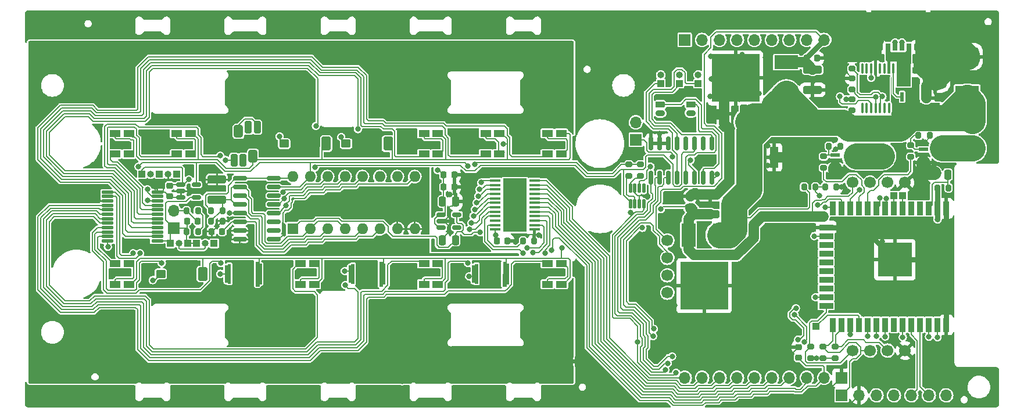
<source format=gtl>
G04 #@! TF.GenerationSoftware,KiCad,Pcbnew,(6.0.5-0)*
G04 #@! TF.CreationDate,2022-08-15T05:52:59+09:00*
G04 #@! TF.ProjectId,qLAMP-main,714c414d-502d-46d6-9169-6e2e6b696361,rev?*
G04 #@! TF.SameCoordinates,Original*
G04 #@! TF.FileFunction,Copper,L1,Top*
G04 #@! TF.FilePolarity,Positive*
%FSLAX46Y46*%
G04 Gerber Fmt 4.6, Leading zero omitted, Abs format (unit mm)*
G04 Created by KiCad (PCBNEW (6.0.5-0)) date 2022-08-15 05:52:59*
%MOMM*%
%LPD*%
G01*
G04 APERTURE LIST*
G04 Aperture macros list*
%AMRoundRect*
0 Rectangle with rounded corners*
0 $1 Rounding radius*
0 $2 $3 $4 $5 $6 $7 $8 $9 X,Y pos of 4 corners*
0 Add a 4 corners polygon primitive as box body*
4,1,4,$2,$3,$4,$5,$6,$7,$8,$9,$2,$3,0*
0 Add four circle primitives for the rounded corners*
1,1,$1+$1,$2,$3*
1,1,$1+$1,$4,$5*
1,1,$1+$1,$6,$7*
1,1,$1+$1,$8,$9*
0 Add four rect primitives between the rounded corners*
20,1,$1+$1,$2,$3,$4,$5,0*
20,1,$1+$1,$4,$5,$6,$7,0*
20,1,$1+$1,$6,$7,$8,$9,0*
20,1,$1+$1,$8,$9,$2,$3,0*%
%AMFreePoly0*
4,1,22,0.500000,-0.750000,0.000000,-0.750000,0.000000,-0.745033,-0.079941,-0.743568,-0.215256,-0.701293,-0.333266,-0.622738,-0.424486,-0.514219,-0.481581,-0.384460,-0.499164,-0.250000,-0.500000,-0.250000,-0.500000,0.250000,-0.499164,0.250000,-0.499963,0.256109,-0.478152,0.396186,-0.417904,0.524511,-0.324060,0.630769,-0.204165,0.706417,-0.067858,0.745374,0.000000,0.744959,0.000000,0.750000,
0.500000,0.750000,0.500000,-0.750000,0.500000,-0.750000,$1*%
%AMFreePoly1*
4,1,20,0.000000,0.744959,0.073905,0.744508,0.209726,0.703889,0.328688,0.626782,0.421226,0.519385,0.479903,0.390333,0.500000,0.250000,0.500000,-0.250000,0.499851,-0.262216,0.476331,-0.402017,0.414519,-0.529596,0.319384,-0.634700,0.198574,-0.708877,0.061801,-0.746166,0.000000,-0.745033,0.000000,-0.750000,-0.500000,-0.750000,-0.500000,0.750000,0.000000,0.750000,0.000000,0.744959,
0.000000,0.744959,$1*%
G04 Aperture macros list end*
G04 #@! TA.AperFunction,NonConductor*
%ADD10C,0.000000*%
G04 #@! TD*
G04 #@! TA.AperFunction,EtchedComponent*
%ADD11C,0.120000*%
G04 #@! TD*
G04 #@! TA.AperFunction,ComponentPad*
%ADD12C,2.000000*%
G04 #@! TD*
G04 #@! TA.AperFunction,SMDPad,CuDef*
%ADD13FreePoly0,180.000000*%
G04 #@! TD*
G04 #@! TA.AperFunction,SMDPad,CuDef*
%ADD14FreePoly1,180.000000*%
G04 #@! TD*
G04 #@! TA.AperFunction,SMDPad,CuDef*
%ADD15RoundRect,0.100000X-0.100000X0.637500X-0.100000X-0.637500X0.100000X-0.637500X0.100000X0.637500X0*%
G04 #@! TD*
G04 #@! TA.AperFunction,SMDPad,CuDef*
%ADD16RoundRect,0.150000X-0.512500X-0.150000X0.512500X-0.150000X0.512500X0.150000X-0.512500X0.150000X0*%
G04 #@! TD*
G04 #@! TA.AperFunction,SMDPad,CuDef*
%ADD17RoundRect,0.250000X-0.250000X-0.475000X0.250000X-0.475000X0.250000X0.475000X-0.250000X0.475000X0*%
G04 #@! TD*
G04 #@! TA.AperFunction,SMDPad,CuDef*
%ADD18R,1.219200X3.098800*%
G04 #@! TD*
G04 #@! TA.AperFunction,SMDPad,CuDef*
%ADD19RoundRect,0.225000X-0.225000X-0.250000X0.225000X-0.250000X0.225000X0.250000X-0.225000X0.250000X0*%
G04 #@! TD*
G04 #@! TA.AperFunction,SMDPad,CuDef*
%ADD20RoundRect,0.250000X0.325000X1.100000X-0.325000X1.100000X-0.325000X-1.100000X0.325000X-1.100000X0*%
G04 #@! TD*
G04 #@! TA.AperFunction,SMDPad,CuDef*
%ADD21RoundRect,0.225000X0.225000X0.250000X-0.225000X0.250000X-0.225000X-0.250000X0.225000X-0.250000X0*%
G04 #@! TD*
G04 #@! TA.AperFunction,SMDPad,CuDef*
%ADD22RoundRect,0.250000X-1.100000X0.325000X-1.100000X-0.325000X1.100000X-0.325000X1.100000X0.325000X0*%
G04 #@! TD*
G04 #@! TA.AperFunction,SMDPad,CuDef*
%ADD23RoundRect,0.225000X0.250000X-0.225000X0.250000X0.225000X-0.250000X0.225000X-0.250000X-0.225000X0*%
G04 #@! TD*
G04 #@! TA.AperFunction,SMDPad,CuDef*
%ADD24RoundRect,0.250000X0.250000X0.475000X-0.250000X0.475000X-0.250000X-0.475000X0.250000X-0.475000X0*%
G04 #@! TD*
G04 #@! TA.AperFunction,SMDPad,CuDef*
%ADD25RoundRect,0.250000X1.100000X-0.325000X1.100000X0.325000X-1.100000X0.325000X-1.100000X-0.325000X0*%
G04 #@! TD*
G04 #@! TA.AperFunction,SMDPad,CuDef*
%ADD26RoundRect,0.111230X0.763770X0.111230X-0.763770X0.111230X-0.763770X-0.111230X0.763770X-0.111230X0*%
G04 #@! TD*
G04 #@! TA.AperFunction,SMDPad,CuDef*
%ADD27RoundRect,0.225000X-0.250000X0.225000X-0.250000X-0.225000X0.250000X-0.225000X0.250000X0.225000X0*%
G04 #@! TD*
G04 #@! TA.AperFunction,SMDPad,CuDef*
%ADD28RoundRect,0.111665X0.111665X-0.550835X0.111665X0.550835X-0.111665X0.550835X-0.111665X-0.550835X0*%
G04 #@! TD*
G04 #@! TA.AperFunction,SMDPad,CuDef*
%ADD29RoundRect,0.200000X0.200000X0.275000X-0.200000X0.275000X-0.200000X-0.275000X0.200000X-0.275000X0*%
G04 #@! TD*
G04 #@! TA.AperFunction,SMDPad,CuDef*
%ADD30RoundRect,0.200000X-0.275000X0.200000X-0.275000X-0.200000X0.275000X-0.200000X0.275000X0.200000X0*%
G04 #@! TD*
G04 #@! TA.AperFunction,SMDPad,CuDef*
%ADD31RoundRect,0.150000X-0.150000X0.825000X-0.150000X-0.825000X0.150000X-0.825000X0.150000X0.825000X0*%
G04 #@! TD*
G04 #@! TA.AperFunction,SMDPad,CuDef*
%ADD32R,1.320800X0.558800*%
G04 #@! TD*
G04 #@! TA.AperFunction,SMDPad,CuDef*
%ADD33R,0.558800X1.320800*%
G04 #@! TD*
G04 #@! TA.AperFunction,SMDPad,CuDef*
%ADD34RoundRect,0.100000X0.687500X0.100000X-0.687500X0.100000X-0.687500X-0.100000X0.687500X-0.100000X0*%
G04 #@! TD*
G04 #@! TA.AperFunction,ComponentPad*
%ADD35C,0.600000*%
G04 #@! TD*
G04 #@! TA.AperFunction,SMDPad,CuDef*
%ADD36R,3.400000X7.800000*%
G04 #@! TD*
G04 #@! TA.AperFunction,SMDPad,CuDef*
%ADD37RoundRect,0.200000X-0.200000X-0.275000X0.200000X-0.275000X0.200000X0.275000X-0.200000X0.275000X0*%
G04 #@! TD*
G04 #@! TA.AperFunction,ComponentPad*
%ADD38RoundRect,0.225000X-0.475000X0.225000X-0.475000X-0.225000X0.475000X-0.225000X0.475000X0.225000X0*%
G04 #@! TD*
G04 #@! TA.AperFunction,ComponentPad*
%ADD39O,1.400000X0.900000*%
G04 #@! TD*
G04 #@! TA.AperFunction,ComponentPad*
%ADD40R,1.000000X1.000000*%
G04 #@! TD*
G04 #@! TA.AperFunction,ComponentPad*
%ADD41O,1.000000X1.000000*%
G04 #@! TD*
G04 #@! TA.AperFunction,ComponentPad*
%ADD42R,1.700000X1.700000*%
G04 #@! TD*
G04 #@! TA.AperFunction,ComponentPad*
%ADD43O,1.700000X1.700000*%
G04 #@! TD*
G04 #@! TA.AperFunction,ComponentPad*
%ADD44R,3.500000X3.500000*%
G04 #@! TD*
G04 #@! TA.AperFunction,ComponentPad*
%ADD45RoundRect,0.750000X-1.000000X0.750000X-1.000000X-0.750000X1.000000X-0.750000X1.000000X0.750000X0*%
G04 #@! TD*
G04 #@! TA.AperFunction,ComponentPad*
%ADD46RoundRect,0.875000X-0.875000X0.875000X-0.875000X-0.875000X0.875000X-0.875000X0.875000X0.875000X0*%
G04 #@! TD*
G04 #@! TA.AperFunction,SMDPad,CuDef*
%ADD47R,1.600000X1.000000*%
G04 #@! TD*
G04 #@! TA.AperFunction,SMDPad,CuDef*
%ADD48RoundRect,0.180000X0.270000X1.370000X-0.270000X1.370000X-0.270000X-1.370000X0.270000X-1.370000X0*%
G04 #@! TD*
G04 #@! TA.AperFunction,SMDPad,CuDef*
%ADD49RoundRect,0.180000X0.270000X1.120000X-0.270000X1.120000X-0.270000X-1.120000X0.270000X-1.120000X0*%
G04 #@! TD*
G04 #@! TA.AperFunction,ComponentPad*
%ADD50C,1.700000*%
G04 #@! TD*
G04 #@! TA.AperFunction,SMDPad,CuDef*
%ADD51RoundRect,0.260000X0.390000X-0.640000X0.390000X0.640000X-0.390000X0.640000X-0.390000X-0.640000X0*%
G04 #@! TD*
G04 #@! TA.AperFunction,SMDPad,CuDef*
%ADD52RoundRect,0.200000X0.300000X-0.700000X0.300000X0.700000X-0.300000X0.700000X-0.300000X-0.700000X0*%
G04 #@! TD*
G04 #@! TA.AperFunction,SMDPad,CuDef*
%ADD53RoundRect,0.035000X0.315000X0.465000X-0.315000X0.465000X-0.315000X-0.465000X0.315000X-0.465000X0*%
G04 #@! TD*
G04 #@! TA.AperFunction,SMDPad,CuDef*
%ADD54RoundRect,0.040000X0.360000X0.460000X-0.360000X0.460000X-0.360000X-0.460000X0.360000X-0.460000X0*%
G04 #@! TD*
G04 #@! TA.AperFunction,ComponentPad*
%ADD55O,1.000000X1.800000*%
G04 #@! TD*
G04 #@! TA.AperFunction,SMDPad,CuDef*
%ADD56RoundRect,0.150000X-0.825000X-0.150000X0.825000X-0.150000X0.825000X0.150000X-0.825000X0.150000X0*%
G04 #@! TD*
G04 #@! TA.AperFunction,SMDPad,CuDef*
%ADD57RoundRect,0.280000X0.420000X0.720000X-0.420000X0.720000X-0.420000X-0.720000X0.420000X-0.720000X0*%
G04 #@! TD*
G04 #@! TA.AperFunction,SMDPad,CuDef*
%ADD58RoundRect,0.240000X0.460000X0.360000X-0.460000X0.360000X-0.460000X-0.360000X0.460000X-0.360000X0*%
G04 #@! TD*
G04 #@! TA.AperFunction,SMDPad,CuDef*
%ADD59RoundRect,0.250000X0.475000X-0.250000X0.475000X0.250000X-0.475000X0.250000X-0.475000X-0.250000X0*%
G04 #@! TD*
G04 #@! TA.AperFunction,SMDPad,CuDef*
%ADD60R,0.900000X2.000000*%
G04 #@! TD*
G04 #@! TA.AperFunction,SMDPad,CuDef*
%ADD61R,2.000000X0.900000*%
G04 #@! TD*
G04 #@! TA.AperFunction,SMDPad,CuDef*
%ADD62R,5.000000X5.000000*%
G04 #@! TD*
G04 #@! TA.AperFunction,SMDPad,CuDef*
%ADD63R,3.500000X2.000000*%
G04 #@! TD*
G04 #@! TA.AperFunction,SMDPad,CuDef*
%ADD64R,7.000000X7.000000*%
G04 #@! TD*
G04 #@! TA.AperFunction,ComponentPad*
%ADD65R,1.600000X1.600000*%
G04 #@! TD*
G04 #@! TA.AperFunction,ComponentPad*
%ADD66O,1.600000X1.600000*%
G04 #@! TD*
G04 #@! TA.AperFunction,SMDPad,CuDef*
%ADD67R,2.000000X3.500000*%
G04 #@! TD*
G04 #@! TA.AperFunction,SMDPad,CuDef*
%ADD68RoundRect,0.260000X-0.390000X0.640000X-0.390000X-0.640000X0.390000X-0.640000X0.390000X0.640000X0*%
G04 #@! TD*
G04 #@! TA.AperFunction,SMDPad,CuDef*
%ADD69RoundRect,0.200000X-0.300000X0.700000X-0.300000X-0.700000X0.300000X-0.700000X0.300000X0.700000X0*%
G04 #@! TD*
G04 #@! TA.AperFunction,ViaPad*
%ADD70C,0.800000*%
G04 #@! TD*
G04 #@! TA.AperFunction,Conductor*
%ADD71C,0.210820*%
G04 #@! TD*
G04 #@! TA.AperFunction,Conductor*
%ADD72C,1.524000*%
G04 #@! TD*
G04 #@! TA.AperFunction,Conductor*
%ADD73C,0.762000*%
G04 #@! TD*
G04 #@! TA.AperFunction,Conductor*
%ADD74C,3.810000*%
G04 #@! TD*
G04 #@! TA.AperFunction,Conductor*
%ADD75C,2.032000*%
G04 #@! TD*
G04 APERTURE END LIST*
D10*
G36*
X193140000Y-78960000D02*
G01*
X193310000Y-79190000D01*
X195260000Y-79190000D01*
X195440000Y-78920000D01*
X195440000Y-77870000D01*
X196140000Y-77870000D01*
X196140000Y-80780000D01*
X196060000Y-80950000D01*
X196060000Y-84150000D01*
X194040000Y-84150000D01*
X194040000Y-80530000D01*
X193100000Y-80530000D01*
X193100000Y-82280000D01*
X192700000Y-82290000D01*
X192700000Y-80530000D01*
X192440000Y-80310000D01*
X192440000Y-77870000D01*
X193140000Y-77870000D01*
X193140000Y-78960000D01*
G37*
G36*
X147240000Y-124580000D02*
G01*
X146740000Y-124580000D01*
X146740000Y-123980000D01*
X147240000Y-123980000D01*
X147240000Y-124580000D01*
G37*
G36*
X101137212Y-113251633D02*
G01*
X100663417Y-113251660D01*
X100678417Y-109751660D01*
X101137212Y-109751633D01*
X101137212Y-113251633D01*
G37*
D11*
X101137212Y-113251633D02*
X100663417Y-113251660D01*
X100678417Y-109751660D01*
X101137212Y-109751633D01*
X101137212Y-113251633D01*
G36*
X97042212Y-112951633D02*
G01*
X96572212Y-112951633D01*
X96572212Y-110051633D01*
X97042212Y-110051633D01*
X97042212Y-112951633D01*
G37*
G36*
X115042212Y-112951633D02*
G01*
X114572212Y-112951633D01*
X114572212Y-110051633D01*
X115042212Y-110051633D01*
X115042212Y-112951633D01*
G37*
G36*
X119137212Y-113251633D02*
G01*
X118663417Y-113251660D01*
X118678417Y-109751660D01*
X119137212Y-109751633D01*
X119137212Y-113251633D01*
G37*
X119137212Y-113251633D02*
X118663417Y-113251660D01*
X118678417Y-109751660D01*
X119137212Y-109751633D01*
X119137212Y-113251633D01*
G36*
X137137212Y-113251633D02*
G01*
X136663417Y-113251660D01*
X136678417Y-109751660D01*
X137137212Y-109751633D01*
X137137212Y-113251633D01*
G37*
X137137212Y-113251633D02*
X136663417Y-113251660D01*
X136678417Y-109751660D01*
X137137212Y-109751633D01*
X137137212Y-113251633D01*
G36*
X133042212Y-112951633D02*
G01*
X132572212Y-112951633D01*
X132572212Y-110051633D01*
X133042212Y-110051633D01*
X133042212Y-112951633D01*
G37*
D12*
X205069999Y-89680009D03*
X205069999Y-93180009D03*
D13*
X147640000Y-124280000D03*
D14*
X146340000Y-124280000D03*
D15*
X193553292Y-81537300D03*
X192903292Y-81537300D03*
X192253292Y-81537300D03*
X191603292Y-81537300D03*
X190953292Y-81537300D03*
X190303292Y-81537300D03*
X189653292Y-81537300D03*
X189003292Y-81537300D03*
X189003292Y-87262300D03*
X189653292Y-87262300D03*
X190303292Y-87262300D03*
X190953292Y-87262300D03*
X191603292Y-87262300D03*
X192253292Y-87262300D03*
X192903292Y-87262300D03*
X193553292Y-87262300D03*
D16*
X127665878Y-102840011D03*
X127665878Y-103790011D03*
X127665878Y-104740011D03*
X129940878Y-104740011D03*
X129940878Y-102840011D03*
D17*
X127853378Y-100919989D03*
X129753378Y-100919989D03*
D18*
X176200000Y-89387300D03*
X176200000Y-94492700D03*
D19*
X128028376Y-98850000D03*
X129578376Y-98850000D03*
D20*
X171795000Y-88130000D03*
X168845000Y-88130000D03*
D21*
X171235010Y-91440000D03*
X169685010Y-91440000D03*
D22*
X181790000Y-81695000D03*
X181790000Y-84645000D03*
D23*
X163940000Y-101755000D03*
X163940000Y-100205000D03*
D24*
X129733376Y-106560000D03*
X127833376Y-106560000D03*
D19*
X195195000Y-81780000D03*
X196745000Y-81780000D03*
D25*
X94990006Y-100675005D03*
X94990006Y-97725005D03*
D12*
X191850000Y-90800000D03*
X191850000Y-94300000D03*
D26*
X86295999Y-106695011D03*
X86295999Y-106045013D03*
X86295999Y-105395012D03*
X86295999Y-104745012D03*
X86295999Y-104095012D03*
X86295999Y-103445012D03*
X86295999Y-102795012D03*
X86295999Y-102145012D03*
X86295999Y-101495012D03*
X86295999Y-100845012D03*
X86295999Y-100195011D03*
X86295999Y-99545013D03*
X79095999Y-99545013D03*
X79095999Y-100195011D03*
X79095999Y-100845012D03*
X79095999Y-101495012D03*
X79095999Y-102145012D03*
X79095999Y-102795012D03*
X79095999Y-103445012D03*
X79095999Y-104095012D03*
X79095999Y-104745012D03*
X79095999Y-105395012D03*
X79095999Y-106045013D03*
X79095999Y-106695011D03*
D27*
X88080012Y-98635012D03*
X88080012Y-100185012D03*
D23*
X179705000Y-123711000D03*
X179705000Y-122161000D03*
D21*
X92174995Y-103796008D03*
X90624995Y-103796008D03*
D28*
X155235000Y-101287500D03*
X155885000Y-101287500D03*
X156535000Y-101287500D03*
X157185000Y-101287500D03*
X157185000Y-99012500D03*
X156535000Y-99012500D03*
X155885000Y-99012500D03*
X155235000Y-99012500D03*
D16*
X89732499Y-98460012D03*
X89732499Y-99410012D03*
X89732499Y-100360012D03*
X92007499Y-100360012D03*
X92007499Y-98460012D03*
D29*
X92224995Y-102272008D03*
X90574995Y-102272008D03*
D30*
X156670000Y-95535000D03*
X156670000Y-97185000D03*
X155030000Y-95545000D03*
X155030000Y-97195000D03*
D31*
X167105000Y-92465000D03*
X165835000Y-92465000D03*
X164565000Y-92465000D03*
X163295000Y-92465000D03*
X162025000Y-92465000D03*
X160755000Y-92465000D03*
X159485000Y-92465000D03*
X158215000Y-92465000D03*
X158215000Y-97415000D03*
X159485000Y-97415000D03*
X160755000Y-97415000D03*
X162025000Y-97415000D03*
X163295000Y-97415000D03*
X164565000Y-97415000D03*
X165835000Y-97415000D03*
X167105000Y-97415000D03*
D19*
X128028376Y-97050000D03*
X129578376Y-97050000D03*
D32*
X197927800Y-93340200D03*
X197927800Y-95219800D03*
X200112200Y-94280000D03*
X185087800Y-94180200D03*
X185087800Y-96059800D03*
X187272200Y-95120000D03*
D33*
X194820200Y-85652200D03*
X196699800Y-85652200D03*
X195760000Y-83467800D03*
D34*
X141272500Y-105015000D03*
X141272500Y-104365000D03*
X141272500Y-103715000D03*
X141272500Y-103065000D03*
X141272500Y-102415000D03*
X141272500Y-101765000D03*
X141272500Y-101115000D03*
X141272500Y-100465000D03*
X141272500Y-99815000D03*
X141272500Y-99165000D03*
X141272500Y-98515000D03*
X141272500Y-97865000D03*
X135547500Y-97865000D03*
X135547500Y-98515000D03*
X135547500Y-99165000D03*
X135547500Y-99815000D03*
X135547500Y-100465000D03*
X135547500Y-101115000D03*
X135547500Y-101765000D03*
X135547500Y-102415000D03*
X135547500Y-103065000D03*
X135547500Y-103715000D03*
X135547500Y-104365000D03*
X135547500Y-105015000D03*
D35*
X139710000Y-99490000D03*
X138410000Y-104690000D03*
X137110000Y-103390000D03*
X139710000Y-104690000D03*
X138410000Y-102090000D03*
X137110000Y-99490000D03*
X139710000Y-103390000D03*
X139710000Y-100790000D03*
X137110000Y-100790000D03*
X137110000Y-102090000D03*
X138410000Y-103390000D03*
X139710000Y-98190000D03*
D36*
X138410000Y-101440000D03*
D35*
X139710000Y-102090000D03*
X138410000Y-100790000D03*
X138410000Y-99490000D03*
X138410000Y-98190000D03*
X137110000Y-104690000D03*
X137110000Y-98190000D03*
D37*
X180531000Y-98819995D03*
X182181000Y-98819995D03*
D24*
X201475000Y-97020000D03*
X199575000Y-97020000D03*
D38*
X164035003Y-86795000D03*
D39*
X164035003Y-88045000D03*
D38*
X159590003Y-86795000D03*
D39*
X159590003Y-88045000D03*
D40*
X165106960Y-83749058D03*
D41*
X165106960Y-82479058D03*
D40*
X162376968Y-83749058D03*
D41*
X162376968Y-82479058D03*
D40*
X159646950Y-83749058D03*
D41*
X159646950Y-82479058D03*
D42*
X156020008Y-91915005D03*
D43*
X156020008Y-89375005D03*
D29*
X198845000Y-91305000D03*
X197195000Y-91305000D03*
X185815000Y-92860000D03*
X184165000Y-92860000D03*
D30*
X187500006Y-79896200D03*
X187500006Y-81546200D03*
X187500006Y-82944200D03*
X187500006Y-84594200D03*
X196100000Y-92745000D03*
X196100000Y-94395000D03*
X183390000Y-94365000D03*
X183390000Y-96015000D03*
D37*
X139574998Y-106699991D03*
X141224998Y-106699991D03*
D29*
X201575000Y-98940000D03*
X199925000Y-98940000D03*
D30*
X187500006Y-85992200D03*
X187500006Y-87642200D03*
D19*
X135785001Y-106699991D03*
X137335001Y-106699991D03*
D25*
X166870000Y-102825000D03*
X166870000Y-99875000D03*
D19*
X180905000Y-80050000D03*
X182455000Y-80050000D03*
D44*
X204295792Y-85809800D03*
D45*
X204295792Y-79809800D03*
D46*
X199595792Y-82809800D03*
D30*
X185039000Y-122111000D03*
X185039000Y-123761000D03*
D47*
X89157211Y-91002066D03*
X89157211Y-94002066D03*
X134157211Y-91002066D03*
X134157211Y-94002066D03*
X127157211Y-113001633D03*
X127157211Y-110001633D03*
X136157211Y-91002066D03*
X136157211Y-94002066D03*
X143157211Y-91002066D03*
X143157211Y-94002066D03*
D48*
X101122212Y-111501633D03*
D49*
X96592212Y-111501633D03*
D50*
X187611003Y-98175006D03*
X190151003Y-98175006D03*
X192691003Y-98175006D03*
X195231003Y-98175006D03*
X187611003Y-122675006D03*
X190151003Y-122675006D03*
X192691003Y-122675006D03*
X195231003Y-122675006D03*
X160611003Y-106615006D03*
X160611003Y-109155006D03*
X160611003Y-111695006D03*
X160611003Y-114235006D03*
D51*
X100236001Y-94300000D03*
D52*
X100886001Y-90100000D03*
X99586001Y-90100000D03*
D30*
X181483000Y-122111000D03*
X181483000Y-123761000D03*
D47*
X125157211Y-113001633D03*
X125157211Y-110001633D03*
D53*
X194788282Y-78419792D03*
X192788282Y-78419792D03*
D54*
X191588282Y-78419792D03*
D53*
X193788282Y-78419792D03*
X195788282Y-78419792D03*
D54*
X196988282Y-78419792D03*
D55*
X198608282Y-78419792D03*
X198608282Y-74619792D03*
X189968282Y-78419792D03*
X189968282Y-74619792D03*
D56*
X98335009Y-97554999D03*
X98335009Y-98824999D03*
X98335009Y-100094999D03*
X98335009Y-101364999D03*
X98335009Y-102634999D03*
X98335009Y-103904999D03*
X98335009Y-105174999D03*
X98335009Y-106444999D03*
X103285009Y-106444999D03*
X103285009Y-105174999D03*
X103285009Y-103904999D03*
X103285009Y-102634999D03*
X103285009Y-101364999D03*
X103285009Y-100094999D03*
X103285009Y-98824999D03*
X103285009Y-97554999D03*
D42*
X186001000Y-126628000D03*
D43*
X183461000Y-126628000D03*
X180921000Y-126628000D03*
X178381000Y-126628000D03*
X175841000Y-126628000D03*
X173301000Y-126628000D03*
X170761000Y-126628000D03*
X168221000Y-126628000D03*
X165681000Y-126628000D03*
X163141000Y-126628000D03*
D47*
X82157211Y-113001633D03*
X82157211Y-110001633D03*
D48*
X119122212Y-111501633D03*
D49*
X114592212Y-111501633D03*
D47*
X109157211Y-113001633D03*
X109157211Y-110001633D03*
D37*
X94165006Y-103796008D03*
X95815006Y-103796008D03*
D57*
X119907212Y-92502066D03*
D58*
X113807212Y-92502066D03*
D57*
X110907212Y-92502066D03*
D58*
X104807212Y-92502066D03*
D47*
X80157211Y-91002066D03*
X80157211Y-94002066D03*
D59*
X198308292Y-87719800D03*
X198308292Y-85819800D03*
D60*
X201261000Y-101920000D03*
X199991000Y-101920000D03*
X198721000Y-101920000D03*
X197451000Y-101920000D03*
X196181000Y-101920000D03*
X194910989Y-101919989D03*
X193640989Y-101919989D03*
X192371000Y-101920000D03*
X191101000Y-101920000D03*
X189831000Y-101920000D03*
X188561000Y-101920000D03*
X187291000Y-101920000D03*
X186021000Y-101920000D03*
X184751000Y-101920000D03*
D61*
X183751000Y-104705000D03*
X183751000Y-105975000D03*
X183751000Y-107245000D03*
X183751000Y-108515000D03*
X183751000Y-109785000D03*
X183751000Y-111055000D03*
X183751000Y-112325000D03*
X183751000Y-113595000D03*
X183751000Y-114865000D03*
X183751000Y-116135000D03*
D60*
X184751000Y-118920000D03*
X186021000Y-118920000D03*
X187291000Y-118920000D03*
X188561000Y-118920000D03*
X189831000Y-118920000D03*
X191101000Y-118920000D03*
X192371000Y-118920000D03*
X193641000Y-118920000D03*
X194911000Y-118920000D03*
X196181000Y-118920000D03*
X197451000Y-118920000D03*
X198721000Y-118920000D03*
X199991000Y-118920000D03*
X201261000Y-118920000D03*
D62*
X193761000Y-109420000D03*
D47*
X80157211Y-113001633D03*
X80157211Y-110001633D03*
D42*
X186000993Y-129200000D03*
D43*
X188540993Y-129200000D03*
X191080993Y-129200000D03*
X193620993Y-129200000D03*
X196160993Y-129200000D03*
X198701000Y-129199996D03*
X201240993Y-129200000D03*
D37*
X183579000Y-98819995D03*
X185229000Y-98819995D03*
D57*
X92907212Y-111501633D03*
D58*
X86807212Y-111501633D03*
D47*
X127157211Y-91002066D03*
X127157211Y-94002066D03*
D42*
X163141000Y-77372000D03*
D43*
X165681000Y-77372000D03*
X168221000Y-77372000D03*
X170761000Y-77372000D03*
X173301000Y-77372000D03*
X175841000Y-77372000D03*
X178381000Y-77372000D03*
X180921000Y-77372000D03*
X183461000Y-77372000D03*
X186001000Y-77372000D03*
D47*
X125157211Y-91002066D03*
X125157211Y-94002066D03*
D21*
X95765006Y-105320008D03*
X94215006Y-105320008D03*
D47*
X145157211Y-113001633D03*
X145157211Y-110001633D03*
D30*
X183261000Y-122111000D03*
X183261000Y-123761000D03*
D63*
X177945000Y-85210000D03*
X177945000Y-80630000D03*
D64*
X170545000Y-82910000D03*
D65*
X106029989Y-104929991D03*
D66*
X108569989Y-104929991D03*
X111109989Y-104929991D03*
X113649989Y-104929991D03*
X116189989Y-104929991D03*
X118729989Y-104929991D03*
X121269989Y-104929991D03*
X123809989Y-104929991D03*
X123809989Y-97309991D03*
X121269989Y-97309991D03*
X118729989Y-97309991D03*
X116189989Y-97309991D03*
X113649989Y-97309991D03*
X111109989Y-97309991D03*
X108569989Y-97309991D03*
X106029989Y-97309991D03*
D37*
X94165006Y-102272008D03*
X95815006Y-102272008D03*
D67*
X168270000Y-105815000D03*
X163690000Y-105815000D03*
D64*
X165970000Y-113215000D03*
D37*
X90574995Y-105320008D03*
X92224995Y-105320008D03*
D47*
X91157211Y-91002066D03*
X91157211Y-94002066D03*
X145157211Y-91002066D03*
X145157211Y-94002066D03*
X82157211Y-91002066D03*
X82157211Y-94002066D03*
X107157211Y-113001633D03*
X107157211Y-110001633D03*
D68*
X98136001Y-90700000D03*
D69*
X97486001Y-94900000D03*
X98786001Y-94900000D03*
D42*
X88719990Y-104785008D03*
D43*
X88719990Y-102245008D03*
D47*
X143157211Y-113001633D03*
X143157211Y-110001633D03*
D48*
X137122212Y-111501633D03*
D49*
X132592212Y-111501633D03*
D40*
X88240000Y-107050000D03*
X94590009Y-107050012D03*
X193640989Y-100070006D03*
X89166011Y-96930033D03*
X84085995Y-96930009D03*
D41*
X85355995Y-96930009D03*
D40*
X182280001Y-119160011D03*
X90780000Y-107050000D03*
D41*
X89510000Y-107050000D03*
D40*
X92050000Y-107050000D03*
D41*
X93320000Y-107050000D03*
D40*
X194910989Y-100070006D03*
X86625995Y-96930009D03*
D41*
X87896003Y-96930021D03*
D70*
X182200000Y-114880000D03*
X139580000Y-108485402D03*
X93730000Y-93620000D03*
X126470000Y-124970000D03*
X94420000Y-113270000D03*
X121710000Y-108420000D03*
X125750000Y-118160000D03*
X145090000Y-111280000D03*
X102060000Y-121640000D03*
X112420000Y-124900000D03*
X123520000Y-110440000D03*
X107450000Y-78080000D03*
X113620000Y-108230000D03*
X74660000Y-85910000D03*
X82550000Y-86620000D03*
X102250000Y-110050000D03*
X118360000Y-108370000D03*
X107310000Y-111390000D03*
X102150000Y-94090000D03*
X137220000Y-78800000D03*
X68000000Y-108610000D03*
X146380000Y-80750000D03*
X142700000Y-114450000D03*
X92900000Y-97310000D03*
X125090000Y-111210000D03*
X93370000Y-89850000D03*
X135520000Y-81250000D03*
X96960000Y-88650000D03*
X87680000Y-90840000D03*
X112730000Y-111620000D03*
X90970000Y-96040000D03*
X117830000Y-88210000D03*
X145150000Y-92700000D03*
X70520000Y-123750000D03*
X128150000Y-120590000D03*
X121880000Y-93430000D03*
X83290000Y-80290000D03*
X71320000Y-108870000D03*
X106730000Y-102850000D03*
X107640000Y-114840000D03*
X81980000Y-111330000D03*
X97370000Y-121680000D03*
X100360000Y-99910000D03*
X88970000Y-92840000D03*
X127730000Y-82790000D03*
X87920000Y-78060000D03*
X92940000Y-78990000D03*
X78110000Y-80500000D03*
X107620000Y-121650000D03*
X92870000Y-96040000D03*
X90890000Y-92670000D03*
X97610000Y-109940000D03*
X85920000Y-89140000D03*
X138480000Y-125880000D03*
X125480000Y-104920000D03*
X121680000Y-99180000D03*
X71410000Y-80410000D03*
X85750000Y-110350000D03*
X77800000Y-95400000D03*
X126700000Y-78380000D03*
X111050000Y-113380000D03*
X105870000Y-86000000D03*
X109150000Y-126980000D03*
X125190000Y-85420000D03*
X73590000Y-120110000D03*
X71080000Y-86410000D03*
X120010000Y-118160000D03*
X145830000Y-88490000D03*
X134630000Y-126930000D03*
X105330000Y-110020000D03*
X85710000Y-107600000D03*
X128130000Y-115480000D03*
X91650000Y-110020000D03*
X88240000Y-126860000D03*
X95460000Y-91860000D03*
X90240000Y-88790000D03*
X77010000Y-104300000D03*
X73810000Y-105870000D03*
X78310000Y-117380000D03*
X79910000Y-92620000D03*
X142850000Y-92850000D03*
X136970000Y-115130000D03*
X84590000Y-93630000D03*
X119530000Y-106250000D03*
X75230000Y-127040000D03*
X127020000Y-111330000D03*
X108470000Y-108220000D03*
X103650000Y-82300000D03*
X68170000Y-95470000D03*
X102830000Y-126900000D03*
X111380000Y-101420000D03*
X132250000Y-93070000D03*
X75780000Y-100670000D03*
X120400000Y-85000000D03*
X146360000Y-85990000D03*
X108650000Y-89210000D03*
X117800000Y-115750000D03*
X100370000Y-85760000D03*
X139150000Y-110320000D03*
X95060000Y-126950000D03*
X77480000Y-99030000D03*
X115850000Y-110070000D03*
X119760000Y-101440000D03*
X141030000Y-78100000D03*
X100040000Y-104620000D03*
X127510000Y-127060000D03*
X77850000Y-123540000D03*
X113680000Y-102890000D03*
X82460000Y-78150000D03*
X82090000Y-92630000D03*
X86070000Y-91930000D03*
X97390000Y-115130000D03*
X105350000Y-93970000D03*
X129290000Y-113090000D03*
X85970000Y-124950000D03*
X122000000Y-127140000D03*
X71570000Y-104090000D03*
X112360000Y-94040000D03*
X78070000Y-86490000D03*
X108290000Y-83020000D03*
X106400000Y-124990000D03*
X81720000Y-107340000D03*
X83290000Y-123820000D03*
X144780000Y-89760000D03*
X82020000Y-127010000D03*
X100520000Y-108290000D03*
X80560000Y-120490000D03*
X87630000Y-108400000D03*
X68360000Y-78370000D03*
X77670000Y-114000000D03*
X115530000Y-78130000D03*
X98330000Y-125120000D03*
X122530000Y-115440000D03*
X121800000Y-111770000D03*
X132140000Y-115070000D03*
X101750000Y-98290000D03*
X108820000Y-100570000D03*
X70500000Y-99530000D03*
X114500000Y-93800000D03*
X123110000Y-81330000D03*
X122580000Y-120760000D03*
X130760000Y-111700000D03*
X124700000Y-92700000D03*
X142800000Y-121190000D03*
X146360000Y-121040000D03*
X91100000Y-115220000D03*
X79740000Y-111370000D03*
X96780000Y-106290000D03*
X122470000Y-103720000D03*
X116050000Y-106760000D03*
X132160000Y-78410000D03*
X73580000Y-82570000D03*
X109000000Y-102600000D03*
X110890000Y-80350000D03*
X68260000Y-114610000D03*
X68320000Y-89390000D03*
X117170000Y-99190000D03*
X117380000Y-102980000D03*
X97390000Y-118650000D03*
X111180000Y-107210000D03*
X113710000Y-99670000D03*
X68410000Y-86220000D03*
X130860000Y-125790000D03*
X67990000Y-120200000D03*
X146350000Y-114500000D03*
X125380000Y-98250000D03*
X85790000Y-114520000D03*
X117050000Y-81160000D03*
X138590000Y-93420000D03*
X115880000Y-101040000D03*
X82650000Y-117180000D03*
X96620000Y-108270000D03*
X80550000Y-83470000D03*
X122930000Y-106900000D03*
X107650000Y-118550000D03*
X102040000Y-118570000D03*
X105230000Y-91090000D03*
X79620000Y-108550000D03*
X99220000Y-78140000D03*
X87320000Y-112900000D03*
X115980000Y-126960000D03*
X117770000Y-120790000D03*
X85990000Y-98820000D03*
X91270000Y-125250000D03*
X129570000Y-110360000D03*
X144470000Y-117770000D03*
X129580000Y-80460000D03*
X101670000Y-101710000D03*
X68410000Y-82700000D03*
X68080000Y-102390000D03*
X77920000Y-90000000D03*
X77730000Y-100786902D03*
X82240000Y-95500000D03*
X83660000Y-106800000D03*
X124170000Y-101290000D03*
X118870000Y-125040000D03*
X87690000Y-93520000D03*
X103440000Y-79020000D03*
X142950000Y-111320000D03*
X104270000Y-112440000D03*
X123200000Y-90900000D03*
X91330000Y-101260000D03*
X97380000Y-82330000D03*
X74910000Y-78310000D03*
X84490000Y-91140000D03*
X102510000Y-114620000D03*
X122620000Y-88620000D03*
X73410000Y-99400000D03*
X98650000Y-107360000D03*
X111150000Y-110030000D03*
X113910000Y-90820000D03*
X120720000Y-78410000D03*
X123600000Y-113250000D03*
X71320000Y-117580000D03*
X126610000Y-92700000D03*
X76050000Y-107560000D03*
X128330000Y-88470000D03*
X68050000Y-126830000D03*
X144730000Y-83540000D03*
X103490000Y-88410000D03*
X138840000Y-113250000D03*
X125530000Y-108360000D03*
X110770000Y-90760000D03*
X141110000Y-93470000D03*
X156280000Y-121420000D03*
X183340000Y-103120000D03*
X83578773Y-95827351D03*
X159665189Y-102029642D03*
X182369000Y-123761000D03*
X131584136Y-95762633D03*
X199990000Y-103570000D03*
X155270000Y-102552700D03*
X79100000Y-107540000D03*
X167870000Y-96950000D03*
X163561424Y-101698353D03*
X135578026Y-105825474D03*
X161888761Y-125891630D03*
X132556613Y-95518297D03*
X133318351Y-105386587D03*
X90933915Y-97722495D03*
X145252039Y-107667959D03*
X136710000Y-92536428D03*
X177077500Y-86077500D03*
X158161240Y-95837300D03*
X156990000Y-104772269D03*
X188584328Y-99261270D03*
X158642270Y-119510000D03*
X199980000Y-120710000D03*
X82785647Y-108485402D03*
X83788350Y-108485402D03*
X160301624Y-125475913D03*
X198730000Y-120650000D03*
X194910000Y-120720000D03*
X160664255Y-124528449D03*
X84879970Y-99127767D03*
X182769032Y-100052163D03*
X192538287Y-100540000D03*
X191080000Y-120540000D03*
X104833034Y-100517440D03*
X179655069Y-121063569D03*
X179343944Y-116484357D03*
X192360000Y-120620000D03*
X161312118Y-123524412D03*
X84879970Y-100786902D03*
X179163511Y-117474190D03*
X180606836Y-121379088D03*
X189830000Y-120550000D03*
X104606609Y-99540637D03*
X109278110Y-95931837D03*
X186700000Y-85990000D03*
X161316890Y-94407157D03*
X164003110Y-94881650D03*
X193787300Y-77710030D03*
X190950000Y-85710000D03*
X194790000Y-77707700D03*
X191949379Y-85628418D03*
X207800000Y-94550000D03*
X197190000Y-111120000D03*
X173720000Y-129970000D03*
X159490000Y-85700000D03*
X179990000Y-91990000D03*
X82280000Y-130490000D03*
X122550000Y-76810000D03*
X178880000Y-74840000D03*
X170320000Y-118030000D03*
X194890000Y-109020000D03*
X155720000Y-114690000D03*
X185060000Y-91950000D03*
X188110000Y-125960000D03*
X192050000Y-111100000D03*
X182250000Y-94000000D03*
X198370000Y-127160000D03*
X181830000Y-83360000D03*
X185860000Y-113290000D03*
X115730000Y-76710000D03*
X82150000Y-73800000D03*
X167060000Y-83080000D03*
X174100000Y-101300000D03*
X162290000Y-102720000D03*
X201580000Y-120910000D03*
X129810000Y-130320000D03*
X133410000Y-75140000D03*
X109570000Y-128160000D03*
X200330000Y-105150000D03*
X169400000Y-90120000D03*
X203390000Y-126170000D03*
X175820000Y-98620000D03*
X141880000Y-105800000D03*
X201690000Y-108010000D03*
X177080000Y-108280000D03*
X136520000Y-76860000D03*
X184470000Y-86030000D03*
X207870000Y-86340000D03*
X119410000Y-75270000D03*
X161030000Y-81330000D03*
X173930000Y-85170000D03*
X180780000Y-129320000D03*
X178970000Y-130380000D03*
X162610000Y-89180000D03*
X153960000Y-89690000D03*
X200900000Y-79790000D03*
X88960000Y-130240000D03*
X169780000Y-95090000D03*
X186000000Y-98840000D03*
X115730000Y-73730000D03*
X194610000Y-113510000D03*
X165800000Y-107280000D03*
X207760000Y-78340000D03*
X185870000Y-104930000D03*
X192050000Y-125430000D03*
X159280000Y-117070000D03*
X174770000Y-116390000D03*
X187800000Y-111250000D03*
X175210000Y-92780000D03*
X109520000Y-130350000D03*
X122630000Y-130440000D03*
X169120000Y-84810000D03*
X129820000Y-73750000D03*
X187960000Y-106770000D03*
X133040000Y-129190000D03*
X164430000Y-85230000D03*
X191930000Y-106780000D03*
X192290000Y-130250000D03*
X72010000Y-73700000D03*
X177970000Y-96820000D03*
X153050000Y-78890000D03*
X165870000Y-104410000D03*
X170940000Y-110360000D03*
X126880000Y-101960000D03*
X164510000Y-99540000D03*
X199120000Y-122470000D03*
X202630000Y-130290000D03*
X102730000Y-73740000D03*
X182500000Y-97610000D03*
X144090000Y-97730000D03*
X173830000Y-73800000D03*
X82210000Y-76500000D03*
X122580000Y-73790000D03*
X150410000Y-85170000D03*
X149940000Y-127310000D03*
X160850000Y-78900000D03*
X153480000Y-128230000D03*
X163960000Y-119190000D03*
X199250000Y-108980000D03*
X172340000Y-114250000D03*
X159490000Y-91041650D03*
X146530000Y-129200000D03*
X92160000Y-129370000D03*
X109570000Y-76790000D03*
X89550000Y-73660000D03*
X201310000Y-111490000D03*
X134040000Y-107790000D03*
X160020000Y-103810000D03*
X163230000Y-81130000D03*
X115850000Y-128250000D03*
X185820000Y-109110000D03*
X203460000Y-76370000D03*
X205480000Y-74050000D03*
X179860000Y-99980000D03*
X208100000Y-130010000D03*
X122500000Y-128290000D03*
X157810000Y-78920000D03*
X136590000Y-130440000D03*
X142760000Y-76270000D03*
X190010000Y-104900000D03*
X150010000Y-129640000D03*
X192340000Y-115290000D03*
X207770000Y-90790000D03*
X161660000Y-116050000D03*
X175310000Y-82750000D03*
X166150000Y-94910000D03*
X178370000Y-104880000D03*
X187550000Y-74370000D03*
X183240000Y-74480000D03*
X203980000Y-82920000D03*
X185770000Y-116560000D03*
X147770000Y-87660000D03*
X194650000Y-117060000D03*
X148050000Y-121030000D03*
X197470000Y-130290000D03*
X189970000Y-130260000D03*
X200810000Y-124950000D03*
X189920000Y-109100000D03*
X148050000Y-115490000D03*
X165970000Y-113215000D03*
X175060000Y-105150000D03*
X155750000Y-108640000D03*
X195920000Y-125110000D03*
X95530000Y-130460000D03*
X152750000Y-87580000D03*
X82360000Y-128240000D03*
X179660000Y-127610000D03*
X184600000Y-79550000D03*
X194880000Y-130280000D03*
X106530000Y-129280000D03*
X145430000Y-73800000D03*
X115790000Y-130310000D03*
X197170000Y-106860000D03*
X157470000Y-112580000D03*
X168360000Y-99290000D03*
X129770000Y-76780000D03*
X136500000Y-73860000D03*
X156080000Y-81130000D03*
X188270000Y-78740000D03*
X200840000Y-74310000D03*
X175220000Y-95660000D03*
X167370000Y-88230000D03*
X178980000Y-111680000D03*
X109620000Y-73710000D03*
X166860000Y-85590000D03*
X199090000Y-113210000D03*
X142760000Y-73760000D03*
X106120000Y-75350000D03*
X165070000Y-81130000D03*
X156460000Y-84700000D03*
X207610000Y-82990000D03*
X199090000Y-117060000D03*
X207960000Y-125870000D03*
X95310000Y-73710000D03*
X180720000Y-96450000D03*
X142790000Y-128090000D03*
X102760000Y-128150000D03*
X151220000Y-81450000D03*
X174940000Y-79900000D03*
X185450000Y-96712735D03*
X102780000Y-76800000D03*
X177750000Y-101220000D03*
X152860000Y-98280000D03*
X142730000Y-130490000D03*
X103060000Y-130350000D03*
X193580000Y-126620000D03*
X198150000Y-92260000D03*
X155840000Y-130430000D03*
X92370000Y-75150000D03*
X159600000Y-95200000D03*
X157731806Y-100170122D03*
X164260000Y-90380000D03*
X192200000Y-76260000D03*
X119060000Y-129410000D03*
X184520000Y-82540000D03*
X197960000Y-95860000D03*
X76380000Y-128290000D03*
X196490000Y-76180000D03*
X131290000Y-106940000D03*
X151560000Y-106620000D03*
X156530000Y-87510000D03*
X146040000Y-99930000D03*
X194960000Y-127970000D03*
X170545000Y-82910000D03*
X158720000Y-81500000D03*
X178910000Y-82520000D03*
X176730000Y-129340000D03*
X165250000Y-79300000D03*
X171080000Y-86030000D03*
X171530000Y-79540000D03*
X89430000Y-76540000D03*
X189920000Y-117080000D03*
X161520000Y-87550000D03*
X166900000Y-79760000D03*
X148090000Y-110670000D03*
X71780000Y-130410000D03*
X75910000Y-76770000D03*
X161890000Y-107820000D03*
X161880000Y-85800000D03*
X148910000Y-98280000D03*
X189920000Y-113320000D03*
X67860000Y-76720000D03*
X138480000Y-106833311D03*
X160570000Y-100010000D03*
X175550000Y-119070000D03*
X89000000Y-128320000D03*
X95470000Y-128160000D03*
X185150956Y-93298098D03*
X201640000Y-115070000D03*
X148050000Y-79150000D03*
X159280000Y-110690000D03*
X173120000Y-81090000D03*
X136530000Y-128270000D03*
X199990000Y-130290000D03*
X162290000Y-100820000D03*
X140070000Y-96730000D03*
X95380000Y-76610000D03*
X128939538Y-99930462D03*
X190060000Y-127270000D03*
X147850000Y-89480000D03*
X194760000Y-104560000D03*
X129850000Y-128140000D03*
X126780000Y-98400000D03*
X168880000Y-81200000D03*
X67920000Y-128400000D03*
X177390000Y-94490000D03*
X147840000Y-82490000D03*
X146710000Y-96590000D03*
X157740000Y-106050000D03*
X187840000Y-115180000D03*
X171390000Y-130400000D03*
X178080000Y-115270000D03*
X135630000Y-96720000D03*
X175090000Y-111940000D03*
X194240000Y-73900000D03*
X196990000Y-115200000D03*
X95471387Y-94248198D03*
X95480000Y-111480000D03*
X96850000Y-102580000D03*
X191535954Y-100456332D03*
X158545536Y-120550474D03*
X127149009Y-96345377D03*
X143738455Y-108072631D03*
X190310000Y-82860000D03*
X185773624Y-85606281D03*
X109410000Y-89910000D03*
X115524290Y-90375710D03*
X86960000Y-109901622D03*
X95570000Y-109901622D03*
X113703048Y-113100440D03*
X131570000Y-109901622D03*
X85640000Y-112400000D03*
X113630000Y-111070000D03*
X113100000Y-91530000D03*
X104120000Y-91430000D03*
X131747790Y-111872289D03*
X182030000Y-105970000D03*
X140169320Y-107674161D03*
X183640000Y-101755300D03*
X141054732Y-108382271D03*
X182476794Y-101468394D03*
X142790000Y-108485402D03*
X132824837Y-101108536D03*
X133063649Y-100134687D03*
X133272443Y-99153964D03*
X133490000Y-98175147D03*
X132582266Y-102081455D03*
X132362956Y-103059880D03*
X132090000Y-104050000D03*
X131792506Y-105007554D03*
X187280000Y-120280000D03*
X105067469Y-101492351D03*
X96250000Y-94880000D03*
D71*
X135226190Y-107954972D02*
X139049570Y-107954972D01*
X182200000Y-114880000D02*
X183736000Y-114880000D01*
X134026461Y-106755243D02*
X135226190Y-107954972D01*
X183736000Y-114880000D02*
X183751000Y-114865000D01*
X134026460Y-103563540D02*
X134026461Y-106755243D01*
X134525000Y-103065000D02*
X134026460Y-103563540D01*
X139049570Y-107954972D02*
X139580000Y-108485402D01*
X135547500Y-103065000D02*
X134525000Y-103065000D01*
X85990000Y-99320000D02*
X86215013Y-99545013D01*
X89732499Y-100360012D02*
X89732499Y-99410012D01*
X89732499Y-99410012D02*
X92539988Y-99410012D01*
X87896003Y-97590062D02*
X87190000Y-98296065D01*
X94291006Y-105320008D02*
X95815006Y-103796008D01*
X86295999Y-99545013D02*
X87215013Y-99545013D01*
X89732499Y-100360012D02*
X88255012Y-100360012D01*
X94224995Y-97725005D02*
X94990006Y-97725005D01*
X88255012Y-100360012D02*
X88080012Y-100185012D01*
X92539988Y-99410012D02*
X94224995Y-97725005D01*
X94215006Y-105320008D02*
X94291006Y-105320008D01*
X87440013Y-99545013D02*
X88080012Y-100185012D01*
X87190000Y-98296065D02*
X87190000Y-99520000D01*
X87215013Y-99545013D02*
X87440013Y-99545013D01*
X87896003Y-96930021D02*
X87896003Y-97590062D01*
X79095999Y-100845012D02*
X77788110Y-100845012D01*
X86215013Y-99545013D02*
X86295999Y-99545013D01*
X85990000Y-98820000D02*
X85990000Y-99320000D01*
X87190000Y-99520000D02*
X87215013Y-99545013D01*
X77788110Y-100845012D02*
X77730000Y-100786902D01*
X152593540Y-105816460D02*
X155750000Y-102660000D01*
D72*
X164520289Y-108750289D02*
X170688107Y-108750289D01*
D71*
X135785001Y-106699991D02*
X135785001Y-106615001D01*
X79095999Y-106695011D02*
X79095999Y-107535999D01*
X167870000Y-96950000D02*
X167870000Y-97080000D01*
X135547500Y-105712500D02*
X135547500Y-105794948D01*
D72*
X170688107Y-108750289D02*
X173197440Y-106240956D01*
D71*
X156280000Y-119130000D02*
X155130000Y-117980000D01*
X135547500Y-106462490D02*
X135785001Y-106699991D01*
X135547500Y-105712500D02*
X135547500Y-105882500D01*
D73*
X199991000Y-101920000D02*
X199991000Y-103569000D01*
D71*
X161565931Y-126214460D02*
X161888761Y-125891630D01*
X92007499Y-95274953D02*
X91956273Y-95223727D01*
X156260000Y-121400000D02*
X156280000Y-121420000D01*
D72*
X173197440Y-104332560D02*
X174410000Y-103120000D01*
D71*
X91956273Y-95223727D02*
X94868893Y-95223727D01*
X131584136Y-95762633D02*
X131584136Y-95684136D01*
X156280000Y-121420000D02*
X156280000Y-124375166D01*
X156920000Y-102410000D02*
X157185000Y-102145000D01*
D72*
X163690000Y-107920000D02*
X164520289Y-108750289D01*
D71*
X183561528Y-100633639D02*
X183996828Y-100198339D01*
D72*
X164345000Y-102160000D02*
X164116719Y-101931719D01*
X164345000Y-102825000D02*
X166870000Y-102825000D01*
D71*
X84166273Y-95223727D02*
X91956273Y-95223727D01*
X131123727Y-95223727D02*
X108526273Y-95223727D01*
D72*
X163690000Y-105815000D02*
X163690000Y-107920000D01*
D71*
X108521128Y-95218582D02*
X108526273Y-95223727D01*
X155750000Y-102660000D02*
X155377300Y-102660000D01*
X156280000Y-121420000D02*
X156280000Y-119130000D01*
X135547500Y-105882500D02*
X135547500Y-106462490D01*
X99893164Y-96521669D02*
X101196251Y-95218582D01*
D73*
X199991000Y-99006000D02*
X199925000Y-98940000D01*
D71*
X108570000Y-97310000D02*
X108570000Y-95267454D01*
X79095999Y-107535999D02*
X79100000Y-107540000D01*
X94868893Y-95223727D02*
X96166835Y-96521669D01*
X92007499Y-98460012D02*
X92007499Y-95274953D01*
X103285009Y-98824999D02*
X107055001Y-98824999D01*
D72*
X163690000Y-105815000D02*
X163690000Y-103480000D01*
D71*
X158119294Y-126214460D02*
X161565931Y-126214460D01*
X101196251Y-95218582D02*
X108521128Y-95218582D01*
X155377300Y-102660000D02*
X155270000Y-102552700D01*
X181768673Y-101175080D02*
X182183480Y-100760273D01*
X155130000Y-117980000D02*
X152770000Y-117980000D01*
D72*
X182310000Y-103120000D02*
X183340000Y-103120000D01*
D71*
X108570000Y-95267454D02*
X108526273Y-95223727D01*
X83578773Y-95827351D02*
X83578773Y-95811227D01*
X83578773Y-95811227D02*
X84166273Y-95223727D01*
X152593540Y-117803540D02*
X152593540Y-105816460D01*
X135547500Y-105794948D02*
X135578026Y-105825474D01*
X182310000Y-103120000D02*
X181768673Y-102578673D01*
X183996828Y-100198339D02*
X187041661Y-100198339D01*
D72*
X163690000Y-103480000D02*
X164345000Y-102825000D01*
D71*
X167870000Y-97080000D02*
X167535000Y-97415000D01*
D72*
X164116719Y-101931719D02*
X163940000Y-101931719D01*
D71*
X96166835Y-96521669D02*
X99893164Y-96521669D01*
X183048759Y-100760273D02*
X183175393Y-100633639D01*
X135547500Y-105015000D02*
X135547500Y-105712500D01*
D73*
X199991000Y-101920000D02*
X199991000Y-99006000D01*
D71*
X185039000Y-123761000D02*
X183261000Y-123761000D01*
D72*
X164345000Y-102825000D02*
X164345000Y-102160000D01*
D71*
X107055001Y-98824999D02*
X108570000Y-97310000D01*
X135785001Y-106615001D02*
X135550000Y-106380000D01*
X152770000Y-117980000D02*
X152593540Y-117803540D01*
X156280000Y-124375166D02*
X158119294Y-126214460D01*
X167535000Y-97415000D02*
X167105000Y-97415000D01*
X187041661Y-100198339D02*
X187611003Y-99628997D01*
D72*
X174410000Y-103120000D02*
X182310000Y-103120000D01*
D71*
X159996478Y-101698353D02*
X159665189Y-102029642D01*
X187611003Y-99628997D02*
X187611003Y-98175006D01*
X183261000Y-123761000D02*
X181483000Y-123761000D01*
X183175393Y-100633639D02*
X183561528Y-100633639D01*
X157185000Y-102145000D02*
X157185000Y-101287500D01*
X181768673Y-102578673D02*
X181768673Y-101175080D01*
X155750000Y-102660000D02*
X156000000Y-102410000D01*
X156000000Y-102410000D02*
X156920000Y-102410000D01*
D72*
X173197440Y-106240956D02*
X173197440Y-104332560D01*
D71*
X163561424Y-101698353D02*
X159996478Y-101698353D01*
X182183480Y-100760273D02*
X183048759Y-100760273D01*
D73*
X199991000Y-103569000D02*
X199990000Y-103570000D01*
D71*
X131584136Y-95684136D02*
X131123727Y-95223727D01*
X133283844Y-105421094D02*
X133318351Y-105386587D01*
X155030000Y-95545000D02*
X156660000Y-95545000D01*
X109506826Y-103408340D02*
X112777461Y-103408340D01*
X119960000Y-104592879D02*
X119960000Y-105370000D01*
X119960000Y-105370000D02*
X120628121Y-106038121D01*
X156660000Y-95545000D02*
X156670000Y-95535000D01*
X93658821Y-99791875D02*
X96428125Y-99791875D01*
X132851183Y-95223727D02*
X132556613Y-95518297D01*
X105785001Y-97554999D02*
X106030000Y-97310000D01*
X103285009Y-97554999D02*
X105785001Y-97554999D01*
X130120000Y-104131881D02*
X129940878Y-103952759D01*
X112777461Y-103408340D02*
X113191000Y-103821879D01*
X130911508Y-104400248D02*
X130643141Y-104131881D01*
X109093287Y-103821879D02*
X109506826Y-103408340D01*
X94165006Y-102272008D02*
X93331876Y-101438878D01*
X97755000Y-97495000D02*
X98335000Y-97495000D01*
X96428125Y-99791875D02*
X96638330Y-99581670D01*
X132380401Y-105421094D02*
X133283844Y-105421094D01*
X131010675Y-105715675D02*
X132085820Y-105715675D01*
X130041859Y-105348141D02*
X130643141Y-105348141D01*
X106030000Y-104930000D02*
X107138121Y-103821879D01*
X128700246Y-107593130D02*
X127352191Y-107593130D01*
X98335009Y-97554999D02*
X103285009Y-97554999D01*
X132085820Y-105715675D02*
X132380401Y-105421094D01*
X153929834Y-95545000D02*
X152631295Y-96843539D01*
X113191000Y-103821879D02*
X119189000Y-103821879D01*
X130911508Y-105079774D02*
X130911508Y-104400248D01*
X130643141Y-105348141D02*
X131010675Y-105715675D01*
X120628121Y-106038121D02*
X126828121Y-106038121D01*
X126828121Y-106038121D02*
X127025246Y-106235246D01*
X129733376Y-105656624D02*
X130041859Y-105348141D01*
X129733376Y-106560000D02*
X128700246Y-107593130D01*
X93331876Y-100118820D02*
X93658821Y-99791875D01*
X129733376Y-106560000D02*
X129733376Y-105656624D01*
X127025246Y-107266185D02*
X127274531Y-107515470D01*
X129940878Y-103952759D02*
X129940878Y-102840011D01*
X148968707Y-96843540D02*
X147348893Y-95223727D01*
X107138121Y-103821879D02*
X109093287Y-103821879D01*
X152631295Y-96843539D02*
X148968707Y-96843540D01*
X96638330Y-99581670D02*
X96638330Y-98611670D01*
X127025246Y-106235246D02*
X127025246Y-107266185D01*
X130911508Y-105079774D02*
X130643141Y-105348141D01*
X155030000Y-95545000D02*
X153929834Y-95545000D01*
X119189000Y-103821879D02*
X119960000Y-104592879D01*
X93331876Y-101438878D02*
X93331876Y-100118820D01*
X130643141Y-104131881D02*
X130120000Y-104131881D01*
X96638330Y-98611670D02*
X97755000Y-97495000D01*
X147348893Y-95223727D02*
X132851183Y-95223727D01*
X87761858Y-100968142D02*
X87561879Y-101168121D01*
X90624995Y-103796008D02*
X90624995Y-104734995D01*
X90574990Y-104785000D02*
X90624995Y-104734995D01*
X87561879Y-103626879D02*
X88720000Y-104785000D01*
X90780000Y-107050000D02*
X92050000Y-107050000D01*
X88720000Y-104785000D02*
X88240000Y-105265000D01*
X90624995Y-104734995D02*
X90624995Y-105270008D01*
X90491858Y-100968142D02*
X87761858Y-100968142D01*
X92007499Y-100360012D02*
X91099988Y-100360012D01*
X91099988Y-100360012D02*
X90491858Y-100968142D01*
X88240000Y-105265000D02*
X88240000Y-107050000D01*
X88720000Y-104785000D02*
X90574990Y-104785000D01*
X90574995Y-106844995D02*
X90780000Y-107050000D01*
X86295999Y-106695011D02*
X87885011Y-106695011D01*
X90624995Y-105270008D02*
X90574995Y-105320008D01*
X87885011Y-106695011D02*
X88240000Y-107050000D01*
X87561879Y-101168121D02*
X87561879Y-103626879D01*
X90574995Y-105320008D02*
X90574995Y-106844995D01*
X89732499Y-98460012D02*
X88255012Y-98460012D01*
X84085995Y-96324005D02*
X84470000Y-95940000D01*
X89974132Y-98218379D02*
X89732499Y-98460012D01*
X90887505Y-97722495D02*
X90149988Y-98460012D01*
X84470000Y-95940000D02*
X89792220Y-95940000D01*
X88255012Y-98460012D02*
X88080012Y-98635012D01*
X90933915Y-97722495D02*
X90887505Y-97722495D01*
X84085995Y-96930009D02*
X84085995Y-96324005D01*
X89974132Y-96121912D02*
X89974132Y-98218379D01*
X89792220Y-95940000D02*
X89974132Y-96121912D01*
X90149988Y-98460012D02*
X89732499Y-98460012D01*
X92224995Y-105320008D02*
X92933125Y-104611878D01*
X92933125Y-102980138D02*
X92224995Y-102272008D01*
X92933125Y-104611878D02*
X92933125Y-102980138D01*
X128246488Y-109193512D02*
X137176488Y-109193512D01*
D74*
X204624990Y-88722280D02*
X205069999Y-89167289D01*
X172370000Y-89310000D02*
X173162289Y-88517711D01*
D71*
X119122212Y-111501633D02*
X119265332Y-111358513D01*
D74*
X194474112Y-90287280D02*
X195135696Y-89625696D01*
D71*
X92246488Y-109193512D02*
X92853512Y-109193512D01*
X146490000Y-109500000D02*
X146490000Y-112010000D01*
X101122212Y-109267788D02*
X101196488Y-109193512D01*
X136442066Y-91002066D02*
X137265332Y-91825332D01*
D74*
X176200000Y-89387300D02*
X183807300Y-89387300D01*
D73*
X196730000Y-88031392D02*
X196730000Y-84750000D01*
D71*
X181355134Y-99644129D02*
X180531000Y-98819995D01*
X119270000Y-94800000D02*
X119259813Y-94810187D01*
D75*
X196039112Y-88722280D02*
X194848143Y-87531311D01*
D71*
X137265332Y-92595332D02*
X137265332Y-94795042D01*
D74*
X172554719Y-99159962D02*
X170327720Y-101386961D01*
X170327720Y-105052280D02*
X169565000Y-105815000D01*
D71*
X101196488Y-109193512D02*
X101236488Y-109193512D01*
X119907212Y-92502066D02*
X120501802Y-93096656D01*
X128290187Y-91830187D02*
X128290187Y-94810187D01*
X181355134Y-101784866D02*
X181090130Y-102049870D01*
D74*
X169565000Y-105815000D02*
X168270000Y-105815000D01*
D71*
X119259813Y-94810187D02*
X120589813Y-94810187D01*
X144456488Y-109193512D02*
X137176488Y-109193512D01*
D74*
X176200000Y-89387300D02*
X172447300Y-89387300D01*
D71*
X181090130Y-102049870D02*
X173966738Y-102049870D01*
X144536488Y-109193512D02*
X145206488Y-109193512D01*
X82950000Y-91510000D02*
X83265332Y-91825332D01*
D74*
X187067876Y-90287280D02*
X194474112Y-90287280D01*
D71*
X145206488Y-109193512D02*
X146183512Y-109193512D01*
X128265332Y-109212356D02*
X128246488Y-109193512D01*
X82665145Y-91510000D02*
X82950000Y-91510000D01*
X120501802Y-93096656D02*
X120501802Y-94722176D01*
X91157211Y-91002066D02*
X91452066Y-91002066D01*
X146265332Y-94810187D02*
X137250187Y-94810187D01*
D73*
X193687012Y-88177012D02*
X193687012Y-86470000D01*
D71*
X193553292Y-88043292D02*
X195135696Y-89625696D01*
X173966738Y-102049870D02*
X172706608Y-103310000D01*
X92907212Y-109247212D02*
X92853512Y-109193512D01*
X109458367Y-113001633D02*
X110286488Y-112173512D01*
D74*
X173792700Y-89387300D02*
X172554720Y-90625280D01*
D73*
X193553292Y-89096708D02*
X193553292Y-88483511D01*
X196039112Y-88722280D02*
X196730000Y-88031392D01*
D71*
X96338130Y-96108130D02*
X99721870Y-96108130D01*
X181355134Y-101784866D02*
X181355134Y-99644129D01*
X92265332Y-94755042D02*
X92210187Y-94810187D01*
D74*
X172447300Y-89387300D02*
X172370000Y-89310000D01*
D71*
X83265332Y-112194668D02*
X83265332Y-109704668D01*
X146490000Y-112010000D02*
X145498367Y-113001633D01*
D74*
X176200000Y-89387300D02*
X174930978Y-89387300D01*
D71*
X83265332Y-91825332D02*
X83265332Y-94320000D01*
X137122212Y-111501633D02*
X137122212Y-109247788D01*
X92853512Y-109193512D02*
X101196488Y-109193512D01*
X119265332Y-109214668D02*
X119286488Y-109193512D01*
D74*
X201383312Y-88722280D02*
X198477720Y-88722280D01*
D71*
X145252039Y-107667959D02*
X145206488Y-107713510D01*
X91452066Y-91002066D02*
X92265332Y-91815332D01*
X137206428Y-92536428D02*
X137265332Y-92595332D01*
X136157211Y-91002066D02*
X136442066Y-91002066D01*
X193553292Y-87262300D02*
X193553292Y-88043292D01*
X145206488Y-107713510D02*
X145206488Y-109193512D01*
X146460000Y-91200000D02*
X146460000Y-94615519D01*
X137265332Y-94795042D02*
X137250187Y-94810187D01*
X99721870Y-96108130D02*
X100236001Y-95593999D01*
X120501802Y-94722176D02*
X120589813Y-94810187D01*
X109157211Y-113001633D02*
X109458367Y-113001633D01*
D74*
X177945000Y-85559319D02*
X181772981Y-89387300D01*
D71*
X146460000Y-94615519D02*
X146265332Y-94810187D01*
X100236001Y-95593999D02*
X100236001Y-94300000D01*
X145157211Y-91002066D02*
X146262066Y-91002066D01*
X137122212Y-109247788D02*
X137176488Y-109193512D01*
X127157211Y-91002066D02*
X127462066Y-91002066D01*
D74*
X176200000Y-88470422D02*
X176152711Y-88517711D01*
X176200000Y-86955000D02*
X176200000Y-88470422D01*
X186167896Y-89387300D02*
X187067876Y-90287280D01*
D71*
X110260187Y-94810187D02*
X119259813Y-94810187D01*
X127458367Y-113001633D02*
X128265332Y-112194668D01*
X83265332Y-109704668D02*
X83776488Y-109193512D01*
X110265332Y-94805042D02*
X110260187Y-94810187D01*
X110907212Y-92502066D02*
X110260187Y-93149091D01*
X144446576Y-109183600D02*
X144456488Y-109193512D01*
X100741043Y-94805042D02*
X100236001Y-94300000D01*
X92678872Y-111860000D02*
X92678872Y-112355961D01*
X101236488Y-109193512D02*
X110286488Y-109193512D01*
D74*
X170327720Y-101386961D02*
X170327720Y-101807720D01*
D71*
X82157211Y-91002066D02*
X82665145Y-91510000D01*
X137265332Y-91825332D02*
X137265332Y-92595332D01*
X119265332Y-111358513D02*
X119265332Y-109214668D01*
X127157211Y-113001633D02*
X127458367Y-113001633D01*
X92265332Y-91815332D02*
X92265332Y-94755042D01*
X82458367Y-113001633D02*
X83265332Y-112194668D01*
X171830000Y-103310000D02*
X170327720Y-101807720D01*
D74*
X177945000Y-85210000D02*
X177945000Y-85559319D01*
X170327720Y-101807720D02*
X170327720Y-105052280D01*
D71*
X110265332Y-94805042D02*
X100741043Y-94805042D01*
D74*
X183807300Y-89387300D02*
X186167896Y-89387300D01*
X204295792Y-85809800D02*
X201383312Y-88722280D01*
D71*
X145498367Y-113001633D02*
X145157211Y-113001633D01*
X127462066Y-91002066D02*
X128290187Y-91830187D01*
D74*
X176200000Y-89387300D02*
X173792700Y-89387300D01*
X181772981Y-89387300D02*
X183807300Y-89387300D01*
X172554720Y-90625280D02*
X172554719Y-99159962D01*
X205069999Y-86584007D02*
X205069999Y-89167289D01*
X172554720Y-91763558D02*
X172554719Y-96595281D01*
D71*
X101122212Y-111501633D02*
X101122212Y-109267788D01*
X110260187Y-93149091D02*
X110260187Y-94810187D01*
D74*
X177077500Y-86077500D02*
X177945000Y-85210000D01*
D71*
X120589813Y-94810187D02*
X128290187Y-94810187D01*
D74*
X195135696Y-89625696D02*
X196039112Y-88722280D01*
D71*
X128265332Y-112194668D02*
X128265332Y-109212356D01*
X95040187Y-94810187D02*
X96338130Y-96108130D01*
D73*
X195135696Y-89625696D02*
X193687012Y-88177012D01*
D71*
X101265332Y-109222356D02*
X101236488Y-109193512D01*
X146183512Y-109193512D02*
X146490000Y-109500000D01*
D74*
X176200000Y-86955000D02*
X177077500Y-86077500D01*
D71*
X172706608Y-103310000D02*
X171830000Y-103310000D01*
X110286488Y-109193512D02*
X119286488Y-109193512D01*
D74*
X204295792Y-85809800D02*
X205069999Y-86584007D01*
D71*
X83755519Y-94810187D02*
X92210187Y-94810187D01*
X83776488Y-109193512D02*
X92246488Y-109193512D01*
X83265332Y-94320000D02*
X83755519Y-94810187D01*
X144456488Y-109193512D02*
X144536488Y-109193512D01*
D74*
X176152711Y-88517711D02*
X173162289Y-88517711D01*
X174930978Y-89387300D02*
X172554720Y-91763558D01*
D71*
X128290187Y-94810187D02*
X137250187Y-94810187D01*
D74*
X198477720Y-88722280D02*
X204624990Y-88722280D01*
D71*
X92907212Y-111501633D02*
X92907212Y-109247212D01*
D74*
X176200000Y-89387300D02*
X176200000Y-86955000D01*
D71*
X136710000Y-92536428D02*
X137206428Y-92536428D01*
D74*
X196039112Y-88722280D02*
X198477720Y-88722280D01*
D71*
X92210187Y-94810187D02*
X95040187Y-94810187D01*
D73*
X191850000Y-90800000D02*
X193553292Y-89096708D01*
D71*
X146262066Y-91002066D02*
X146460000Y-91200000D01*
X119286488Y-109193512D02*
X128246488Y-109193512D01*
X110286488Y-112173512D02*
X110286488Y-109193512D01*
X92265332Y-109212356D02*
X92246488Y-109193512D01*
X82157211Y-113001633D02*
X82458367Y-113001633D01*
D74*
X191850000Y-94300000D02*
X188150000Y-94300000D01*
X205069999Y-93180009D02*
X200760009Y-93180009D01*
D71*
X158347700Y-119215430D02*
X158642270Y-119510000D01*
X158347700Y-118273535D02*
X158347700Y-119215430D01*
X155986467Y-115912301D02*
X158347699Y-118273533D01*
X155986465Y-115912300D02*
X155986467Y-115912301D01*
X154661240Y-115531240D02*
X155042300Y-115912300D01*
X156990000Y-104772269D02*
X156561901Y-104772269D01*
X157606870Y-97503130D02*
X157606870Y-96400237D01*
X187291000Y-100554598D02*
X187291000Y-101920000D01*
X158347699Y-118273533D02*
X158347700Y-118273535D01*
X157216870Y-97893130D02*
X157606870Y-97503130D01*
X156535000Y-98085000D02*
X156726870Y-97893130D01*
X158161240Y-95845867D02*
X158161240Y-95837300D01*
X155042300Y-115912300D02*
X155986465Y-115912300D01*
X156561901Y-104772269D02*
X154661240Y-106672930D01*
X156535000Y-99012500D02*
X156535000Y-98085000D01*
X154661240Y-106672930D02*
X154661240Y-115460000D01*
X154661240Y-115460000D02*
X154661240Y-115531240D01*
X157606870Y-96400237D02*
X158161240Y-95845867D01*
X156726870Y-97893130D02*
X157216870Y-97893130D01*
X188584328Y-99261270D02*
X187291000Y-100554598D01*
X84171860Y-98889474D02*
X84171860Y-101130000D01*
X79767934Y-94002066D02*
X79462630Y-94307370D01*
X79462630Y-94862630D02*
X79809380Y-95209380D01*
X84171860Y-101130000D02*
X84536872Y-101495012D01*
X84180000Y-98881334D02*
X84171860Y-98889474D01*
X79462630Y-94307370D02*
X79462630Y-94862630D01*
X80157211Y-94002066D02*
X79767934Y-94002066D01*
X79809380Y-95209380D02*
X80508047Y-95209381D01*
X84536872Y-101495012D02*
X86295999Y-101495012D01*
X80508047Y-95209381D02*
X84180000Y-98881334D01*
X82491077Y-108779972D02*
X82785647Y-108485402D01*
X199980000Y-120710000D02*
X199980000Y-118931000D01*
X80165013Y-99545013D02*
X80863540Y-100243540D01*
X199980000Y-118931000D02*
X199991000Y-118920000D01*
X79095999Y-99545013D02*
X80165013Y-99545013D01*
X80863540Y-108573540D02*
X81069972Y-108779972D01*
X81069972Y-108779972D02*
X82491077Y-108779972D01*
X80863540Y-100243540D02*
X80863540Y-108573540D01*
X190226873Y-99333127D02*
X190630714Y-99333127D01*
X190630714Y-99333127D02*
X191430000Y-98533841D01*
X189831000Y-101920000D02*
X189831000Y-99729000D01*
X192211292Y-97016885D02*
X195613115Y-97016885D01*
X196100000Y-96530000D02*
X196100000Y-94395000D01*
X191430000Y-98533841D02*
X191430000Y-97798177D01*
X189831000Y-99729000D02*
X190226873Y-99333127D01*
X191430000Y-97798177D02*
X192211292Y-97016885D01*
X195613115Y-97016885D02*
X196100000Y-96530000D01*
X80743512Y-109193512D02*
X83191654Y-109193512D01*
X160301624Y-125475913D02*
X160301624Y-125798376D01*
X153007080Y-117267080D02*
X153007080Y-105987754D01*
X158215000Y-99635000D02*
X158215000Y-97415000D01*
X198730000Y-120650000D02*
X198730000Y-118929000D01*
X157091295Y-102823539D02*
X157716460Y-102198374D01*
X158439927Y-99859927D02*
X158215000Y-99635000D01*
X156693540Y-118958707D02*
X155301293Y-117566460D01*
X156988121Y-121885419D02*
X156988121Y-120904581D01*
X156171295Y-102823539D02*
X157091295Y-102823539D01*
X156693540Y-124203872D02*
X156693540Y-122180000D01*
X155301293Y-117566460D02*
X153306460Y-117566460D01*
X83788350Y-108596816D02*
X83788350Y-108485402D01*
X153007080Y-105987754D02*
X156171295Y-102823539D01*
X198730000Y-118929000D02*
X198721000Y-118920000D01*
X157716460Y-101186903D02*
X158439927Y-100463436D01*
X156988121Y-120904581D02*
X156693540Y-120610000D01*
X153306460Y-117566460D02*
X153007080Y-117267080D01*
X80215011Y-100195011D02*
X80450000Y-100430000D01*
X80450000Y-108900000D02*
X80743512Y-109193512D01*
X156693540Y-120610000D02*
X156693540Y-118958707D01*
X83191654Y-109193512D02*
X83788350Y-108596816D01*
X160301624Y-125798376D02*
X160299080Y-125800920D01*
X80450000Y-100430000D02*
X80450000Y-108900000D01*
X157716460Y-102198374D02*
X157716460Y-101186903D01*
X158290588Y-125800920D02*
X156693540Y-124203872D01*
X160299080Y-125800920D02*
X158290588Y-125800920D01*
X79095999Y-100195011D02*
X80215011Y-100195011D01*
X158439927Y-100463436D02*
X158439927Y-99859927D01*
X156693540Y-122180000D02*
X156988121Y-121885419D01*
X188561000Y-101920000D02*
X188561000Y-100286033D01*
X183390000Y-97676865D02*
X183390000Y-96015000D01*
X189292449Y-99554584D02*
X189292449Y-98952449D01*
X188116885Y-97016885D02*
X187113115Y-97016885D01*
X188920000Y-98580000D02*
X188920000Y-97820000D01*
X188561000Y-100286033D02*
X189292449Y-99554584D01*
X186093135Y-98036865D02*
X183750000Y-98036865D01*
X188920000Y-97820000D02*
X188116885Y-97016885D01*
X187113115Y-97016885D02*
X186093135Y-98036865D01*
X189292449Y-98952449D02*
X188920000Y-98580000D01*
X183750000Y-98036865D02*
X183390000Y-97676865D01*
X160247653Y-124528449D02*
X159388722Y-125387380D01*
X86251010Y-100240000D02*
X86295999Y-100195011D01*
X158461882Y-125387380D02*
X157107080Y-124032578D01*
X85477933Y-100195011D02*
X84879970Y-99597048D01*
X159485000Y-97415000D02*
X158965000Y-97415000D01*
X158965000Y-97415000D02*
X158823130Y-97556870D01*
X156342589Y-103237079D02*
X153420620Y-106159048D01*
X157401661Y-122056712D02*
X157401661Y-120733288D01*
X158823130Y-97556870D02*
X158823130Y-98523130D01*
X153420620Y-106159048D02*
X153420620Y-116960620D01*
X153612920Y-117152920D02*
X155472586Y-117152920D01*
X84879970Y-99597048D02*
X84879970Y-99127767D01*
X158130000Y-101358197D02*
X158129999Y-102369669D01*
X153420620Y-116960620D02*
X153612920Y-117152920D01*
X157107080Y-124032578D02*
X157107080Y-122351294D01*
X160664255Y-124528449D02*
X160247653Y-124528449D01*
X158823130Y-98523130D02*
X158853467Y-98553467D01*
X86295999Y-100195011D02*
X85477933Y-100195011D01*
X155472586Y-117152920D02*
X157107080Y-118787414D01*
X86291010Y-100200000D02*
X86169791Y-100078781D01*
X158853467Y-98553467D02*
X158853466Y-100634731D01*
X157107080Y-120438706D02*
X157401661Y-120733288D01*
X157107080Y-122351294D02*
X157401661Y-122056712D01*
X159388722Y-125387380D02*
X158461882Y-125387380D01*
X86295999Y-100195011D02*
X86291010Y-100200000D01*
X158853466Y-100634731D02*
X158130000Y-101358197D01*
X157107080Y-118787414D02*
X157107080Y-120438706D01*
X194910000Y-120720000D02*
X194910000Y-118921000D01*
X158129999Y-102369669D02*
X157262588Y-103237079D01*
X194910000Y-118921000D02*
X194911000Y-118920000D01*
X157262588Y-103237079D02*
X156342589Y-103237079D01*
X183579000Y-98819995D02*
X182181000Y-98819995D01*
X182769032Y-100052163D02*
X182181000Y-99464131D01*
X182181000Y-99464131D02*
X182181000Y-98819995D01*
X192538287Y-101752713D02*
X192371000Y-101920000D01*
X192538287Y-100540000D02*
X192538287Y-101752713D01*
X179317477Y-118182311D02*
X180522920Y-119387754D01*
X178455390Y-117180876D02*
X178455390Y-117767504D01*
X179151909Y-116484357D02*
X178455390Y-117180876D01*
X191080000Y-118941000D02*
X191101000Y-118920000D01*
X112541879Y-98418121D02*
X110586713Y-98418121D01*
X108218007Y-98831661D02*
X107397587Y-99652079D01*
X104005001Y-101364999D02*
X104833034Y-100536966D01*
X191080000Y-120540000D02*
X191080000Y-118941000D01*
X104833034Y-100536966D02*
X104833034Y-100517440D01*
X105496602Y-99652079D02*
X107397587Y-99652079D01*
X180522920Y-120461569D02*
X179920920Y-121063569D01*
X110173172Y-98831661D02*
X108218007Y-98831661D01*
X113650000Y-97310000D02*
X112541879Y-98418121D01*
X178455390Y-117767504D02*
X178870197Y-118182311D01*
X104833034Y-100517440D02*
X104833034Y-100315647D01*
X180522920Y-119387754D02*
X180522920Y-120461569D01*
X179343944Y-116484357D02*
X179151909Y-116484357D01*
X104005001Y-101364999D02*
X103285009Y-101364999D01*
X178870197Y-118182311D02*
X179317477Y-118182311D01*
X110586713Y-98418121D02*
X110173172Y-98831661D01*
X104833034Y-100315647D02*
X105496602Y-99652079D01*
X179920920Y-121063569D02*
X179655069Y-121063569D01*
X158543539Y-102540964D02*
X158543540Y-101529491D01*
X159824763Y-98698130D02*
X160093130Y-98429763D01*
X154119380Y-116739380D02*
X153834160Y-116454160D01*
X157520620Y-118616121D02*
X155643879Y-116739380D01*
X157520620Y-120267413D02*
X157520620Y-118616121D01*
X160666857Y-123524412D02*
X159217429Y-124973840D01*
X157815201Y-122235419D02*
X157815201Y-120571594D01*
X159267005Y-100806026D02*
X159267007Y-98872993D01*
X157433884Y-103650619D02*
X158543539Y-102540964D01*
X192360000Y-120620000D02*
X192360000Y-118931000D01*
X157815201Y-120571594D02*
X157820000Y-120566795D01*
X153834160Y-106330342D02*
X156513883Y-103650619D01*
X84938080Y-100845012D02*
X84879970Y-100786902D01*
X160093130Y-98429763D02*
X160093130Y-97536870D01*
X159217429Y-124973840D02*
X158633176Y-124973840D01*
X159441870Y-98698130D02*
X159824763Y-98698130D01*
X155643879Y-116739380D02*
X154119380Y-116739380D01*
X160215000Y-97415000D02*
X160755000Y-97415000D01*
X192360000Y-118931000D02*
X192371000Y-118920000D01*
X161312118Y-123524412D02*
X160666857Y-123524412D01*
X153834160Y-116454160D02*
X153834160Y-106330342D01*
X156513883Y-103650619D02*
X157433884Y-103650619D01*
X157520620Y-123861284D02*
X157520620Y-122530000D01*
X86295999Y-100845012D02*
X84938080Y-100845012D01*
X158543540Y-101529491D02*
X159267005Y-100806026D01*
X160093130Y-97536870D02*
X160215000Y-97415000D01*
X157520620Y-122530000D02*
X157815201Y-122235419D01*
X159267007Y-98872993D02*
X159441870Y-98698130D01*
X158633176Y-124973840D02*
X157520620Y-123861284D01*
X157820000Y-120566795D02*
X157520620Y-120267413D01*
X104908707Y-99238539D02*
X107226294Y-99238539D01*
X108046713Y-98418121D02*
X107226294Y-99238539D01*
X111110000Y-97310000D02*
X110001879Y-98418121D01*
X110001879Y-98418121D02*
X108046713Y-98418121D01*
X104052247Y-100094999D02*
X104606609Y-99540637D01*
X104606609Y-99540637D02*
X104908707Y-99238539D01*
X180936460Y-121049464D02*
X180606836Y-121379088D01*
X189830000Y-118921000D02*
X189831000Y-118920000D01*
X103285009Y-100094999D02*
X104052247Y-100094999D01*
X189830000Y-120550000D02*
X189830000Y-118921000D01*
X179194190Y-117474190D02*
X180936460Y-119216460D01*
X180936460Y-119216460D02*
X180936460Y-121049464D01*
X179163511Y-117474190D02*
X179194190Y-117474190D01*
X157738330Y-94161670D02*
X160069968Y-94161670D01*
X100057919Y-103077919D02*
X101397919Y-103077919D01*
X153806538Y-96253130D02*
X154246870Y-96253130D01*
X132605591Y-96470754D02*
X133439078Y-95637267D01*
X160069968Y-94161670D02*
X161400000Y-95491702D01*
X98335009Y-100094999D02*
X98944999Y-100094999D01*
X161400000Y-98412893D02*
X161685237Y-98698130D01*
X130427256Y-95637256D02*
X131260754Y-96470754D01*
X155235000Y-100989834D02*
X154246870Y-100001704D01*
X107633174Y-106451660D02*
X108046713Y-106038121D01*
X164565000Y-93585000D02*
X164565000Y-92465000D01*
X161400000Y-95491702D02*
X161400000Y-98412893D01*
X110001879Y-106038121D02*
X111110000Y-104930000D01*
X104471066Y-107466668D02*
X105486073Y-106451661D01*
X133439078Y-95637267D02*
X147177599Y-95637267D01*
X162686870Y-98376023D02*
X162686870Y-94053130D01*
X131260754Y-96470754D02*
X132605591Y-96470754D01*
X98335009Y-100094999D02*
X98994999Y-100094999D01*
X102098951Y-107466668D02*
X104471066Y-107466668D01*
X157453130Y-95945474D02*
X157453130Y-94446870D01*
X109278110Y-95931837D02*
X109572691Y-95637256D01*
X162980000Y-93760000D02*
X164390000Y-93760000D01*
X147177599Y-95637267D02*
X148797411Y-97257079D01*
X99618139Y-102638139D02*
X100057919Y-103077919D01*
X162686870Y-94053130D02*
X162980000Y-93760000D01*
X164390000Y-93760000D02*
X164565000Y-93585000D01*
X162364763Y-98698130D02*
X162686870Y-98376023D01*
X101588339Y-103268339D02*
X101588340Y-106956057D01*
X101397919Y-103077919D02*
X101588339Y-103268339D01*
X101588340Y-106956057D02*
X102098951Y-107466668D01*
X155235000Y-101287500D02*
X155235000Y-100989834D01*
X98944999Y-100094999D02*
X99618139Y-100768139D01*
X99618139Y-100768139D02*
X99618139Y-102638139D01*
X109572691Y-95637256D02*
X130427256Y-95637256D01*
X105486073Y-106451661D02*
X107633174Y-106451660D01*
X148797411Y-97257079D02*
X152802590Y-97257078D01*
X154246870Y-100001704D02*
X154246870Y-96253130D01*
X157145474Y-96253130D02*
X157453130Y-95945474D01*
X152802590Y-97257078D02*
X153806538Y-96253130D01*
X108046713Y-106038121D02*
X110001879Y-106038121D01*
X161685237Y-98698130D02*
X162364763Y-98698130D01*
X154246870Y-96253130D02*
X157145474Y-96253130D01*
X157453130Y-94446870D02*
X157738330Y-94161670D01*
X193553292Y-85153292D02*
X194052200Y-85652200D01*
X194052200Y-85652200D02*
X194820200Y-85652200D01*
X193553292Y-81537300D02*
X193553292Y-85153292D01*
X186702200Y-85992200D02*
X186700000Y-85990000D01*
X187500006Y-85992200D02*
X186702200Y-85992200D01*
X185087800Y-94180200D02*
X184119800Y-94180200D01*
X184165000Y-94135000D02*
X184119800Y-94180200D01*
X184119800Y-94180200D02*
X183574800Y-94180200D01*
X184165000Y-92860000D02*
X184165000Y-94135000D01*
X183574800Y-94180200D02*
X183390000Y-94365000D01*
X197927800Y-93340200D02*
X196695200Y-93340200D01*
X196586230Y-91305000D02*
X197195000Y-91305000D01*
X196100000Y-92745000D02*
X196100000Y-91791230D01*
X196100000Y-91791230D02*
X196586230Y-91305000D01*
X196695200Y-93340200D02*
X196100000Y-92745000D01*
X156020008Y-91915005D02*
X157175005Y-91915005D01*
X161100403Y-93748130D02*
X161316890Y-93964617D01*
X161316890Y-93964617D02*
X161316890Y-94407157D01*
X164565000Y-96415000D02*
X163708540Y-95558540D01*
X163708540Y-95176220D02*
X164003110Y-94881650D01*
X164565000Y-97415000D02*
X164565000Y-96415000D01*
X157606870Y-92346870D02*
X157606870Y-93479763D01*
X157175005Y-91915005D02*
X157606870Y-92346870D01*
X164560000Y-97410000D02*
X164565000Y-97415000D01*
X157875237Y-93748130D02*
X161100403Y-93748130D01*
X163708540Y-95558540D02*
X163708540Y-95176220D01*
X157606870Y-93479763D02*
X157875237Y-93748130D01*
X158583873Y-90333540D02*
X157522922Y-89272589D01*
X158796108Y-83749058D02*
X159646950Y-83749058D01*
X162025000Y-97415000D02*
X162025000Y-94087893D01*
X157522922Y-89272589D02*
X157522922Y-85022244D01*
X160718706Y-90333540D02*
X158583873Y-90333540D01*
X161363130Y-93426023D02*
X161363130Y-90977964D01*
X157522922Y-85022244D02*
X158796108Y-83749058D01*
X162025000Y-94087893D02*
X161363130Y-93426023D01*
X161363130Y-90977964D02*
X160718706Y-90333540D01*
X162704834Y-91150000D02*
X161061293Y-89506460D01*
X158350000Y-88930000D02*
X158350000Y-85364834D01*
X161332962Y-84970719D02*
X162376968Y-83926713D01*
X162376968Y-83926713D02*
X162376968Y-83749058D01*
X158350000Y-85364834D02*
X158744115Y-84970719D01*
X167105000Y-91335000D02*
X166920000Y-91150000D01*
X158926460Y-89506460D02*
X158350000Y-88930000D01*
X167105000Y-92465000D02*
X167105000Y-91335000D01*
X161061293Y-89506460D02*
X158926460Y-89506460D01*
X166920000Y-91150000D02*
X162704834Y-91150000D01*
X158744115Y-84970719D02*
X161332962Y-84970719D01*
X162025000Y-91055000D02*
X160890000Y-89920000D01*
X161568847Y-84150000D02*
X161568847Y-82144322D01*
X160890000Y-89920000D02*
X158755166Y-89920000D01*
X158572821Y-84557179D02*
X161161668Y-84557179D01*
X163185089Y-83560000D02*
X163374147Y-83749058D01*
X163185089Y-82144322D02*
X163185089Y-83560000D01*
X161161668Y-84557179D02*
X161568847Y-84150000D01*
X158755166Y-89920000D02*
X157936461Y-89101295D01*
X157936461Y-85193539D02*
X158572821Y-84557179D01*
X162042232Y-81670937D02*
X162711704Y-81670937D01*
X157936461Y-89101295D02*
X157936461Y-85193539D01*
X161568847Y-82144322D02*
X162042232Y-81670937D01*
X162025000Y-92465000D02*
X162025000Y-91055000D01*
X162711704Y-81670937D02*
X163185089Y-82144322D01*
X163374147Y-83749058D02*
X165106960Y-83749058D01*
X164730832Y-86036870D02*
X165573539Y-86879577D01*
X165978130Y-96131870D02*
X165835000Y-96275000D01*
X165835000Y-96275000D02*
X165835000Y-97415000D01*
X168126670Y-95449963D02*
X167444763Y-96131870D01*
X163339174Y-86036870D02*
X164730832Y-86036870D01*
X162581044Y-86795000D02*
X163339174Y-86036870D01*
X168126670Y-91187003D02*
X168126670Y-95449963D01*
X165752920Y-90322920D02*
X167262588Y-90322921D01*
X167262588Y-90322921D02*
X168126670Y-91187003D01*
X167444763Y-96131870D02*
X165978130Y-96131870D01*
X159590003Y-86795000D02*
X162581044Y-86795000D01*
X159590003Y-86795000D02*
X159115000Y-86795000D01*
X165573539Y-86879577D02*
X165573539Y-90143539D01*
X165573539Y-90143539D02*
X165752920Y-90322920D01*
X165160000Y-87170000D02*
X165160000Y-90540000D01*
X165356460Y-90736460D02*
X167091295Y-90736461D01*
X164561293Y-94173540D02*
X163630000Y-94173540D01*
X163295000Y-94508540D02*
X163295000Y-97415000D01*
X164937417Y-93797417D02*
X164561293Y-94173540D01*
X164820000Y-86830000D02*
X165160000Y-87170000D01*
X167422583Y-93797417D02*
X164937417Y-93797417D01*
X164142160Y-86830000D02*
X164820000Y-86830000D01*
X164107160Y-86795000D02*
X164142160Y-86830000D01*
X164035003Y-86795000D02*
X164107160Y-86795000D01*
X167091295Y-90736461D02*
X167713130Y-91358296D01*
X167713130Y-93506870D02*
X167422583Y-93797417D01*
X167713130Y-91358296D02*
X167713130Y-93506870D01*
X165160000Y-90540000D02*
X165356460Y-90736460D01*
X163630000Y-94173540D02*
X163295000Y-94508540D01*
X193788282Y-77711012D02*
X193787300Y-77710030D01*
X193788282Y-78419792D02*
X193788282Y-77711012D01*
X188504541Y-85803131D02*
X187900000Y-85198590D01*
X187900000Y-84980000D02*
X187514200Y-84594200D01*
X190953292Y-87262300D02*
X190953292Y-85713292D01*
X190856869Y-85803131D02*
X188504541Y-85803131D01*
X190950000Y-85710000D02*
X190856869Y-85803131D01*
X187900000Y-85198590D02*
X187900000Y-84980000D01*
X187514200Y-84594200D02*
X187500006Y-84594200D01*
X190953292Y-85713292D02*
X190950000Y-85710000D01*
X191949379Y-85628418D02*
X191658121Y-85919676D01*
X188320000Y-82366194D02*
X187500006Y-81546200D01*
X191658121Y-87207471D02*
X191603292Y-87262300D01*
X194788282Y-77709418D02*
X194790000Y-77707700D01*
X190268974Y-85389591D02*
X188675835Y-85389591D01*
X188313540Y-85027296D02*
X188313540Y-82372654D01*
X188675835Y-85389591D02*
X188313540Y-85027296D01*
X188313540Y-82372654D02*
X188320000Y-82366194D01*
X191658121Y-85919676D02*
X191658121Y-87207471D01*
X190656686Y-85001879D02*
X190268974Y-85389591D01*
X191949379Y-85628418D02*
X191322840Y-85001879D01*
X191322840Y-85001879D02*
X190656686Y-85001879D01*
X194788282Y-78419792D02*
X194788282Y-77709418D01*
X138773314Y-107541432D02*
X139574998Y-106739748D01*
X139574998Y-106815002D02*
X139574998Y-106699991D01*
X135397483Y-107541432D02*
X138773314Y-107541432D01*
X139574998Y-106739748D02*
X139574998Y-106699991D01*
X134440000Y-104470000D02*
X134440000Y-106583949D01*
X134545000Y-104365000D02*
X134440000Y-104470000D01*
X135547500Y-104365000D02*
X134545000Y-104365000D01*
X134440000Y-106583949D02*
X135397483Y-107541432D01*
X155235000Y-99012500D02*
X155235000Y-98183604D01*
X155918604Y-97500000D02*
X156355000Y-97500000D01*
X156355000Y-97500000D02*
X156670000Y-97185000D01*
X155235000Y-98183604D02*
X155918604Y-97500000D01*
X155885000Y-100365000D02*
X155885000Y-101287500D01*
X154703540Y-97521460D02*
X154703540Y-99873540D01*
X154980000Y-100150000D02*
X155670000Y-100150000D01*
X155030000Y-97195000D02*
X154703540Y-97521460D01*
X155670000Y-100150000D02*
X155885000Y-100365000D01*
X154703540Y-99873540D02*
X154980000Y-100150000D01*
X89157211Y-94002066D02*
X89157211Y-94062789D01*
X79163035Y-90080000D02*
X79049090Y-90193945D01*
X84053332Y-102145012D02*
X86295999Y-102145012D01*
X83678872Y-94148706D02*
X83678871Y-91654037D01*
X83265332Y-91240498D02*
X83265332Y-90365332D01*
X79049090Y-90193945D02*
X79049090Y-95389090D01*
X79282920Y-95622920D02*
X80336752Y-95622920D01*
X82980000Y-90080000D02*
X79163035Y-90080000D01*
X83678871Y-91654037D02*
X83265332Y-91240498D01*
X83758320Y-101850000D02*
X84053332Y-102145012D01*
X89157211Y-94062789D02*
X88823353Y-94396647D01*
X83758320Y-99044489D02*
X83758320Y-101850000D01*
X83926813Y-94396647D02*
X83678872Y-94148706D01*
X83265332Y-90365332D02*
X82980000Y-90080000D01*
X88823353Y-94396647D02*
X83926813Y-94396647D01*
X80336752Y-95622920D02*
X83758320Y-99044489D01*
X79049090Y-95389090D02*
X79282920Y-95622920D01*
D74*
X198608282Y-77429529D02*
X198608282Y-81318829D01*
D71*
X128973376Y-101580000D02*
X129333376Y-101580000D01*
X155885000Y-99675000D02*
X156298540Y-100088540D01*
D75*
X185087800Y-96059800D02*
X185087800Y-96350535D01*
D71*
X178921870Y-122944130D02*
X178921870Y-124156829D01*
X141272500Y-105015000D02*
X141272500Y-105727500D01*
D74*
X189695994Y-78692080D02*
X186513666Y-78692080D01*
X198608282Y-77429529D02*
X198608282Y-78419792D01*
D71*
X129333376Y-101580000D02*
X129753378Y-101159998D01*
X198845000Y-91565000D02*
X198150000Y-92260000D01*
D74*
X199595792Y-79407302D02*
X198608282Y-78419792D01*
D71*
X138480000Y-106210000D02*
X138480000Y-106833311D01*
D74*
X199685981Y-80241130D02*
X199685981Y-75199989D01*
D71*
X159485000Y-92465000D02*
X159485000Y-91046650D01*
D74*
X186513666Y-78692080D02*
X186418711Y-78597125D01*
D72*
X166870000Y-99875000D02*
X167781285Y-99875000D01*
D71*
X129808376Y-97280000D02*
X129578376Y-97050000D01*
D74*
X204295792Y-79809800D02*
X199685981Y-75199989D01*
X193290011Y-75199989D02*
X192197822Y-75199989D01*
X188590722Y-75199989D02*
X186418711Y-77372000D01*
D71*
X105954694Y-100665306D02*
X106140842Y-100479158D01*
X128026271Y-103790011D02*
X128643376Y-103172906D01*
X188540993Y-129200000D02*
X187382872Y-130358121D01*
X198845000Y-91305000D02*
X198845000Y-91565000D01*
X156535000Y-101287500D02*
X156535000Y-100125000D01*
X103955001Y-106444999D02*
X104590000Y-105810000D01*
D74*
X204295792Y-79809800D02*
X202595792Y-79809800D01*
D71*
X138480000Y-106833311D02*
X137468321Y-106833311D01*
X185229000Y-98819995D02*
X185979995Y-98819995D01*
X187382872Y-130358121D02*
X184988121Y-130358121D01*
D74*
X202595792Y-79809800D02*
X199595792Y-82809800D01*
D71*
X129753378Y-101159998D02*
X129753378Y-100919989D01*
X103285009Y-106444999D02*
X103955001Y-106444999D01*
D74*
X186418711Y-78597125D02*
X186418711Y-77372000D01*
D71*
X141272500Y-105727500D02*
X141807500Y-105727500D01*
X138962500Y-105727500D02*
X138480000Y-106210000D01*
X129557632Y-97915744D02*
X129578376Y-97895000D01*
X104590000Y-102611112D02*
X105000640Y-102200472D01*
X129578376Y-99901624D02*
X129578376Y-100744987D01*
D73*
X201160000Y-109420000D02*
X201261000Y-109319000D01*
D74*
X189968282Y-78419792D02*
X189695994Y-78692080D01*
D71*
X105775590Y-101161153D02*
X105954694Y-100982049D01*
X159485000Y-91046650D02*
X159490000Y-91041650D01*
D75*
X197927800Y-95219800D02*
X197927800Y-95827800D01*
D71*
X185815000Y-92860000D02*
X185589054Y-92860000D01*
X141272500Y-106652489D02*
X141224998Y-106699991D01*
D74*
X193290011Y-75199989D02*
X188590722Y-75199989D01*
D72*
X164270000Y-99875000D02*
X163940000Y-100205000D01*
D71*
X108560591Y-99658741D02*
X110515759Y-99658740D01*
X185589054Y-92860000D02*
X185150956Y-93298098D01*
D72*
X167781285Y-99875000D02*
X169685000Y-97971285D01*
D71*
X129578376Y-100744987D02*
X129753378Y-100919989D01*
D73*
X189046000Y-104705000D02*
X193761000Y-109420000D01*
D71*
X129578376Y-97895000D02*
X129578376Y-98850000D01*
D72*
X168845000Y-89610000D02*
X168845000Y-88130000D01*
D74*
X190330562Y-75520540D02*
X190010011Y-75199989D01*
D71*
X122701879Y-98418121D02*
X123810000Y-97310000D01*
X105775590Y-101785665D02*
X105775590Y-101161153D01*
X159485000Y-92465000D02*
X160755000Y-92465000D01*
X127665878Y-103790011D02*
X128026271Y-103790011D01*
D75*
X197960000Y-95860000D02*
X198870870Y-96770870D01*
D72*
X168845000Y-84610000D02*
X170545000Y-82910000D01*
D71*
X110515759Y-99658740D02*
X110927249Y-99247250D01*
X186716876Y-82161070D02*
X186716876Y-80679330D01*
D72*
X168745000Y-88230000D02*
X168845000Y-88130000D01*
D71*
X128968376Y-99901624D02*
X129578376Y-99901624D01*
D73*
X196745000Y-81780000D02*
X198565992Y-81780000D01*
D72*
X168845000Y-88130000D02*
X168845000Y-84610000D01*
D73*
X201261000Y-109319000D02*
X201261000Y-101920000D01*
D71*
X104590000Y-105810000D02*
X104590000Y-102611112D01*
X106140842Y-100479158D02*
X107740174Y-100479158D01*
D74*
X190330562Y-77067249D02*
X190330562Y-75520540D01*
D71*
X129578376Y-97050000D02*
X129578376Y-97895000D01*
X115666712Y-98418121D02*
X122701879Y-98418121D01*
X184670000Y-130040000D02*
X184670000Y-127959000D01*
X184670000Y-127959000D02*
X186001000Y-126628000D01*
X141807500Y-105727500D02*
X141880000Y-105800000D01*
X187500006Y-82944200D02*
X186716876Y-82161070D01*
X178921870Y-124156829D02*
X179385041Y-124620000D01*
X184988121Y-130358121D02*
X184670000Y-130040000D01*
X128643376Y-101910000D02*
X128973376Y-101580000D01*
D73*
X183751000Y-104705000D02*
X189046000Y-104705000D01*
D71*
X157650224Y-100088540D02*
X157731806Y-100170122D01*
X128636508Y-105536868D02*
X127833376Y-106340000D01*
X128643376Y-103172906D02*
X128643376Y-101910000D01*
D72*
X177387300Y-94492700D02*
X177390000Y-94490000D01*
D73*
X193761000Y-109420000D02*
X201160000Y-109420000D01*
D71*
X128026271Y-103790011D02*
X128636508Y-104400248D01*
X115253172Y-98831661D02*
X115666712Y-98418121D01*
D72*
X176200000Y-94492700D02*
X177387300Y-94492700D01*
D73*
X201261000Y-118920000D02*
X201261000Y-109319000D01*
D74*
X190010011Y-75199989D02*
X193290011Y-75199989D01*
D71*
X110927249Y-99247250D02*
X112882417Y-99247250D01*
D72*
X166870000Y-99875000D02*
X164270000Y-99875000D01*
D71*
X141272500Y-105727500D02*
X141272500Y-106652489D01*
X105000640Y-102200472D02*
X105360783Y-102200472D01*
D75*
X197927800Y-95827800D02*
X197960000Y-95860000D01*
D71*
X127833376Y-106340000D02*
X127833376Y-106560000D01*
X179705000Y-122161000D02*
X178921870Y-122944130D01*
D72*
X167370000Y-88230000D02*
X168745000Y-88230000D01*
D71*
X129578376Y-98850000D02*
X129578376Y-99708376D01*
D73*
X198565992Y-81780000D02*
X199595792Y-82809800D01*
D71*
X155885000Y-99012500D02*
X155885000Y-99675000D01*
D75*
X185087800Y-96350535D02*
X185450000Y-96712735D01*
D71*
X156298540Y-100088540D02*
X156571460Y-100088540D01*
X158215000Y-92465000D02*
X159485000Y-92465000D01*
X137335001Y-106699991D02*
X137335001Y-106684999D01*
X128636508Y-104400248D02*
X128636508Y-105536868D01*
X179660000Y-124894959D02*
X179660000Y-127610000D01*
X156535000Y-100125000D02*
X156571460Y-100088540D01*
X141272500Y-105727500D02*
X138962500Y-105727500D01*
X185979995Y-98819995D02*
X186000000Y-98840000D01*
X156571460Y-100088540D02*
X157650224Y-100088540D01*
D74*
X199595792Y-82809800D02*
X199595792Y-79407302D01*
D72*
X169685000Y-97971285D02*
X169685000Y-90450000D01*
D74*
X193290011Y-75199989D02*
X196378742Y-75199989D01*
D71*
X186716876Y-80679330D02*
X187500006Y-79896200D01*
X113298006Y-98831661D02*
X115253172Y-98831661D01*
D75*
X198870870Y-96770870D02*
X199575000Y-96770870D01*
D71*
X105954694Y-100982049D02*
X105954694Y-100665306D01*
X107740174Y-100479158D02*
X108560591Y-99658741D01*
X105360783Y-102200472D02*
X105775590Y-101785665D01*
D74*
X198608282Y-81318829D02*
X199685981Y-80241130D01*
D71*
X129578376Y-99708376D02*
X129578376Y-99901624D01*
D72*
X169685000Y-90450000D02*
X168845000Y-89610000D01*
D71*
X112882417Y-99247250D02*
X113298006Y-98831661D01*
X137468321Y-106833311D02*
X137335001Y-106699991D01*
X179385041Y-124620000D02*
X179660000Y-124894959D01*
X128939538Y-99930462D02*
X128968376Y-99901624D01*
D72*
X198308292Y-84097300D02*
X199595792Y-82809800D01*
X198308292Y-85819800D02*
X198308292Y-84097300D01*
D74*
X199685981Y-75199989D02*
X193290011Y-75199989D01*
D71*
X92678872Y-94098872D02*
X92678872Y-91644039D01*
X95322938Y-94396647D02*
X92976647Y-94396647D01*
X78946460Y-96036460D02*
X80165459Y-96036460D01*
X92027583Y-90117583D02*
X83602416Y-90117583D01*
X92265332Y-91230499D02*
X92265332Y-90355332D01*
X83602416Y-90117583D02*
X83151293Y-89666460D01*
X83344780Y-102530000D02*
X83609792Y-102795012D01*
X80165459Y-96036460D02*
X83344780Y-99215782D01*
X78635550Y-90022652D02*
X78635550Y-95725550D01*
X92265332Y-90355332D02*
X92027583Y-90117583D01*
X78991740Y-89666461D02*
X78635550Y-90022652D01*
X83344780Y-99215782D02*
X83344780Y-102530000D01*
X95471387Y-94248198D02*
X95322938Y-94396647D01*
X92976647Y-94396647D02*
X92678872Y-94098872D01*
X92678872Y-91644039D02*
X92265332Y-91230499D01*
X83609792Y-102795012D02*
X86295999Y-102795012D01*
X83151293Y-89666460D02*
X78991740Y-89666461D01*
X78635550Y-95725550D02*
X78946460Y-96036460D01*
X134157211Y-91627211D02*
X134340187Y-91810187D01*
X136569726Y-94002066D02*
X136157211Y-94002066D01*
X136851792Y-93720000D02*
X136569726Y-94002066D01*
X134340187Y-91810187D02*
X135530187Y-91810187D01*
X134157211Y-91002066D02*
X134157211Y-91627211D01*
X135530187Y-91810187D02*
X136001879Y-92281879D01*
X136001879Y-93846734D02*
X136157211Y-94002066D01*
X136001879Y-92281879D02*
X136001879Y-93846734D01*
X96570579Y-111480000D02*
X96592212Y-111501633D01*
X95480000Y-111480000D02*
X96570579Y-111480000D01*
X89612894Y-107860000D02*
X93120000Y-107860000D01*
X93120000Y-107860000D02*
X93320000Y-107660000D01*
X93320000Y-107660000D02*
X93320000Y-107050000D01*
X89510000Y-107757106D02*
X89612894Y-107860000D01*
X89510000Y-107050000D02*
X89510000Y-107757106D01*
X101174799Y-105990000D02*
X101174801Y-107127352D01*
X107804467Y-106865200D02*
X108218006Y-106451661D01*
X99881459Y-103491459D02*
X101041459Y-103491459D01*
X101174799Y-103624799D02*
X101174799Y-105990000D01*
X105657366Y-106865201D02*
X107804467Y-106865200D01*
X101927656Y-107880207D02*
X104642360Y-107880207D01*
X108218006Y-106451661D02*
X110173172Y-106451661D01*
X110173172Y-106451661D02*
X110586712Y-106038121D01*
X98335009Y-102634999D02*
X99024999Y-102634999D01*
X101174801Y-107127352D02*
X101927656Y-107880207D01*
X104642360Y-107880207D02*
X105657366Y-106865201D01*
X96850000Y-102580000D02*
X98330000Y-102580000D01*
X98330000Y-102580000D02*
X98335000Y-102575000D01*
X98335009Y-102634999D02*
X99015001Y-102634999D01*
X110586712Y-106038121D02*
X115081879Y-106038121D01*
X101041459Y-103491459D02*
X101174799Y-103624799D01*
X115081879Y-106038121D02*
X116190000Y-104930000D01*
X99024999Y-102634999D02*
X99881459Y-103491459D01*
X158543539Y-104493539D02*
X158543539Y-105132375D01*
X157934160Y-120090000D02*
X157934160Y-118444828D01*
X158394634Y-120550474D02*
X157934160Y-120090000D01*
X191535954Y-101485046D02*
X191101000Y-101920000D01*
X158543539Y-105132375D02*
X159452882Y-106041718D01*
X158114159Y-104064159D02*
X158543539Y-104493539D01*
X160611003Y-108252838D02*
X160611003Y-109155006D01*
X154247700Y-116037700D02*
X154247700Y-106501636D01*
X154535840Y-116325840D02*
X154247700Y-116037700D01*
X157934160Y-118444828D02*
X155815172Y-116325840D01*
X191535954Y-100456332D02*
X191535954Y-101485046D01*
X154247700Y-106501636D02*
X156685177Y-104064159D01*
X156685177Y-104064159D02*
X158114159Y-104064159D01*
X159452882Y-106041718D02*
X159452882Y-107094717D01*
X158545536Y-120550474D02*
X158394634Y-120550474D01*
X159452882Y-107094717D02*
X160611003Y-108252838D01*
X155815172Y-116325840D02*
X154535840Y-116325840D01*
X144164457Y-106295543D02*
X144881042Y-106295543D01*
X167444763Y-98698130D02*
X168578121Y-97564772D01*
X166379380Y-89909380D02*
X165987079Y-89517079D01*
X166135475Y-130267361D02*
X168090640Y-130267361D01*
X159680545Y-99440000D02*
X160008876Y-99111669D01*
X168578121Y-91053620D02*
X167433881Y-89909381D01*
X165987079Y-89517079D02*
X165987079Y-79472921D01*
X183302670Y-124882670D02*
X180826233Y-124882670D01*
X168504182Y-129853821D02*
X170467755Y-129853820D01*
X161700000Y-130680898D02*
X165721936Y-130680899D01*
X127665878Y-104740011D02*
X127305485Y-104740011D01*
X128229836Y-102743540D02*
X128229836Y-101296447D01*
X166960000Y-78500000D02*
X166960000Y-76995168D01*
X128229836Y-101296447D02*
X127853378Y-100919989D01*
X182266583Y-127822417D02*
X183461000Y-126628000D01*
X179070000Y-128613201D02*
X179188459Y-128731660D01*
X127305485Y-104740011D02*
X126695248Y-104129774D01*
X179705000Y-123761437D02*
X179705000Y-123711000D01*
X128028376Y-97048376D02*
X127325377Y-96345377D01*
X182302879Y-76213879D02*
X183461000Y-77372000D01*
X128028376Y-97050000D02*
X128028376Y-98850000D01*
X177353201Y-128613201D02*
X177565465Y-128613201D01*
X181062417Y-127822417D02*
X182266583Y-127822417D01*
D72*
X180725000Y-80630000D02*
X181790000Y-81695000D01*
D71*
X180826233Y-124882670D02*
X179705000Y-123761437D01*
X179188459Y-128731660D02*
X180153174Y-128731660D01*
X128133365Y-102840011D02*
X128229836Y-102743540D01*
X128028376Y-98850000D02*
X128028376Y-100744991D01*
X161462228Y-130680897D02*
X161700000Y-130680898D01*
X126695248Y-104129774D02*
X126695248Y-103450248D01*
X156576988Y-129936320D02*
X160717651Y-129936320D01*
X143905221Y-106554779D02*
X144164457Y-106295543D01*
X162949597Y-98698130D02*
X167444763Y-98698130D01*
X148865224Y-110279725D02*
X148865224Y-122224556D01*
X126695248Y-103450248D02*
X127305485Y-102840011D01*
X160717651Y-129936320D02*
X161462228Y-130680897D01*
X168578121Y-97564772D02*
X168578121Y-91053620D01*
X128028376Y-100744991D02*
X127853378Y-100919989D01*
X180153174Y-128731660D02*
X181062417Y-127822417D01*
X162536058Y-99111669D02*
X162949597Y-98698130D01*
X177353201Y-128613201D02*
X178850000Y-128613201D01*
X127305485Y-102840011D02*
X127665878Y-102840011D01*
X175196764Y-129026738D02*
X175610301Y-128613201D01*
X127665878Y-102840011D02*
X128133365Y-102840011D01*
X181062417Y-127822417D02*
X181074834Y-127810000D01*
D73*
X180905000Y-79928000D02*
X183461000Y-77372000D01*
D71*
X172828051Y-129440281D02*
X173241597Y-129026738D01*
X160611003Y-106615006D02*
X158957079Y-104961082D01*
X127325377Y-96345377D02*
X127149009Y-96345377D01*
X168090640Y-130267361D02*
X168504182Y-129853821D01*
X178850000Y-128613201D02*
X179070000Y-128613201D01*
X128028376Y-97050000D02*
X128028376Y-97048376D01*
X183461000Y-125041000D02*
X183302670Y-124882670D01*
X159680545Y-100977319D02*
X159680545Y-99440000D01*
X167741289Y-76213879D02*
X182302879Y-76213879D01*
X173241597Y-129026738D02*
X175196764Y-129026738D01*
X158957079Y-104961082D02*
X158957079Y-101700786D01*
X144881042Y-106295543D02*
X148865224Y-110279725D01*
X166960000Y-76995168D02*
X167741289Y-76213879D01*
X143738455Y-108072631D02*
X143905221Y-107905865D01*
X158957079Y-101700786D02*
X159680545Y-100977319D01*
X165721936Y-130680899D02*
X166135475Y-130267361D01*
D73*
X180905000Y-80050000D02*
X180905000Y-79928000D01*
D71*
X160008876Y-99111669D02*
X162536058Y-99111669D01*
X183461000Y-126628000D02*
X183461000Y-125041000D01*
X165987079Y-79472921D02*
X166960000Y-78500000D01*
X148865224Y-122224556D02*
X156576988Y-129936320D01*
X167433881Y-89909381D02*
X166379380Y-89909380D01*
X170881294Y-129440281D02*
X172828051Y-129440281D01*
X170467755Y-129853820D02*
X170881294Y-129440281D01*
X143905221Y-107905865D02*
X143905221Y-106554779D01*
X175610301Y-128613201D02*
X177353201Y-128613201D01*
D72*
X177945000Y-80630000D02*
X180725000Y-80630000D01*
D71*
X190303292Y-82853292D02*
X190310000Y-82860000D01*
X190303292Y-81537300D02*
X190303292Y-82853292D01*
X188469140Y-86216670D02*
X187985480Y-86700330D01*
X185773624Y-86418241D02*
X185773624Y-85606281D01*
X189922344Y-86216670D02*
X188469140Y-86216670D01*
X186055713Y-86700330D02*
X185773624Y-86418241D01*
X190303292Y-86597618D02*
X189922344Y-86216670D01*
X190303292Y-87262300D02*
X190303292Y-86597618D01*
X187985480Y-86700330D02*
X186055713Y-86700330D01*
X72870000Y-88540000D02*
X70570000Y-90840000D01*
X84547079Y-89252921D02*
X76932921Y-89252921D01*
X85130000Y-82060000D02*
X85130000Y-88670000D01*
X76932921Y-89252921D02*
X76220000Y-88540000D01*
X72870000Y-96450000D02*
X79994166Y-96450000D01*
X70570000Y-90840000D02*
X70570000Y-94150000D01*
X85130000Y-88670000D02*
X84547079Y-89252921D01*
X83166252Y-103445012D02*
X86295999Y-103445012D01*
X82931240Y-103210000D02*
X83166252Y-103445012D01*
X109680000Y-83000000D02*
X108190000Y-81510000D01*
X70570000Y-94150000D02*
X72870000Y-96450000D01*
X79994166Y-96450000D02*
X82931240Y-99387075D01*
X109680000Y-89680000D02*
X109640000Y-89680000D01*
X109640000Y-89680000D02*
X109410000Y-89910000D01*
X109680000Y-89680000D02*
X109680000Y-83000000D01*
X82931240Y-99387075D02*
X82931240Y-103210000D01*
X85680000Y-81510000D02*
X85130000Y-82060000D01*
X108190000Y-81510000D02*
X85680000Y-81510000D01*
X76220000Y-88540000D02*
X72870000Y-88540000D01*
X72698705Y-88126461D02*
X70156461Y-90668705D01*
X82517700Y-99558368D02*
X82517700Y-103790000D01*
X115050000Y-82580000D02*
X109844834Y-82580000D01*
X70156461Y-94321294D02*
X72698707Y-96863540D01*
X70156461Y-90668705D02*
X70156461Y-94321294D01*
X85508705Y-81096461D02*
X84700000Y-81905166D01*
X115560000Y-89840000D02*
X115560000Y-90340000D01*
X84716460Y-81921626D02*
X84716460Y-88493540D01*
X82822712Y-104095012D02*
X86295999Y-104095012D01*
X79822873Y-96863540D02*
X82517700Y-99558368D01*
X84700000Y-81905166D02*
X84716460Y-81921626D01*
X115560000Y-83090000D02*
X115050000Y-82580000D01*
X82517700Y-103790000D02*
X82822712Y-104095012D01*
X72698707Y-96863540D02*
X79822873Y-96863540D01*
X77104215Y-88839381D02*
X76391293Y-88126460D01*
X76391293Y-88126460D02*
X72698705Y-88126461D01*
X109844834Y-82580000D02*
X108361295Y-81096461D01*
X84716460Y-88493540D02*
X84370619Y-88839381D01*
X108361295Y-81096461D02*
X85508705Y-81096461D01*
X84370619Y-88839381D02*
X77104215Y-88839381D01*
X115560000Y-90340000D02*
X115524290Y-90375710D01*
X115560000Y-89840000D02*
X115560000Y-83090000D01*
X120575332Y-90365332D02*
X120915342Y-90705342D01*
X84044159Y-88425841D02*
X84286461Y-88183539D01*
X69700000Y-90540333D02*
X72527413Y-87712920D01*
X77275509Y-88425841D02*
X84044159Y-88425841D01*
X115973540Y-82918706D02*
X115973540Y-89823540D01*
X86295999Y-104745012D02*
X82629172Y-104745012D01*
X121086647Y-94396647D02*
X124762630Y-94396647D01*
X120915342Y-94225342D02*
X121086647Y-94396647D01*
X119265332Y-90365332D02*
X120575332Y-90365332D01*
X69700000Y-94449666D02*
X69700000Y-90540333D01*
X84286461Y-88183539D02*
X84286461Y-81733871D01*
X72527413Y-87712920D02*
X76562586Y-87712920D01*
X110016128Y-82166460D02*
X115221293Y-82166460D01*
X120915342Y-90705342D02*
X120915342Y-94225342D01*
X115973540Y-89823540D02*
X116140000Y-89990000D01*
X76562586Y-87712920D02*
X77275509Y-88425841D01*
X125157211Y-94002066D02*
X125157211Y-94062789D01*
X108532588Y-80682921D02*
X110016128Y-82166460D01*
X84286461Y-81733871D02*
X85337413Y-80682920D01*
X124762630Y-94396647D02*
X125157211Y-94002066D01*
X82104160Y-104220000D02*
X82104160Y-99729661D01*
X72530334Y-97280000D02*
X69700000Y-94449666D01*
X118890000Y-89990000D02*
X119265332Y-90365332D01*
X115221293Y-82166460D02*
X115973540Y-82918706D01*
X82104160Y-99729661D02*
X79654500Y-97280000D01*
X85337413Y-80682920D02*
X108532588Y-80682921D01*
X79654500Y-97280000D02*
X72530334Y-97280000D01*
X82629172Y-104745012D02*
X82104160Y-104220000D01*
X125157211Y-94062789D02*
X124823353Y-94396647D01*
X116140000Y-89990000D02*
X118890000Y-89990000D01*
X116566460Y-89576460D02*
X116387080Y-89397080D01*
X128966647Y-94396647D02*
X128703727Y-94133727D01*
X77446803Y-88012301D02*
X76733879Y-87299380D01*
X128703726Y-91658892D02*
X128265332Y-91220498D01*
X134157211Y-94002066D02*
X133762630Y-94396647D01*
X133762630Y-94396647D02*
X128966647Y-94396647D01*
X116387080Y-89397080D02*
X116387079Y-82747411D01*
X108703881Y-80269381D02*
X85166119Y-80269381D01*
X83872921Y-87777079D02*
X83637699Y-88012301D01*
X83870000Y-81565500D02*
X83872921Y-81568421D01*
X116387079Y-82747411D02*
X115392586Y-81752920D01*
X115392586Y-81752920D02*
X110187422Y-81752920D01*
X69286461Y-94620961D02*
X72359039Y-97693539D01*
X81690620Y-105050620D02*
X82035012Y-105395012D01*
X128265332Y-90365332D02*
X127842583Y-89942583D01*
X72340620Y-87299380D02*
X69286461Y-90353539D01*
X83872921Y-81568421D02*
X83872921Y-87777079D01*
X72359039Y-97693539D02*
X79483208Y-97693541D01*
X110187422Y-81752920D02*
X108703881Y-80269381D01*
X85166119Y-80269381D02*
X83870000Y-81565500D01*
X79483208Y-97693541D02*
X81690620Y-99900954D01*
X76733879Y-87299380D02*
X72340620Y-87299380D01*
X119061293Y-89576460D02*
X116566460Y-89576460D01*
X81690620Y-99900954D02*
X81690620Y-105050620D01*
X128703727Y-94133727D02*
X128703726Y-91658892D01*
X128265332Y-91220498D02*
X128265332Y-90365332D01*
X83637699Y-88012301D02*
X77446803Y-88012301D01*
X82035012Y-105395012D02*
X86295999Y-105395012D01*
X127842583Y-89942583D02*
X119427417Y-89942583D01*
X119427417Y-89942583D02*
X119061293Y-89576460D01*
X69286461Y-90353539D02*
X69286461Y-94620961D01*
X137678871Y-91654037D02*
X137265332Y-91240498D01*
X116800619Y-82576116D02*
X115563883Y-81339380D01*
X115563883Y-81339380D02*
X110358715Y-81339380D01*
X110358715Y-81339380D02*
X108875174Y-79855841D01*
X84994159Y-79855841D02*
X83456461Y-81393539D01*
X137265332Y-91240498D02*
X137265332Y-90580000D01*
X108875174Y-79855841D02*
X84994159Y-79855841D01*
X81277080Y-100072247D02*
X81277080Y-105610000D01*
X81712093Y-106045013D02*
X86295999Y-106045013D01*
X83456461Y-83937080D02*
X83459381Y-83940000D01*
X116800620Y-88910620D02*
X116800619Y-82576116D01*
X77618097Y-87598761D02*
X76905177Y-86885841D01*
X136885000Y-89925000D02*
X136872583Y-89912583D01*
X137678872Y-94065519D02*
X137678872Y-91654039D01*
X83459381Y-87440619D02*
X83301239Y-87598761D01*
X68872922Y-90182245D02*
X68872922Y-94792255D01*
X128409834Y-89925000D02*
X128013878Y-89529044D01*
X72187748Y-98107079D02*
X79311913Y-98107080D01*
X76905177Y-86885841D02*
X72169326Y-86885841D01*
X137265332Y-90305332D02*
X136885000Y-89925000D01*
X83459381Y-83940000D02*
X83459381Y-87440619D01*
X137265332Y-90580000D02*
X137265332Y-90305332D01*
X138010000Y-94396647D02*
X137678872Y-94065519D01*
X142762630Y-94396647D02*
X138010000Y-94396647D01*
X72169326Y-86885841D02*
X68872922Y-90182245D01*
X128013878Y-89529044D02*
X119610956Y-89529044D01*
X119610956Y-89529044D02*
X119244832Y-89162920D01*
X68872922Y-94792255D02*
X72187748Y-98107079D01*
X83301239Y-87598761D02*
X77618097Y-87598761D01*
X83456461Y-81393539D02*
X83456461Y-83937080D01*
X117052920Y-89162920D02*
X116800620Y-88910620D01*
X81277080Y-105610000D02*
X81712093Y-106045013D01*
X137678872Y-91654039D02*
X137678871Y-91654037D01*
X143157211Y-94002066D02*
X142762630Y-94396647D01*
X136885000Y-89925000D02*
X128409834Y-89925000D01*
X79311913Y-98107080D02*
X81277080Y-100072247D01*
X119244832Y-89162920D02*
X117052920Y-89162920D01*
X79891301Y-110001633D02*
X79044832Y-109155165D01*
X80157211Y-110001633D02*
X79891301Y-110001633D01*
X79044832Y-109155165D02*
X77640000Y-107750332D01*
X77784987Y-106045013D02*
X79095999Y-106045013D01*
X77640000Y-107750332D02*
X77640000Y-106190000D01*
X77640000Y-106190000D02*
X77784987Y-106045013D01*
X77226460Y-107921625D02*
X77226460Y-105703540D01*
X77534988Y-105395012D02*
X79095999Y-105395012D01*
X83030000Y-113910000D02*
X79149336Y-113910000D01*
X83265332Y-112779502D02*
X83265332Y-113674668D01*
X86665430Y-109607052D02*
X86960000Y-109901622D01*
X77226460Y-105703540D02*
X77534988Y-105395012D01*
X78873540Y-113634204D02*
X78873539Y-109568705D01*
X83947782Y-109607052D02*
X83678872Y-109875962D01*
X83678872Y-109875962D02*
X83678871Y-112365963D01*
X78873539Y-109568705D02*
X77226460Y-107921625D01*
X79149336Y-113910000D02*
X78873540Y-113634204D01*
X83678871Y-112365963D02*
X83265332Y-112779502D01*
X83265332Y-113674668D02*
X83030000Y-113910000D01*
X83947782Y-109607052D02*
X86665430Y-109607052D01*
X77600155Y-104745012D02*
X79095999Y-104745012D01*
X92570832Y-113809754D02*
X93920000Y-112460586D01*
X78460000Y-109740000D02*
X76812921Y-108092921D01*
X78647251Y-113992749D02*
X78635551Y-113981049D01*
X95275430Y-109607052D02*
X95570000Y-109901622D01*
X92100246Y-113809754D02*
X83715080Y-113809754D01*
X92100246Y-113809754D02*
X92570832Y-113809754D01*
X94262948Y-109607052D02*
X95170000Y-109607052D01*
X93920000Y-112460586D02*
X93920000Y-112270000D01*
X95170000Y-109607052D02*
X95275430Y-109607052D01*
X78460000Y-113805498D02*
X78460000Y-109740000D01*
X76812921Y-108092921D02*
X76812921Y-105532246D01*
X93915342Y-110538022D02*
X93915342Y-109954658D01*
X93920000Y-112270000D02*
X93915342Y-112265342D01*
X83715080Y-113809754D02*
X83201295Y-114323539D01*
X76812921Y-105532246D02*
X77600155Y-104745012D01*
X93915342Y-109954658D02*
X94262948Y-109607052D01*
X83201295Y-114323539D02*
X78978041Y-114323539D01*
X78978041Y-114323539D02*
X78647251Y-113992749D01*
X78647251Y-113992749D02*
X78460000Y-113805498D01*
X93915342Y-112265342D02*
X93915342Y-110538022D01*
X106848367Y-110001633D02*
X106049090Y-110800910D01*
X71270164Y-103149172D02*
X76999172Y-103149172D01*
X109160000Y-114040000D02*
X109660000Y-114540000D01*
X76460000Y-115440000D02*
X72870000Y-115440000D01*
X107900000Y-122470000D02*
X85720000Y-122470000D01*
X77945012Y-104095012D02*
X79095999Y-104095012D01*
X107157211Y-110001633D02*
X106848367Y-110001633D01*
X70570000Y-103849336D02*
X71270164Y-103149172D01*
X85720000Y-122470000D02*
X85120000Y-121870000D01*
X109660000Y-120710000D02*
X107900000Y-122470000D01*
X84577078Y-114737078D02*
X77162922Y-114737078D01*
X109660000Y-114540000D02*
X109660000Y-120710000D01*
X77162922Y-114737078D02*
X76460000Y-115440000D01*
X106049090Y-110800910D02*
X106049090Y-113669090D01*
X85120000Y-121870000D02*
X85120000Y-115280000D01*
X76999172Y-103149172D02*
X77945012Y-104095012D01*
X106420000Y-114040000D02*
X109160000Y-114040000D01*
X106049090Y-113669090D02*
X106420000Y-114040000D01*
X70570000Y-113140000D02*
X70570000Y-103849336D01*
X85120000Y-115280000D02*
X84577078Y-114737078D01*
X72870000Y-115440000D02*
X70570000Y-113140000D01*
X114070000Y-113590000D02*
X113703048Y-113223048D01*
X77975012Y-103445012D02*
X77265632Y-102735632D01*
X115030000Y-121430000D02*
X115560000Y-120900000D01*
X115000000Y-113590000D02*
X114070000Y-113590000D01*
X79095999Y-103445012D02*
X77975012Y-103445012D01*
X113712371Y-113109763D02*
X113703048Y-113100440D01*
X77265632Y-102735632D02*
X71098870Y-102735632D01*
X109524834Y-121430000D02*
X115030000Y-121430000D01*
X115560000Y-120900000D02*
X115560000Y-114150000D01*
X113703048Y-113223048D02*
X113703048Y-113100440D01*
X72698706Y-115853539D02*
X76631295Y-115853539D01*
X77334216Y-115150618D02*
X84405784Y-115150618D01*
X85548707Y-122883540D02*
X108071295Y-122883539D01*
X115560000Y-114150000D02*
X115000000Y-113590000D01*
X71098870Y-102735632D02*
X70156461Y-103678041D01*
X108071295Y-122883539D02*
X109524834Y-121430000D01*
X84706460Y-115451294D02*
X84706460Y-122041293D01*
X84706460Y-122041293D02*
X85548707Y-122883540D01*
X70156461Y-103678041D02*
X70156461Y-113311294D01*
X70156461Y-113311294D02*
X72698706Y-115853539D01*
X76631295Y-115853539D02*
X77334216Y-115150618D01*
X84405784Y-115150618D02*
X84706460Y-115451294D01*
X69742922Y-103506746D02*
X69742922Y-113482922D01*
X118990000Y-114050000D02*
X119880342Y-113159658D01*
X79095999Y-102795012D02*
X77925012Y-102795012D01*
X124762630Y-109607052D02*
X120617052Y-109607052D01*
X115201293Y-121843540D02*
X115973539Y-121071295D01*
X76802588Y-116267079D02*
X77505510Y-115564158D01*
X69742922Y-113482922D02*
X72527079Y-116267079D01*
X85377412Y-123297079D02*
X93130000Y-123297080D01*
X72527079Y-116267079D02*
X76802588Y-116267079D01*
X115973539Y-121071295D02*
X115973540Y-114216460D01*
X119880342Y-113159658D02*
X119880342Y-110150000D01*
X84292920Y-115792920D02*
X84292921Y-122212588D01*
X120423290Y-109607052D02*
X120617052Y-109607052D01*
X109696128Y-121843540D02*
X115201293Y-121843540D01*
X84292921Y-122212588D02*
X85377412Y-123297079D01*
X119880342Y-110150000D02*
X120423290Y-109607052D01*
X77505510Y-115564158D02*
X84064158Y-115564158D01*
X115973540Y-114216460D02*
X116140000Y-114050000D01*
X108242586Y-123297079D02*
X109696128Y-121843540D01*
X84064158Y-115564158D02*
X84292920Y-115792920D01*
X125157211Y-110001633D02*
X124762630Y-109607052D01*
X93130000Y-123297080D02*
X108242586Y-123297079D01*
X70927576Y-102322092D02*
X69742922Y-103506746D01*
X77925012Y-102795012D02*
X77452092Y-102322092D01*
X116140000Y-114050000D02*
X118990000Y-114050000D01*
X77452092Y-102322092D02*
X70927576Y-102322092D01*
X128265332Y-113814668D02*
X128010000Y-114070000D01*
X72355786Y-116680619D02*
X69329382Y-113654215D01*
X83727078Y-115977698D02*
X77676804Y-115977698D01*
X128678871Y-112365963D02*
X128265332Y-112779502D01*
X128265332Y-112779502D02*
X128265332Y-113814668D01*
X83879380Y-116130000D02*
X83727078Y-115977698D01*
X108413882Y-123710619D02*
X85206120Y-123710620D01*
X128010000Y-114070000D02*
X119554834Y-114070000D01*
X77768552Y-101908552D02*
X78005012Y-102145012D01*
X116387080Y-114622920D02*
X116387079Y-121242590D01*
X119161293Y-114463540D02*
X116546460Y-114463540D01*
X116387079Y-121242590D02*
X115372589Y-122257080D01*
X70756282Y-101908552D02*
X77768552Y-101908552D01*
X116546460Y-114463540D02*
X116387080Y-114622920D01*
X76973881Y-116680619D02*
X72355786Y-116680619D01*
X131275430Y-109607052D02*
X131570000Y-109901622D01*
X77676804Y-115977698D02*
X76973881Y-116680619D01*
X115372589Y-122257080D02*
X109867422Y-122257080D01*
X128952948Y-109607052D02*
X131275430Y-109607052D01*
X109867422Y-122257080D02*
X108413882Y-123710619D01*
X69329382Y-113654215D02*
X69329383Y-103335451D01*
X78005012Y-102145012D02*
X79095999Y-102145012D01*
X83879381Y-122383881D02*
X83879380Y-116130000D01*
X128678872Y-109881128D02*
X128678871Y-112365963D01*
X128952948Y-109607052D02*
X128678872Y-109881128D01*
X85206120Y-123710620D02*
X83879381Y-122383881D01*
X119554834Y-114070000D02*
X119161293Y-114463540D01*
X69329383Y-103335451D02*
X70756282Y-101908552D01*
X68915843Y-113825510D02*
X68915843Y-103164157D01*
X116800618Y-121413885D02*
X115543884Y-122670619D01*
X143157211Y-110001633D02*
X142762630Y-109607052D01*
X119332586Y-114877080D02*
X117090000Y-114877080D01*
X108585175Y-124124159D02*
X85034827Y-124124160D01*
X143050000Y-109607052D02*
X143157211Y-109714263D01*
X143157211Y-109714263D02*
X143157211Y-110001633D01*
X137279497Y-113674668D02*
X137880342Y-113073823D01*
X128181293Y-114483540D02*
X119726127Y-114483540D01*
X138363290Y-109607052D02*
X143050000Y-109607052D01*
X77848098Y-116391238D02*
X77145175Y-117094158D01*
X77145175Y-117094158D02*
X72184491Y-117094158D01*
X83450000Y-122539334D02*
X83465841Y-122523493D01*
X119726127Y-114483540D02*
X119332586Y-114877080D01*
X83151238Y-116391238D02*
X77848098Y-116391238D01*
X128704834Y-113960000D02*
X128181293Y-114483540D01*
X136980000Y-113960000D02*
X128704834Y-113960000D01*
X110038716Y-122670620D02*
X108585175Y-124124159D01*
X137880342Y-113073823D02*
X137880342Y-110090000D01*
X68915843Y-103164157D02*
X70584988Y-101495012D01*
X137265332Y-113674668D02*
X137279497Y-113674668D01*
X83465841Y-122523493D02*
X83465841Y-116705841D01*
X83465841Y-116705841D02*
X83151238Y-116391238D01*
X70584988Y-101495012D02*
X79095999Y-101495012D01*
X85034827Y-124124160D02*
X83450000Y-122539334D01*
X137880342Y-110090000D02*
X138363290Y-109607052D01*
X116800620Y-115166460D02*
X116800618Y-121413885D01*
X137265332Y-113674668D02*
X136980000Y-113960000D01*
X117090000Y-114877080D02*
X116800620Y-115166460D01*
X72184491Y-117094158D02*
X68915843Y-113825510D01*
X115543884Y-122670619D02*
X110038716Y-122670620D01*
X107333512Y-112193512D02*
X109681654Y-112193512D01*
X109872948Y-112002218D02*
X109872948Y-110360000D01*
X107157211Y-112362789D02*
X107330000Y-112190000D01*
X109872948Y-110360000D02*
X109514581Y-110001633D01*
X109681654Y-112193512D02*
X109872948Y-112002218D01*
X107330000Y-112190000D02*
X107333512Y-112193512D01*
X109514581Y-110001633D02*
X109157211Y-110001633D01*
X107157211Y-113001633D02*
X107157211Y-112362789D01*
X82851792Y-112023374D02*
X82851792Y-110290000D01*
X82563425Y-110001633D02*
X82157211Y-110001633D01*
X82681654Y-112193512D02*
X82851792Y-112023374D01*
X80157211Y-113001633D02*
X80157211Y-112392789D01*
X82851792Y-110290000D02*
X82563425Y-110001633D01*
X80356488Y-112193512D02*
X82681654Y-112193512D01*
X80157211Y-112392789D02*
X80356488Y-112193512D01*
X85640000Y-112400000D02*
X85908845Y-112400000D01*
X85908845Y-112400000D02*
X86807212Y-111501633D01*
X146046460Y-93433540D02*
X145477934Y-94002066D01*
X143157211Y-91002066D02*
X143157211Y-91647211D01*
X145850187Y-91810187D02*
X146046460Y-92006460D01*
X146046460Y-92006460D02*
X146046460Y-93433540D01*
X145477934Y-94002066D02*
X145157211Y-94002066D01*
X143320187Y-91810187D02*
X145850187Y-91810187D01*
X143157211Y-91647211D02*
X143320187Y-91810187D01*
X114160579Y-111070000D02*
X114592212Y-111501633D01*
X113630000Y-111070000D02*
X114160579Y-111070000D01*
X113100000Y-91530000D02*
X113100000Y-91794854D01*
X113100000Y-91794854D02*
X113807212Y-92502066D01*
X104120000Y-91814854D02*
X104807212Y-92502066D01*
X104120000Y-91430000D02*
X104120000Y-91814854D01*
X98136001Y-90700000D02*
X98136001Y-89831396D01*
X100096475Y-88891870D02*
X100886001Y-89681396D01*
X99075527Y-88891870D02*
X100096475Y-88891870D01*
X98136001Y-89831396D02*
X99075527Y-88891870D01*
X100886001Y-89681396D02*
X100886001Y-90100000D01*
X89157211Y-91002066D02*
X89157211Y-91657211D01*
X91851792Y-91986626D02*
X91851792Y-93720000D01*
X91675353Y-91810187D02*
X91851792Y-91986626D01*
X89157211Y-91657211D02*
X89310187Y-91810187D01*
X89310187Y-91810187D02*
X91675353Y-91810187D01*
X91851792Y-93720000D02*
X91569726Y-94002066D01*
X91569726Y-94002066D02*
X91157211Y-94002066D01*
X82463352Y-91923539D02*
X82778705Y-91923539D01*
X80157211Y-91002066D02*
X80157211Y-91617211D01*
X82389726Y-94002066D02*
X82157211Y-94002066D01*
X80350187Y-91810187D02*
X82350000Y-91810187D01*
X82350000Y-91810187D02*
X82463352Y-91923539D01*
X82778705Y-91923539D02*
X82851792Y-91996626D01*
X80157211Y-91617211D02*
X80350187Y-91810187D01*
X82851792Y-93540000D02*
X82389726Y-94002066D01*
X82851792Y-91996626D02*
X82851792Y-93540000D01*
X143157211Y-113001633D02*
X143157211Y-112372789D01*
X145721654Y-112193512D02*
X146076460Y-111838706D01*
X143336488Y-112193512D02*
X145721654Y-112193512D01*
X146076460Y-111838706D02*
X146076460Y-110616460D01*
X143157211Y-112372789D02*
X143336488Y-112193512D01*
X145461633Y-110001633D02*
X145157211Y-110001633D01*
X146076460Y-110616460D02*
X145461633Y-110001633D01*
X132221556Y-111872289D02*
X132592212Y-111501633D01*
X131747790Y-111872289D02*
X132221556Y-111872289D01*
X127483425Y-110001633D02*
X127157211Y-110001633D01*
X127851792Y-112023374D02*
X127851792Y-110370000D01*
X127685166Y-112190000D02*
X127851792Y-112023374D01*
X125157211Y-113001633D02*
X125157211Y-112302789D01*
X125157211Y-112302789D02*
X125270000Y-112190000D01*
X127851792Y-110370000D02*
X127483425Y-110001633D01*
X125270000Y-112190000D02*
X127685166Y-112190000D01*
X183746000Y-105970000D02*
X183751000Y-105975000D01*
X182030000Y-105970000D02*
X183746000Y-105970000D01*
X141272500Y-104365000D02*
X142375000Y-104365000D01*
X142664601Y-104785399D02*
X142664601Y-106975399D01*
X141965839Y-107674161D02*
X140169320Y-107674161D01*
X142664601Y-104654601D02*
X142664601Y-104785399D01*
X142375000Y-104365000D02*
X142664601Y-104654601D01*
X142664601Y-106975399D02*
X141965839Y-107674161D01*
X143078141Y-103928141D02*
X143078141Y-105011859D01*
X183640000Y-101755300D02*
X184586300Y-101755300D01*
X184586300Y-101755300D02*
X184751000Y-101920000D01*
X143078141Y-105011859D02*
X143078141Y-105030000D01*
X141272500Y-103715000D02*
X142865000Y-103715000D01*
X142865000Y-103715000D02*
X143078141Y-103928141D01*
X143078141Y-107146692D02*
X141842562Y-108382271D01*
X143078141Y-105011859D02*
X143078141Y-107146692D01*
X141842562Y-108382271D02*
X141054732Y-108382271D01*
X143491681Y-107317986D02*
X143491681Y-103351681D01*
X182925471Y-101468394D02*
X182476794Y-101468394D01*
X184168121Y-100611879D02*
X183732821Y-101047179D01*
X186021000Y-101920000D02*
X186021000Y-100771000D01*
X186020000Y-101919000D02*
X186021000Y-101920000D01*
X183732821Y-101047179D02*
X183346686Y-101047179D01*
X143205000Y-103065000D02*
X141272500Y-103065000D01*
X143491681Y-103351681D02*
X143205000Y-103065000D01*
X183346686Y-101047179D02*
X182925471Y-101468394D01*
X142790000Y-108485402D02*
X142790000Y-108019667D01*
X186021000Y-100771000D02*
X185861879Y-100611879D01*
X142790000Y-108019667D02*
X143491681Y-107317986D01*
X185861879Y-100611879D02*
X184168121Y-100611879D01*
X152180000Y-120860000D02*
X157948000Y-126628000D01*
X142964666Y-97865000D02*
X146800000Y-101700334D01*
X146800000Y-103500000D02*
X152180000Y-108880000D01*
X146800000Y-101700334D02*
X146800000Y-103500000D01*
X141272500Y-97865000D02*
X142964666Y-97865000D01*
X157948000Y-126628000D02*
X163141000Y-126628000D01*
X152180000Y-108880000D02*
X152180000Y-120860000D01*
X151766460Y-109051293D02*
X151766460Y-116414536D01*
X146386460Y-101871627D02*
X143029833Y-98515000D01*
X151766460Y-116414536D02*
X151760000Y-116420996D01*
X162661289Y-127786121D02*
X161916708Y-127041540D01*
X165681000Y-126628000D02*
X164522879Y-127786121D01*
X146386460Y-103671293D02*
X151766460Y-109051293D01*
X143029833Y-98515000D02*
X141272500Y-98515000D01*
X151760000Y-121024834D02*
X151760000Y-116420996D01*
X161916708Y-127041540D02*
X157776706Y-127041540D01*
X157776706Y-127041540D02*
X151760000Y-121024834D01*
X146386460Y-101871627D02*
X146386460Y-103671293D01*
X164522879Y-127786121D02*
X162661289Y-127786121D01*
X157605413Y-127455080D02*
X161745414Y-127455080D01*
X151346461Y-121196128D02*
X157605413Y-127455080D01*
X151346461Y-109216128D02*
X151346461Y-121196128D01*
X165107713Y-127786121D02*
X167062879Y-127786121D01*
X161745414Y-127455080D02*
X162489994Y-128199660D01*
X145972921Y-103842588D02*
X151346461Y-109216128D01*
X141272500Y-99165000D02*
X143095000Y-99165000D01*
X145972920Y-102042920D02*
X145972921Y-103842588D01*
X164694172Y-128199661D02*
X165107713Y-127786121D01*
X143095000Y-99165000D02*
X145972920Y-102042920D01*
X162489994Y-128199660D02*
X164694172Y-128199661D01*
X167062879Y-127786121D02*
X168221000Y-126628000D01*
X157434120Y-127868620D02*
X161574120Y-127868620D01*
X167647713Y-127786121D02*
X169602879Y-127786121D01*
X169602879Y-127786121D02*
X170761000Y-126628000D01*
X145574880Y-104029381D02*
X150932921Y-109387422D01*
X162318699Y-128613199D02*
X164865465Y-128613201D01*
X145559381Y-102214548D02*
X145559381Y-104029381D01*
X164865465Y-128613201D02*
X165279007Y-128199661D01*
X143159833Y-99815000D02*
X145559381Y-102214548D01*
X141272500Y-99815000D02*
X143159833Y-99815000D01*
X161574120Y-127868620D02*
X162318699Y-128613199D01*
X167234172Y-128199661D02*
X167647713Y-127786121D01*
X150932921Y-109387422D02*
X150932921Y-121367421D01*
X165279007Y-128199661D02*
X167234172Y-128199661D01*
X150932921Y-121367421D02*
X157434120Y-127868620D01*
X145559381Y-104029381D02*
X145574880Y-104029381D01*
X143905221Y-104734888D02*
X149278763Y-110108430D01*
X179248226Y-128199661D02*
X179366686Y-128318121D01*
X165964181Y-129853821D02*
X167919347Y-129853821D01*
X149278763Y-110108430D02*
X149278763Y-122053262D01*
X143405000Y-102415000D02*
X143905221Y-102915221D01*
X170296460Y-129440281D02*
X170710000Y-129026741D01*
X180921000Y-127379000D02*
X180921000Y-126628000D01*
X175439007Y-128199661D02*
X179248226Y-128199661D01*
X170710000Y-129026741D02*
X172656758Y-129026741D01*
X149278763Y-122053262D02*
X156748281Y-129522780D01*
X141272500Y-102415000D02*
X143405000Y-102415000D01*
X168332888Y-129440281D02*
X170296460Y-129440281D01*
X179981879Y-128318121D02*
X180921000Y-127379000D01*
X165550643Y-130267359D02*
X165964181Y-129853821D01*
X172656758Y-129026741D02*
X173070302Y-128613199D01*
X143905221Y-102915221D02*
X143905221Y-104734888D01*
X160888945Y-129522780D02*
X161633523Y-130267358D01*
X179366686Y-128318121D02*
X179981879Y-128318121D01*
X156748281Y-129522780D02*
X160888945Y-129522780D01*
X167919347Y-129853821D02*
X168332888Y-129440281D01*
X175025469Y-128613199D02*
X175439007Y-128199661D01*
X161633523Y-130267358D02*
X165550643Y-130267359D01*
X173070302Y-128613199D02*
X175025469Y-128613199D01*
X172485465Y-128613201D02*
X172899008Y-128199660D01*
X156919574Y-129109240D02*
X161060239Y-129109240D01*
X170530301Y-128613201D02*
X172485465Y-128613201D01*
X165792887Y-129440281D02*
X167748054Y-129440281D01*
X144318762Y-104563596D02*
X149692303Y-109937137D01*
X174854174Y-128199660D02*
X175267713Y-127786121D01*
X144318760Y-102743926D02*
X144318762Y-104563596D01*
X149692303Y-109937137D02*
X149692303Y-121881969D01*
X177222879Y-127786121D02*
X178381000Y-126628000D01*
X170116758Y-129026741D02*
X170530301Y-128613201D01*
X167748054Y-129440281D02*
X168161594Y-129026741D01*
X161804818Y-129853819D02*
X165379348Y-129853820D01*
X168161594Y-129026741D02*
X170116758Y-129026741D01*
X149692303Y-121881969D02*
X156919574Y-129109240D01*
X141272500Y-101765000D02*
X143339834Y-101765000D01*
X172899008Y-128199660D02*
X174854174Y-128199660D01*
X165379348Y-129853820D02*
X165792887Y-129440281D01*
X175267713Y-127786121D02*
X177222879Y-127786121D01*
X161060239Y-129109240D02*
X161804818Y-129853819D01*
X143339834Y-101765000D02*
X144318760Y-102743926D01*
X165208051Y-129440281D02*
X165621593Y-129026741D01*
X169945465Y-128613201D02*
X170359007Y-128199661D01*
X150105843Y-109765843D02*
X150105843Y-121710676D01*
X150105843Y-121710676D02*
X157090867Y-128695700D01*
X143274668Y-101115000D02*
X144732301Y-102572633D01*
X161976113Y-129440280D02*
X165208051Y-129440281D01*
X172727713Y-127786121D02*
X174682879Y-127786121D01*
X167576758Y-129026741D02*
X167990301Y-128613201D01*
X144732301Y-104392301D02*
X150105843Y-109765843D01*
X161231533Y-128695700D02*
X161976113Y-129440280D01*
X144732301Y-102572633D02*
X144732301Y-104392301D01*
X174682879Y-127786121D02*
X175841000Y-126628000D01*
X167990301Y-128613201D02*
X169945465Y-128613201D01*
X172314172Y-128199661D02*
X172727713Y-127786121D01*
X141272500Y-101115000D02*
X143274668Y-101115000D01*
X165621593Y-129026741D02*
X167576758Y-129026741D01*
X157090867Y-128695700D02*
X161231533Y-128695700D01*
X170359007Y-128199661D02*
X172314172Y-128199661D01*
X172142879Y-127786121D02*
X173301000Y-126628000D01*
X150519383Y-109589383D02*
X150519382Y-121539382D01*
X165450299Y-128613201D02*
X167405465Y-128613201D01*
X162147408Y-129026741D02*
X165036758Y-129026741D01*
X143225000Y-100465000D02*
X145145841Y-102385841D01*
X165036758Y-129026741D02*
X165450299Y-128613201D01*
X145145841Y-102385841D02*
X145145841Y-104215841D01*
X169774172Y-128199661D02*
X170187713Y-127786121D01*
X141272500Y-100465000D02*
X143225000Y-100465000D01*
X167405465Y-128613201D02*
X167819007Y-128199661D01*
X157262160Y-128282160D02*
X161402827Y-128282160D01*
X150519382Y-121539382D02*
X157262160Y-128282160D01*
X167819007Y-128199661D02*
X169774172Y-128199661D01*
X170187713Y-127786121D02*
X172142879Y-127786121D01*
X145145841Y-104215841D02*
X150519383Y-109589383D01*
X161402827Y-128282160D02*
X162147408Y-129026741D01*
X133091235Y-101108536D02*
X132824837Y-101108536D01*
X134384771Y-99815000D02*
X133444885Y-100754886D01*
X135547500Y-99815000D02*
X134384771Y-99815000D01*
X133444885Y-100754886D02*
X133091235Y-101108536D01*
X133293155Y-100134687D02*
X133063649Y-100134687D01*
X133668921Y-99758921D02*
X133293155Y-100134687D01*
X135547500Y-99165000D02*
X134262842Y-99165000D01*
X134262842Y-99165000D02*
X133668921Y-99758921D01*
X134151582Y-98515000D02*
X133883291Y-98783291D01*
X133512618Y-99153964D02*
X133272443Y-99153964D01*
X133883291Y-98783291D02*
X133512618Y-99153964D01*
X135547500Y-98515000D02*
X134151582Y-98515000D01*
X133650000Y-98015147D02*
X133490000Y-98175147D01*
X135531924Y-97880576D02*
X133650000Y-97880576D01*
X133650000Y-97880576D02*
X133650000Y-98015147D01*
X135547500Y-97865000D02*
X135531924Y-97880576D01*
X135547500Y-100465000D02*
X134469808Y-100465000D01*
X132853353Y-102081455D02*
X132582266Y-102081455D01*
X134469808Y-100465000D02*
X133177404Y-101757404D01*
X133177404Y-101757404D02*
X132853353Y-102081455D01*
X133042578Y-102622578D02*
X132605276Y-103059880D01*
X134550156Y-101115000D02*
X133042578Y-102622578D01*
X132605276Y-103059880D02*
X132362956Y-103059880D01*
X135547500Y-101115000D02*
X134550156Y-101115000D01*
X134484990Y-101765000D02*
X133239995Y-103009995D01*
X133239995Y-103009995D02*
X133199380Y-103050610D01*
X133199380Y-103050610D02*
X133199380Y-103630000D01*
X132779380Y-104050000D02*
X132090000Y-104050000D01*
X135547500Y-101765000D02*
X134484990Y-101765000D01*
X133199380Y-103630000D02*
X132779380Y-104050000D01*
X133612920Y-103392247D02*
X133612920Y-104030000D01*
X132635366Y-105007554D02*
X131792506Y-105007554D01*
X133612920Y-104030000D02*
X132635366Y-105007554D01*
X135547500Y-102415000D02*
X134590166Y-102415000D01*
X134590166Y-102415000D02*
X133612920Y-103392247D01*
X105667896Y-100065619D02*
X107568880Y-100065619D01*
X110344465Y-99245201D02*
X108389300Y-99245201D01*
X105067469Y-101492351D02*
X105067469Y-101284440D01*
X110758007Y-98831660D02*
X110344465Y-99245201D01*
X104330000Y-102260000D02*
X104568139Y-102021861D01*
X112713174Y-98831660D02*
X110758007Y-98831660D01*
X187280000Y-118931000D02*
X187291000Y-118920000D01*
X103981279Y-102634999D02*
X103285009Y-102634999D01*
X105067469Y-101284440D02*
X105541155Y-100810754D01*
X113126713Y-98418121D02*
X112713174Y-98831660D01*
X105541155Y-100810754D02*
X105541155Y-100192360D01*
X103285009Y-102634999D02*
X103955001Y-102634999D01*
X187280000Y-120280000D02*
X187280000Y-118931000D01*
X105541155Y-100192360D02*
X105667896Y-100065619D01*
X108389300Y-99245201D02*
X107568880Y-100065619D01*
X115081879Y-98418121D02*
X113126713Y-98418121D01*
X103955001Y-102634999D02*
X104330000Y-102260000D01*
X104568139Y-102021861D02*
X104568139Y-101991681D01*
X116190000Y-97310000D02*
X115081879Y-98418121D01*
X104568139Y-101991681D02*
X105067469Y-101492351D01*
X180997526Y-124469130D02*
X180699870Y-124171474D01*
X180699870Y-124171474D02*
X180699870Y-122894130D01*
X181638121Y-118351879D02*
X182503287Y-118351879D01*
X181483000Y-122111000D02*
X181350000Y-121978000D01*
X183751000Y-117104166D02*
X183751000Y-116135000D01*
X187611003Y-122675006D02*
X185816879Y-124469130D01*
X185816879Y-124469130D02*
X180997526Y-124469130D01*
X180699870Y-122894130D02*
X181483000Y-122111000D01*
X181350000Y-118640000D02*
X181638121Y-118351879D01*
X182503287Y-118351879D02*
X183751000Y-117104166D01*
X181350000Y-121978000D02*
X181350000Y-118640000D01*
X185740000Y-122908177D02*
X185740000Y-122920000D01*
X188090714Y-123833127D02*
X188769124Y-123154717D01*
X188769124Y-123154717D02*
X188769124Y-122759124D01*
X190151003Y-122675006D02*
X188853242Y-122675006D01*
X186000993Y-129200000D02*
X187159121Y-128041872D01*
X184016396Y-121940000D02*
X183432000Y-121940000D01*
X188769124Y-122195295D02*
X188090714Y-121516885D01*
X185740000Y-122920000D02*
X184070000Y-122920000D01*
X187159121Y-128041872D02*
X187159121Y-124304006D01*
X188769124Y-122759124D02*
X188769124Y-122195295D01*
X188853242Y-122675006D02*
X188769124Y-122759124D01*
X184751000Y-118920000D02*
X184751000Y-121205396D01*
X183432000Y-121940000D02*
X183261000Y-122111000D01*
X188090714Y-121516885D02*
X187131292Y-121516885D01*
X184751000Y-121205396D02*
X184016396Y-121940000D01*
X187630000Y-123833127D02*
X188090714Y-123833127D01*
X187159121Y-124304006D02*
X187630000Y-123833127D01*
X184070000Y-122920000D02*
X183261000Y-122111000D01*
X187131292Y-121516885D02*
X185740000Y-122908177D01*
X197451000Y-118920000D02*
X197451000Y-127949996D01*
X197451000Y-127949996D02*
X198701000Y-129199996D01*
X196181000Y-118920000D02*
X196181000Y-120351000D01*
X196181000Y-120351000D02*
X197037460Y-121207460D01*
X197037460Y-121207460D02*
X197037460Y-128323533D01*
X197037460Y-128323533D02*
X196160993Y-129200000D01*
X186021000Y-118920000D02*
X186021000Y-119569000D01*
X189164177Y-121103346D02*
X186959997Y-121103346D01*
X185164540Y-120425460D02*
X185164540Y-121545460D01*
X185952343Y-122111000D02*
X185039000Y-122111000D01*
X191532882Y-121516885D02*
X189577716Y-121516885D01*
X189577716Y-121516885D02*
X189164177Y-121103346D01*
X185164540Y-121985460D02*
X185039000Y-122111000D01*
X186021000Y-119569000D02*
X185164540Y-120425460D01*
X192691003Y-122675006D02*
X191532882Y-121516885D01*
X185164540Y-121545460D02*
X185164540Y-121985460D01*
X186959997Y-121103346D02*
X185952343Y-122111000D01*
X95665005Y-100675005D02*
X95815006Y-100825006D01*
X97051870Y-99018130D02*
X97051870Y-100598140D01*
X102270246Y-107053129D02*
X104299772Y-107053129D01*
X95815006Y-100825006D02*
X95815006Y-102272008D01*
X95637992Y-102272008D02*
X95815006Y-102272008D01*
X97051870Y-100598140D02*
X96975005Y-100675005D01*
X102001879Y-102891879D02*
X102001879Y-106784762D01*
X108570000Y-104930000D02*
X109678121Y-103821879D01*
X101774379Y-102664379D02*
X102001879Y-102891879D01*
X100229213Y-102664379D02*
X101774379Y-102664379D01*
X97051870Y-99018130D02*
X97245001Y-98824999D01*
X99034999Y-98824999D02*
X99618139Y-99408139D01*
X109678121Y-103821879D02*
X112541879Y-103821879D01*
X112541879Y-103821879D02*
X113650000Y-104930000D01*
X100031679Y-102466845D02*
X100229213Y-102664379D01*
X97245001Y-98824999D02*
X98335009Y-98824999D01*
X94990006Y-100675005D02*
X95665005Y-100675005D01*
X94165006Y-103744994D02*
X95637992Y-102272008D01*
X100031678Y-100596844D02*
X100031679Y-102466845D01*
X96975005Y-100675005D02*
X94990006Y-100675005D01*
X107461879Y-106038121D02*
X108570000Y-104930000D01*
X104299772Y-107053129D02*
X105314780Y-106038121D01*
X99618139Y-100183305D02*
X100031678Y-100596844D01*
X97605000Y-101305000D02*
X96975005Y-100675005D01*
X102001879Y-106784762D02*
X102270246Y-107053129D01*
X94165006Y-103796008D02*
X94165006Y-103744994D01*
X105314780Y-106038121D02*
X107461879Y-106038121D01*
X98335000Y-101305000D02*
X97605000Y-101305000D01*
X98335009Y-98824999D02*
X99034999Y-98824999D01*
X99618139Y-99408139D02*
X99618139Y-100183305D01*
X201475000Y-98095000D02*
X201475000Y-98840000D01*
X201475000Y-97020000D02*
X201475000Y-98095000D01*
X199190000Y-101451000D02*
X198721000Y-101920000D01*
X201475000Y-98840000D02*
X201575000Y-98940000D01*
X199190000Y-98481396D02*
X199190000Y-101451000D01*
X199576396Y-98095000D02*
X199190000Y-98481396D01*
X201475000Y-98095000D02*
X199576396Y-98095000D01*
X195788282Y-79631718D02*
X195788282Y-81186718D01*
X195753272Y-79596708D02*
X195788282Y-79631718D01*
X195195000Y-81780000D02*
X195788282Y-81186718D01*
X195760000Y-83467800D02*
X195760000Y-82345000D01*
X195788282Y-78419792D02*
X195788282Y-79631718D01*
X192903292Y-81537300D02*
X192903292Y-79596708D01*
X192903292Y-78534802D02*
X192788282Y-78419792D01*
X192903292Y-79596708D02*
X195753272Y-79596708D01*
X195788282Y-81186718D02*
X195788282Y-78419792D01*
X192903292Y-79596708D02*
X192903292Y-78534802D01*
X195760000Y-82345000D02*
X195195000Y-81780000D01*
X115666713Y-106038121D02*
X117621879Y-106038121D01*
X104813655Y-108293746D02*
X105828660Y-107278741D01*
X108389300Y-106865201D02*
X110344467Y-106865200D01*
X95765006Y-105320008D02*
X95765006Y-105284994D01*
X100761259Y-107298642D02*
X101756363Y-108293747D01*
X101756363Y-108293747D02*
X104813655Y-108293746D01*
X96530000Y-104560000D02*
X96523136Y-104553136D01*
X115253174Y-106451660D02*
X115666713Y-106038121D01*
X110344467Y-106865200D02*
X110758006Y-106451661D01*
X100761259Y-104081259D02*
X100761259Y-107298642D01*
X100584999Y-103904999D02*
X100761259Y-104081259D01*
X105828660Y-107278741D02*
X107975762Y-107278739D01*
X107975762Y-107278739D02*
X108389300Y-106865201D01*
X96523136Y-104553136D02*
X97171273Y-103904999D01*
X98335009Y-103904999D02*
X99045001Y-103904999D01*
X97171273Y-103904999D02*
X98335009Y-103904999D01*
X98335009Y-103904999D02*
X100584999Y-103904999D01*
X95769992Y-105320008D02*
X96530000Y-104560000D01*
X95765006Y-105320008D02*
X95769992Y-105320008D01*
X117621879Y-106038121D02*
X118730000Y-104930000D01*
X110758006Y-106451661D02*
X115253174Y-106451660D01*
X90602008Y-102272008D02*
X92126008Y-103796008D01*
X90574995Y-102272008D02*
X90602008Y-102272008D01*
X92174995Y-103796008D02*
X92098995Y-103796008D01*
X92126008Y-103796008D02*
X92174995Y-103796008D01*
X90547987Y-102245000D02*
X90574995Y-102272008D01*
X88720000Y-102245000D02*
X90547987Y-102245000D01*
X194910989Y-101919989D02*
X194910989Y-100070006D01*
X193640989Y-101919989D02*
X193640989Y-100070006D01*
X188351820Y-117500000D02*
X183940000Y-117500000D01*
X183940000Y-117500000D02*
X182280000Y-119160000D01*
X188561000Y-118920000D02*
X188561000Y-117709180D01*
X188561000Y-117709180D02*
X188351820Y-117500000D01*
X96270000Y-94900000D02*
X96250000Y-94880000D01*
X97486001Y-94900000D02*
X96270000Y-94900000D01*
X125157211Y-91647211D02*
X125320187Y-91810187D01*
X125157211Y-91002066D02*
X125157211Y-91647211D01*
X125320187Y-91810187D02*
X127685353Y-91810187D01*
X127444581Y-94002066D02*
X127157211Y-94002066D01*
X127685353Y-91810187D02*
X127876647Y-92001481D01*
X127876647Y-93570000D02*
X127444581Y-94002066D01*
X127876647Y-92001481D02*
X127876647Y-93570000D01*
G04 #@! TA.AperFunction,Conductor*
G36*
X193240755Y-82833427D02*
G01*
X193244182Y-82841700D01*
X193244182Y-85099635D01*
X193243548Y-85103432D01*
X193242202Y-85107354D01*
X193242242Y-85108429D01*
X193242242Y-85108431D01*
X193244174Y-85159882D01*
X193244182Y-85160321D01*
X193244182Y-85182039D01*
X193244279Y-85182562D01*
X193244280Y-85182568D01*
X193245056Y-85186733D01*
X193245246Y-85188436D01*
X193246522Y-85222425D01*
X193246948Y-85223416D01*
X193246948Y-85223417D01*
X193255156Y-85242521D01*
X193255908Y-85244997D01*
X193259912Y-85266498D01*
X193260479Y-85267418D01*
X193277759Y-85295452D01*
X193278549Y-85296972D01*
X193291977Y-85328227D01*
X193296107Y-85333255D01*
X193308054Y-85345202D01*
X193309741Y-85347336D01*
X193320336Y-85364524D01*
X193321195Y-85365177D01*
X193349091Y-85386390D01*
X193350282Y-85387430D01*
X193795684Y-85832832D01*
X193797923Y-85835968D01*
X193799743Y-85839691D01*
X193800533Y-85840424D01*
X193800534Y-85840425D01*
X193838285Y-85875444D01*
X193838601Y-85875749D01*
X193853953Y-85891101D01*
X193857894Y-85893804D01*
X193859221Y-85894865D01*
X193884165Y-85918004D01*
X193900827Y-85924651D01*
X193904478Y-85926108D01*
X193906760Y-85927327D01*
X193923902Y-85939086D01*
X193923906Y-85939088D01*
X193924797Y-85939699D01*
X193925850Y-85939949D01*
X193957893Y-85947554D01*
X193959526Y-85948071D01*
X193975610Y-85954487D01*
X193991120Y-85960675D01*
X193995311Y-85961086D01*
X193997308Y-85961282D01*
X193997313Y-85961282D01*
X193997596Y-85961310D01*
X194014492Y-85961310D01*
X194017194Y-85961626D01*
X194035788Y-85966039D01*
X194035789Y-85966039D01*
X194036838Y-85966288D01*
X194072631Y-85961417D01*
X194074209Y-85961310D01*
X194325400Y-85961310D01*
X194333673Y-85964737D01*
X194337100Y-85973010D01*
X194337100Y-86332664D01*
X194337213Y-86333231D01*
X194337213Y-86333233D01*
X194337699Y-86335673D01*
X194348919Y-86392080D01*
X194393940Y-86459460D01*
X194394898Y-86460100D01*
X194453716Y-86499400D01*
X194461320Y-86504481D01*
X194462449Y-86504706D01*
X194462450Y-86504706D01*
X194520167Y-86516187D01*
X194520169Y-86516187D01*
X194520736Y-86516300D01*
X195119664Y-86516300D01*
X195120231Y-86516187D01*
X195120233Y-86516187D01*
X195177950Y-86504706D01*
X195177951Y-86504706D01*
X195179080Y-86504481D01*
X195186685Y-86499400D01*
X195245502Y-86460100D01*
X195246460Y-86459460D01*
X195291481Y-86392080D01*
X195302702Y-86335673D01*
X195303187Y-86333233D01*
X195303187Y-86333231D01*
X195303300Y-86332664D01*
X195303300Y-86314524D01*
X196395000Y-86314524D01*
X196395113Y-86315674D01*
X196396248Y-86321377D01*
X196397115Y-86323472D01*
X196401447Y-86329955D01*
X196403045Y-86331553D01*
X196409528Y-86335885D01*
X196411623Y-86336752D01*
X196417326Y-86337887D01*
X196418476Y-86338000D01*
X196684773Y-86338000D01*
X196686418Y-86337318D01*
X196687100Y-86335673D01*
X196712500Y-86335673D01*
X196713182Y-86337318D01*
X196714827Y-86338000D01*
X196981124Y-86338000D01*
X196982274Y-86337887D01*
X196987977Y-86336752D01*
X196990072Y-86335885D01*
X196996555Y-86331553D01*
X196998153Y-86329955D01*
X197002485Y-86323472D01*
X197003352Y-86321377D01*
X197004487Y-86315674D01*
X197004600Y-86314524D01*
X197004600Y-85667227D01*
X197003918Y-85665582D01*
X197002273Y-85664900D01*
X196714827Y-85664900D01*
X196713182Y-85665582D01*
X196712500Y-85667227D01*
X196712500Y-86335673D01*
X196687100Y-86335673D01*
X196687100Y-85667227D01*
X196686418Y-85665582D01*
X196684773Y-85664900D01*
X196397327Y-85664900D01*
X196395682Y-85665582D01*
X196395000Y-85667227D01*
X196395000Y-86314524D01*
X195303300Y-86314524D01*
X195303300Y-85637173D01*
X196395000Y-85637173D01*
X196395682Y-85638818D01*
X196397327Y-85639500D01*
X196684773Y-85639500D01*
X196686418Y-85638818D01*
X196687100Y-85637173D01*
X196712500Y-85637173D01*
X196713182Y-85638818D01*
X196714827Y-85639500D01*
X197002273Y-85639500D01*
X197003918Y-85638818D01*
X197004600Y-85637173D01*
X197004600Y-84989876D01*
X197004487Y-84988726D01*
X197003352Y-84983023D01*
X197002485Y-84980928D01*
X196998153Y-84974445D01*
X196996555Y-84972847D01*
X196990072Y-84968515D01*
X196987977Y-84967648D01*
X196982274Y-84966513D01*
X196981124Y-84966400D01*
X196714827Y-84966400D01*
X196713182Y-84967082D01*
X196712500Y-84968727D01*
X196712500Y-85637173D01*
X196687100Y-85637173D01*
X196687100Y-84968727D01*
X196686418Y-84967082D01*
X196684773Y-84966400D01*
X196418476Y-84966400D01*
X196417326Y-84966513D01*
X196411623Y-84967648D01*
X196409528Y-84968515D01*
X196403045Y-84972847D01*
X196401447Y-84974445D01*
X196397115Y-84980928D01*
X196396248Y-84983023D01*
X196395113Y-84988726D01*
X196395000Y-84989876D01*
X196395000Y-85637173D01*
X195303300Y-85637173D01*
X195303300Y-84971736D01*
X195303187Y-84971167D01*
X195291706Y-84913450D01*
X195291706Y-84913449D01*
X195291481Y-84912320D01*
X195246460Y-84844940D01*
X195179080Y-84799919D01*
X195177951Y-84799694D01*
X195177950Y-84799694D01*
X195120233Y-84788213D01*
X195120231Y-84788213D01*
X195119664Y-84788100D01*
X194520736Y-84788100D01*
X194520169Y-84788213D01*
X194520167Y-84788213D01*
X194462450Y-84799694D01*
X194462449Y-84799694D01*
X194461320Y-84799919D01*
X194393940Y-84844940D01*
X194348919Y-84912320D01*
X194348694Y-84913449D01*
X194348694Y-84913450D01*
X194337213Y-84971167D01*
X194337100Y-84971736D01*
X194337100Y-85331390D01*
X194333673Y-85339663D01*
X194325400Y-85343090D01*
X194185083Y-85343090D01*
X194176810Y-85339663D01*
X193865829Y-85028681D01*
X193862402Y-85020408D01*
X193862402Y-84293145D01*
X193865829Y-84284872D01*
X193874102Y-84281445D01*
X193881409Y-84284008D01*
X193893906Y-84294002D01*
X193895749Y-84295848D01*
X193909647Y-84313290D01*
X193929565Y-84322898D01*
X193931788Y-84324298D01*
X193948035Y-84337290D01*
X193949063Y-84338112D01*
X193959191Y-84340441D01*
X193970801Y-84343111D01*
X193973262Y-84343975D01*
X193992166Y-84353093D01*
X193993354Y-84353666D01*
X194011059Y-84353681D01*
X194016742Y-84353686D01*
X194016810Y-84353690D01*
X194016852Y-84353700D01*
X194032364Y-84353700D01*
X194086069Y-84353747D01*
X194086290Y-84353747D01*
X194086358Y-84353715D01*
X194086487Y-84353700D01*
X196052364Y-84353700D01*
X196104973Y-84353746D01*
X196104974Y-84353746D01*
X196106290Y-84353747D01*
X196126405Y-84344088D01*
X196128856Y-84343232D01*
X196150608Y-84338270D01*
X196167906Y-84324485D01*
X196170133Y-84323089D01*
X196188879Y-84314088D01*
X196190068Y-84313517D01*
X196204001Y-84296094D01*
X196205848Y-84294251D01*
X196223290Y-84280353D01*
X196232898Y-84260435D01*
X196234298Y-84258212D01*
X196247290Y-84241965D01*
X196248112Y-84240937D01*
X196253111Y-84219199D01*
X196253975Y-84216738D01*
X196263093Y-84197834D01*
X196263666Y-84196646D01*
X196263686Y-84173258D01*
X196263690Y-84173190D01*
X196263700Y-84173148D01*
X196263700Y-84157077D01*
X196263747Y-84103710D01*
X196263715Y-84103642D01*
X196263700Y-84103513D01*
X196263700Y-82841700D01*
X196267127Y-82833427D01*
X196275400Y-82830000D01*
X197128803Y-82830000D01*
X197137373Y-82833736D01*
X197161405Y-82859597D01*
X197161713Y-82859849D01*
X197161715Y-82859851D01*
X197186662Y-82880270D01*
X197187562Y-82881089D01*
X197210516Y-82904284D01*
X197210818Y-82904516D01*
X197210824Y-82904521D01*
X197298139Y-82971520D01*
X197298422Y-82971744D01*
X197383898Y-83041705D01*
X197384239Y-83041914D01*
X197411719Y-83058754D01*
X197412720Y-83059442D01*
X197435423Y-83076863D01*
X197439900Y-83084617D01*
X197440000Y-83086144D01*
X197440000Y-83669767D01*
X197439038Y-83674413D01*
X197436245Y-83680869D01*
X197435875Y-83681644D01*
X197407306Y-83736289D01*
X197407302Y-83736298D01*
X197407029Y-83736821D01*
X197406866Y-83737390D01*
X197397413Y-83770359D01*
X197396906Y-83771777D01*
X197383049Y-83803796D01*
X197382929Y-83804369D01*
X197382929Y-83804370D01*
X197370318Y-83864734D01*
X197370112Y-83865566D01*
X197353115Y-83924840D01*
X197353114Y-83924845D01*
X197352953Y-83925407D01*
X197352908Y-83925993D01*
X197350277Y-83960190D01*
X197350064Y-83961685D01*
X197342929Y-83995836D01*
X197342592Y-84002267D01*
X197342592Y-84059607D01*
X197342558Y-84060505D01*
X197337902Y-84121016D01*
X197337975Y-84121593D01*
X197337975Y-84121596D01*
X197342500Y-84157413D01*
X197342592Y-84158879D01*
X197342592Y-85868827D01*
X197342622Y-85869121D01*
X197342622Y-85869124D01*
X197344885Y-85891405D01*
X197357438Y-86014982D01*
X197357616Y-86015549D01*
X197379058Y-86083972D01*
X197379593Y-86087471D01*
X197379593Y-86124016D01*
X197382594Y-86155775D01*
X197427798Y-86284498D01*
X197428319Y-86285204D01*
X197428320Y-86285205D01*
X197437711Y-86297919D01*
X197440000Y-86304870D01*
X197440000Y-86550000D01*
X197670031Y-86550000D01*
X197677202Y-86552455D01*
X197793440Y-86642619D01*
X197793444Y-86642621D01*
X197793910Y-86642983D01*
X197879428Y-86685063D01*
X197969409Y-86729340D01*
X197969411Y-86729341D01*
X197969940Y-86729601D01*
X197970510Y-86729749D01*
X197970514Y-86729751D01*
X198064866Y-86754328D01*
X198159792Y-86779054D01*
X198160384Y-86779085D01*
X198355116Y-86789290D01*
X198355117Y-86789290D01*
X198355709Y-86789321D01*
X198356297Y-86789232D01*
X198356299Y-86789232D01*
X198549104Y-86760073D01*
X198549108Y-86760072D01*
X198549690Y-86759984D01*
X198733810Y-86692241D01*
X198900548Y-86588860D01*
X198938258Y-86553199D01*
X198946297Y-86550000D01*
X200309754Y-86550000D01*
X200318027Y-86553427D01*
X200336573Y-86571973D01*
X200340000Y-86580246D01*
X200340000Y-88209754D01*
X200336573Y-88218027D01*
X200318027Y-88236573D01*
X200309754Y-88240000D01*
X198913185Y-88240000D01*
X198904912Y-88236573D01*
X198901485Y-88228300D01*
X198904912Y-88220027D01*
X198906685Y-88218572D01*
X198980886Y-88168992D01*
X198982484Y-88167394D01*
X199042073Y-88078214D01*
X199042938Y-88076126D01*
X199058579Y-87997492D01*
X199058692Y-87996343D01*
X199058692Y-87734827D01*
X199058010Y-87733182D01*
X199056365Y-87732500D01*
X197560220Y-87732500D01*
X197558575Y-87733182D01*
X197557893Y-87734827D01*
X197557893Y-87996342D01*
X197558006Y-87997492D01*
X197573645Y-88076122D01*
X197574513Y-88078217D01*
X197634100Y-88167394D01*
X197635698Y-88168992D01*
X197709899Y-88218572D01*
X197714874Y-88226017D01*
X197713127Y-88234800D01*
X197705682Y-88239775D01*
X197703399Y-88240000D01*
X193230246Y-88240000D01*
X193221973Y-88236573D01*
X193203427Y-88218027D01*
X193200000Y-88209754D01*
X193200000Y-88137514D01*
X193203420Y-88129248D01*
X193258220Y-88074353D01*
X193303966Y-87970876D01*
X193306992Y-87944923D01*
X193306992Y-87925872D01*
X193310419Y-87917599D01*
X193318692Y-87914172D01*
X193326965Y-87917599D01*
X193330167Y-87923589D01*
X193334943Y-87947599D01*
X193335808Y-87949687D01*
X193362243Y-87989251D01*
X193363841Y-87990849D01*
X193403405Y-88017284D01*
X193405493Y-88018149D01*
X193440371Y-88025087D01*
X193441520Y-88025200D01*
X193538265Y-88025200D01*
X193539910Y-88024518D01*
X193540592Y-88022873D01*
X193565992Y-88022873D01*
X193566674Y-88024518D01*
X193568319Y-88025200D01*
X193665064Y-88025200D01*
X193666213Y-88025087D01*
X193701091Y-88018149D01*
X193703179Y-88017284D01*
X193742743Y-87990849D01*
X193744341Y-87989251D01*
X193770776Y-87949687D01*
X193771641Y-87947599D01*
X193778579Y-87912721D01*
X193778692Y-87911572D01*
X193778692Y-87704773D01*
X197557892Y-87704773D01*
X197558574Y-87706418D01*
X197560219Y-87707100D01*
X198293265Y-87707100D01*
X198294910Y-87706418D01*
X198295592Y-87704773D01*
X198320992Y-87704773D01*
X198321674Y-87706418D01*
X198323319Y-87707100D01*
X199056364Y-87707100D01*
X199058009Y-87706418D01*
X199058691Y-87704773D01*
X199058691Y-87443258D01*
X199058578Y-87442108D01*
X199042939Y-87363478D01*
X199042071Y-87361383D01*
X198982484Y-87272206D01*
X198980886Y-87270608D01*
X198891706Y-87211019D01*
X198889618Y-87210154D01*
X198810984Y-87194513D01*
X198809835Y-87194400D01*
X198323319Y-87194400D01*
X198321674Y-87195082D01*
X198320992Y-87196727D01*
X198320992Y-87704773D01*
X198295592Y-87704773D01*
X198295592Y-87196728D01*
X198294910Y-87195083D01*
X198293265Y-87194401D01*
X197806750Y-87194401D01*
X197805600Y-87194514D01*
X197726970Y-87210153D01*
X197724875Y-87211021D01*
X197635698Y-87270608D01*
X197634100Y-87272206D01*
X197574511Y-87361386D01*
X197573646Y-87363474D01*
X197558005Y-87442108D01*
X197557892Y-87443257D01*
X197557892Y-87704773D01*
X193778692Y-87704773D01*
X193778692Y-87277327D01*
X193778010Y-87275682D01*
X193776365Y-87275000D01*
X193568319Y-87275000D01*
X193566674Y-87275682D01*
X193565992Y-87277327D01*
X193565992Y-88022873D01*
X193540592Y-88022873D01*
X193540592Y-87247273D01*
X193565992Y-87247273D01*
X193566674Y-87248918D01*
X193568319Y-87249600D01*
X193776365Y-87249600D01*
X193778010Y-87248918D01*
X193778692Y-87247273D01*
X193778692Y-86613028D01*
X193778579Y-86611879D01*
X193771641Y-86577001D01*
X193770776Y-86574913D01*
X193744341Y-86535349D01*
X193742743Y-86533751D01*
X193703179Y-86507316D01*
X193701091Y-86506451D01*
X193666213Y-86499513D01*
X193665064Y-86499400D01*
X193568319Y-86499400D01*
X193566674Y-86500082D01*
X193565992Y-86501727D01*
X193565992Y-87247273D01*
X193540592Y-87247273D01*
X193540592Y-86501727D01*
X193539910Y-86500082D01*
X193538265Y-86499400D01*
X193441520Y-86499400D01*
X193440371Y-86499513D01*
X193405493Y-86506451D01*
X193403405Y-86507316D01*
X193363841Y-86533751D01*
X193362243Y-86535349D01*
X193335808Y-86574913D01*
X193334943Y-86577001D01*
X193330166Y-86601016D01*
X193325191Y-86608461D01*
X193316408Y-86610208D01*
X193308963Y-86605233D01*
X193306991Y-86598733D01*
X193306991Y-86579678D01*
X193306673Y-86577001D01*
X193303946Y-86554070D01*
X193303945Y-86554067D01*
X193303842Y-86553199D01*
X193295914Y-86535349D01*
X193258353Y-86450789D01*
X193257915Y-86449803D01*
X193203434Y-86395416D01*
X193200000Y-86387137D01*
X193200000Y-82860246D01*
X193203427Y-82851973D01*
X193221973Y-82833427D01*
X193230246Y-82830000D01*
X193232482Y-82830000D01*
X193240755Y-82833427D01*
G37*
G04 #@! TD.AperFunction*
G04 #@! TA.AperFunction,Conductor*
G36*
X146758171Y-77502421D02*
G01*
X146818622Y-77514446D01*
X146864042Y-77533260D01*
X146904766Y-77560471D01*
X146939529Y-77595234D01*
X146966740Y-77635958D01*
X146985554Y-77681378D01*
X146997579Y-77741829D01*
X147000000Y-77766411D01*
X147000000Y-91055303D01*
X146979998Y-91123424D01*
X146926342Y-91169917D01*
X146856068Y-91180021D01*
X146791488Y-91150527D01*
X146756446Y-91100659D01*
X146755510Y-91098234D01*
X146753380Y-91086794D01*
X146739936Y-91064983D01*
X146731433Y-91048615D01*
X146721315Y-91025065D01*
X146717185Y-91020037D01*
X146714698Y-91017550D01*
X146714506Y-91017307D01*
X146712946Y-91015587D01*
X146713063Y-91015481D01*
X146704626Y-91004809D01*
X146699060Y-90998670D01*
X146692956Y-90988768D01*
X146683697Y-90981728D01*
X146683696Y-90981726D01*
X146670362Y-90971587D01*
X146657534Y-90960386D01*
X146518838Y-90821690D01*
X146516908Y-90819454D01*
X146514523Y-90814575D01*
X146477530Y-90780259D01*
X146474151Y-90777003D01*
X146460313Y-90763165D01*
X146456265Y-90760388D01*
X146453368Y-90757844D01*
X146438633Y-90744176D01*
X146438631Y-90744175D01*
X146430101Y-90736262D01*
X146419297Y-90731951D01*
X146416131Y-90729950D01*
X146402479Y-90722661D01*
X146399060Y-90721146D01*
X146389468Y-90714566D01*
X146364543Y-90708651D01*
X146346952Y-90703088D01*
X146323146Y-90693591D01*
X146316670Y-90692956D01*
X146313149Y-90692956D01*
X146312834Y-90692919D01*
X146310519Y-90692806D01*
X146310527Y-90692649D01*
X146297030Y-90691070D01*
X146288750Y-90690665D01*
X146277427Y-90687978D01*
X146275072Y-90688299D01*
X146213694Y-90666968D01*
X146169877Y-90611105D01*
X146160911Y-90564424D01*
X146160911Y-90482002D01*
X146149092Y-90422586D01*
X146104071Y-90355206D01*
X146052952Y-90321050D01*
X146047009Y-90317079D01*
X146047008Y-90317079D01*
X146036691Y-90310185D01*
X145977275Y-90298366D01*
X144337147Y-90298366D01*
X144277731Y-90310185D01*
X144267414Y-90317079D01*
X144267413Y-90317079D01*
X144227212Y-90343940D01*
X144159459Y-90365154D01*
X144087210Y-90343940D01*
X144047009Y-90317079D01*
X144047008Y-90317079D01*
X144036691Y-90310185D01*
X143977275Y-90298366D01*
X142337147Y-90298366D01*
X142277731Y-90310185D01*
X142267414Y-90317079D01*
X142267413Y-90317079D01*
X142261470Y-90321050D01*
X142210351Y-90355206D01*
X142165330Y-90422586D01*
X142153511Y-90482002D01*
X142153511Y-91522130D01*
X142165330Y-91581546D01*
X142210351Y-91648926D01*
X142220666Y-91655818D01*
X142265034Y-91685463D01*
X142277731Y-91693947D01*
X142337147Y-91705766D01*
X142759797Y-91705766D01*
X142827918Y-91725768D01*
X142867058Y-91765652D01*
X142873916Y-91776778D01*
X142877276Y-91782229D01*
X142885780Y-91798601D01*
X142895896Y-91822146D01*
X142900026Y-91827174D01*
X142902513Y-91829661D01*
X142902705Y-91829904D01*
X142904265Y-91831624D01*
X142904148Y-91831730D01*
X142912585Y-91842402D01*
X142918152Y-91848541D01*
X142924255Y-91858443D01*
X142933511Y-91865482D01*
X142933516Y-91865487D01*
X142946850Y-91875626D01*
X142959677Y-91886825D01*
X143063415Y-91990562D01*
X143065344Y-91992797D01*
X143067730Y-91997678D01*
X143076259Y-92005589D01*
X143076259Y-92005590D01*
X143104710Y-92031982D01*
X143108103Y-92035250D01*
X143121941Y-92049088D01*
X143125993Y-92051867D01*
X143128879Y-92054402D01*
X143132743Y-92057986D01*
X143152152Y-92075991D01*
X143162955Y-92080301D01*
X143166122Y-92082303D01*
X143179761Y-92089585D01*
X143183189Y-92091104D01*
X143192785Y-92097687D01*
X143204106Y-92100374D01*
X143204107Y-92100374D01*
X143217710Y-92103602D01*
X143235301Y-92109165D01*
X143259107Y-92118662D01*
X143265583Y-92119297D01*
X143269104Y-92119297D01*
X143269419Y-92119334D01*
X143271734Y-92119447D01*
X143271726Y-92119604D01*
X143285223Y-92121183D01*
X143293503Y-92121588D01*
X143304826Y-92124275D01*
X143316355Y-92122706D01*
X143316356Y-92122706D01*
X143332947Y-92120448D01*
X143349938Y-92119297D01*
X145611350Y-92119297D01*
X145679471Y-92139299D01*
X145725964Y-92192955D01*
X145737350Y-92245297D01*
X145737350Y-93172366D01*
X145717348Y-93240487D01*
X145663692Y-93286980D01*
X145611350Y-93298366D01*
X144337147Y-93298366D01*
X144277731Y-93310185D01*
X144267414Y-93317079D01*
X144267413Y-93317079D01*
X144227212Y-93343940D01*
X144159459Y-93365154D01*
X144087210Y-93343940D01*
X144047009Y-93317079D01*
X144047008Y-93317079D01*
X144036691Y-93310185D01*
X143977275Y-93298366D01*
X142337147Y-93298366D01*
X142277731Y-93310185D01*
X142210351Y-93355206D01*
X142165330Y-93422586D01*
X142153511Y-93482002D01*
X142153511Y-93961537D01*
X142133509Y-94029658D01*
X142079853Y-94076151D01*
X142027511Y-94087537D01*
X138190228Y-94087537D01*
X138122107Y-94067535D01*
X138101133Y-94050632D01*
X138024887Y-93974386D01*
X137990861Y-93912074D01*
X137987982Y-93885291D01*
X137987982Y-91708089D01*
X137988124Y-91705326D01*
X137989961Y-91699975D01*
X137989683Y-91692578D01*
X137991762Y-91685463D01*
X137988427Y-91645871D01*
X137987982Y-91635297D01*
X137987982Y-91625292D01*
X137987082Y-91620460D01*
X137986830Y-91616577D01*
X137986260Y-91601387D01*
X137985641Y-91584904D01*
X137982718Y-91578100D01*
X137982096Y-91570716D01*
X137979768Y-91564640D01*
X137978398Y-91561900D01*
X137977150Y-91559065D01*
X137974917Y-91553657D01*
X137974382Y-91552270D01*
X137972252Y-91540833D01*
X137958807Y-91519021D01*
X137950302Y-91502648D01*
X137943697Y-91487274D01*
X137943696Y-91487273D01*
X137940186Y-91479102D01*
X137936055Y-91474074D01*
X137933569Y-91471588D01*
X137933373Y-91471340D01*
X137931816Y-91469623D01*
X137931932Y-91469517D01*
X137923498Y-91458848D01*
X137917932Y-91452709D01*
X137911828Y-91442807D01*
X137902569Y-91435766D01*
X137900236Y-91433193D01*
X137897672Y-91430857D01*
X137890651Y-91421579D01*
X137880762Y-91415451D01*
X137875447Y-91410609D01*
X137861688Y-91399705D01*
X137611347Y-91149364D01*
X137577321Y-91087052D01*
X137574442Y-91060269D01*
X137574442Y-90359351D01*
X137574658Y-90356408D01*
X137576422Y-90351270D01*
X137575850Y-90336014D01*
X137574531Y-90300888D01*
X137574442Y-90296162D01*
X137574442Y-90276585D01*
X137573543Y-90271757D01*
X137573293Y-90267906D01*
X137572775Y-90254112D01*
X137572103Y-90236199D01*
X137567510Y-90225507D01*
X137566687Y-90221857D01*
X137562190Y-90207056D01*
X137560842Y-90203564D01*
X137558712Y-90192126D01*
X137545267Y-90170314D01*
X137536760Y-90153937D01*
X137533901Y-90147281D01*
X137526647Y-90130398D01*
X137522517Y-90125369D01*
X137520030Y-90122882D01*
X137519843Y-90122646D01*
X137518272Y-90120913D01*
X137518389Y-90120807D01*
X137509958Y-90110141D01*
X137504392Y-90104002D01*
X137498288Y-90094100D01*
X137489029Y-90087060D01*
X137489028Y-90087058D01*
X137475694Y-90076919D01*
X137462866Y-90065718D01*
X137141772Y-89744624D01*
X137139842Y-89742388D01*
X137137457Y-89737509D01*
X137100464Y-89703193D01*
X137097085Y-89699937D01*
X137083247Y-89686099D01*
X137083243Y-89686096D01*
X137074937Y-89677789D01*
X137070830Y-89673682D01*
X137066038Y-89670395D01*
X137063737Y-89668483D01*
X137061568Y-89667111D01*
X137053035Y-89659196D01*
X137046703Y-89656670D01*
X137045553Y-89655363D01*
X137045096Y-89656029D01*
X137009577Y-89631663D01*
X136999985Y-89625083D01*
X136988668Y-89622397D01*
X136988667Y-89622397D01*
X136948355Y-89612831D01*
X136887944Y-89598495D01*
X136876415Y-89600064D01*
X136876414Y-89600064D01*
X136773844Y-89614023D01*
X136773682Y-89612831D01*
X136754688Y-89615890D01*
X128590062Y-89615890D01*
X128521941Y-89595888D01*
X128500966Y-89578985D01*
X128402943Y-89480961D01*
X128270648Y-89348666D01*
X128268721Y-89346433D01*
X128266335Y-89341553D01*
X128229342Y-89307237D01*
X128225963Y-89303981D01*
X128212125Y-89290143D01*
X128208077Y-89287366D01*
X128205180Y-89284822D01*
X128190445Y-89271154D01*
X128190443Y-89271153D01*
X128181913Y-89263240D01*
X128171109Y-89258929D01*
X128167943Y-89256928D01*
X128154291Y-89249639D01*
X128150872Y-89248124D01*
X128141280Y-89241544D01*
X128116355Y-89235629D01*
X128098764Y-89230066D01*
X128074958Y-89220569D01*
X128068482Y-89219934D01*
X128064961Y-89219934D01*
X128064646Y-89219897D01*
X128062331Y-89219784D01*
X128062339Y-89219627D01*
X128048842Y-89218048D01*
X128040562Y-89217643D01*
X128029239Y-89214956D01*
X128017710Y-89216525D01*
X128017709Y-89216525D01*
X128001118Y-89218783D01*
X127984127Y-89219934D01*
X119791184Y-89219934D01*
X119723063Y-89199932D01*
X119702089Y-89183029D01*
X119501604Y-88982544D01*
X119499674Y-88980308D01*
X119497289Y-88975429D01*
X119460296Y-88941113D01*
X119456917Y-88937857D01*
X119443079Y-88924019D01*
X119439031Y-88921242D01*
X119436134Y-88918698D01*
X119421399Y-88905030D01*
X119421397Y-88905029D01*
X119412867Y-88897116D01*
X119402063Y-88892805D01*
X119398897Y-88890804D01*
X119385245Y-88883515D01*
X119381826Y-88882000D01*
X119372234Y-88875420D01*
X119347309Y-88869505D01*
X119329718Y-88863942D01*
X119305912Y-88854445D01*
X119299436Y-88853810D01*
X119295915Y-88853810D01*
X119295600Y-88853773D01*
X119293285Y-88853660D01*
X119293293Y-88853503D01*
X119279796Y-88851924D01*
X119271516Y-88851519D01*
X119260193Y-88848832D01*
X119248664Y-88850401D01*
X119248663Y-88850401D01*
X119232072Y-88852659D01*
X119215081Y-88853810D01*
X117235730Y-88853810D01*
X117167609Y-88833808D01*
X117121116Y-88780152D01*
X117109730Y-88727810D01*
X117109730Y-87558226D01*
X128582410Y-87558226D01*
X128582702Y-87565652D01*
X128582702Y-87565653D01*
X128583474Y-87585272D01*
X128587531Y-87688433D01*
X128622907Y-87813846D01*
X128626536Y-87820325D01*
X128682955Y-87921054D01*
X128686584Y-87927534D01*
X128724130Y-87968147D01*
X128769999Y-88017762D01*
X128770003Y-88017765D01*
X128775042Y-88023216D01*
X128781217Y-88027341D01*
X128781219Y-88027343D01*
X128877214Y-88091474D01*
X128877218Y-88091476D01*
X128883394Y-88095602D01*
X128890366Y-88098173D01*
X128890365Y-88098173D01*
X128998684Y-88138124D01*
X128998686Y-88138124D01*
X129005650Y-88140693D01*
X129072948Y-88148652D01*
X129111555Y-88153218D01*
X129111556Y-88153218D01*
X129133659Y-88155832D01*
X129135055Y-88156410D01*
X129144895Y-88152333D01*
X129155948Y-88153520D01*
X129164785Y-88152249D01*
X139125000Y-88152249D01*
X139125000Y-88153831D01*
X139127745Y-88153386D01*
X139135045Y-88156411D01*
X139136850Y-88155664D01*
X139155411Y-88153469D01*
X139155412Y-88153469D01*
X139206770Y-88147395D01*
X139264422Y-88140577D01*
X139271386Y-88138008D01*
X139271388Y-88138008D01*
X139379681Y-88098066D01*
X139379680Y-88098066D01*
X139386652Y-88095495D01*
X139459111Y-88047088D01*
X139488803Y-88027252D01*
X139488805Y-88027250D01*
X139494980Y-88023125D01*
X139583419Y-87927464D01*
X139594923Y-87906926D01*
X139632633Y-87839597D01*
X139647082Y-87813800D01*
X139678726Y-87701621D01*
X139680434Y-87695565D01*
X139680434Y-87695564D01*
X139682451Y-87688414D01*
X139687570Y-87558236D01*
X139676347Y-87501806D01*
X139663607Y-87437750D01*
X139663607Y-87437749D01*
X139662157Y-87430460D01*
X139644573Y-87392315D01*
X139610728Y-87318897D01*
X139610727Y-87318895D01*
X139607616Y-87312147D01*
X139603017Y-87306313D01*
X139603015Y-87306310D01*
X139568782Y-87262886D01*
X139527835Y-87210945D01*
X139527255Y-87209544D01*
X139517419Y-87205470D01*
X139510467Y-87196839D01*
X139503301Y-87191474D01*
X139222455Y-86910629D01*
X139188430Y-86848316D01*
X139185550Y-86821533D01*
X139185550Y-83281964D01*
X139205552Y-83213843D01*
X139222455Y-83192868D01*
X139351674Y-83063650D01*
X139517207Y-82898117D01*
X139518326Y-82899236D01*
X139519953Y-82896980D01*
X139527249Y-82893959D01*
X139527897Y-82892396D01*
X139607598Y-82791322D01*
X139662158Y-82673005D01*
X139671150Y-82627821D01*
X139673584Y-82615589D01*
X139687587Y-82545219D01*
X139686847Y-82526338D01*
X139682859Y-82424721D01*
X139682479Y-82415028D01*
X139647116Y-82289628D01*
X139640031Y-82276977D01*
X139587084Y-82182430D01*
X139587082Y-82182427D01*
X139583454Y-82175949D01*
X139495011Y-82080274D01*
X139488832Y-82076146D01*
X139488830Y-82076144D01*
X139392854Y-82012021D01*
X139392852Y-82012020D01*
X139386675Y-82007893D01*
X139264434Y-81962805D01*
X139257054Y-81961932D01*
X139257053Y-81961932D01*
X139158514Y-81950278D01*
X139158513Y-81950278D01*
X139136444Y-81947668D01*
X139135045Y-81947088D01*
X139125214Y-81951161D01*
X139114203Y-81949974D01*
X139105332Y-81951249D01*
X129145095Y-81951249D01*
X129145095Y-81949668D01*
X129142352Y-81950112D01*
X129135055Y-81947089D01*
X129133821Y-81947600D01*
X129113947Y-81949950D01*
X129113943Y-81949950D01*
X129013036Y-81961885D01*
X129005655Y-81962758D01*
X128883403Y-82007850D01*
X128877229Y-82011975D01*
X128877227Y-82011976D01*
X128784538Y-82073904D01*
X128775058Y-82080238D01*
X128686607Y-82175921D01*
X128682978Y-82182402D01*
X128682976Y-82182404D01*
X128630026Y-82276954D01*
X128622939Y-82289609D01*
X128620923Y-82296759D01*
X128620922Y-82296761D01*
X128592895Y-82396153D01*
X128587574Y-82415021D01*
X128586860Y-82433226D01*
X128582758Y-82537792D01*
X128582466Y-82545223D01*
X128607896Y-82673020D01*
X128662461Y-82791348D01*
X128690335Y-82826696D01*
X128725572Y-82871381D01*
X128742271Y-82892558D01*
X128742851Y-82893959D01*
X128752685Y-82898031D01*
X128759640Y-82906664D01*
X128766805Y-82912028D01*
X128918428Y-83063650D01*
X129047645Y-83192867D01*
X129081670Y-83255180D01*
X129084550Y-83281963D01*
X129084550Y-86821534D01*
X129064548Y-86889655D01*
X129047645Y-86910629D01*
X128752889Y-87205385D01*
X128751774Y-87204270D01*
X128750153Y-87206518D01*
X128742846Y-87209545D01*
X128742436Y-87210535D01*
X128662382Y-87312085D01*
X128607829Y-87430423D01*
X128582410Y-87558226D01*
X117109730Y-87558226D01*
X117109729Y-82630135D01*
X117109945Y-82627192D01*
X117111709Y-82622054D01*
X117110943Y-82601627D01*
X117109818Y-82571672D01*
X117109729Y-82566946D01*
X117109729Y-82547369D01*
X117108830Y-82542541D01*
X117108580Y-82538690D01*
X117108060Y-82524846D01*
X117107390Y-82506983D01*
X117102797Y-82496294D01*
X117101975Y-82492645D01*
X117097478Y-82477843D01*
X117096129Y-82474346D01*
X117093999Y-82462910D01*
X117080555Y-82441099D01*
X117072052Y-82424731D01*
X117061934Y-82401181D01*
X117057804Y-82396153D01*
X117055317Y-82393666D01*
X117055125Y-82393423D01*
X117053565Y-82391703D01*
X117053682Y-82391597D01*
X117045245Y-82380925D01*
X117039679Y-82374786D01*
X117033575Y-82364884D01*
X117024316Y-82357844D01*
X117024315Y-82357842D01*
X117010981Y-82347703D01*
X116998153Y-82336502D01*
X115820655Y-81159004D01*
X115818725Y-81156768D01*
X115816340Y-81151889D01*
X115779347Y-81117573D01*
X115775968Y-81114317D01*
X115762130Y-81100479D01*
X115758082Y-81097702D01*
X115755185Y-81095158D01*
X115740450Y-81081490D01*
X115740448Y-81081489D01*
X115731918Y-81073576D01*
X115721114Y-81069265D01*
X115717948Y-81067264D01*
X115704296Y-81059975D01*
X115700877Y-81058460D01*
X115691285Y-81051880D01*
X115666360Y-81045965D01*
X115648769Y-81040402D01*
X115624963Y-81030905D01*
X115618487Y-81030270D01*
X115614966Y-81030270D01*
X115614651Y-81030233D01*
X115612336Y-81030120D01*
X115612344Y-81029963D01*
X115598847Y-81028384D01*
X115590567Y-81027979D01*
X115579244Y-81025292D01*
X115567715Y-81026861D01*
X115567714Y-81026861D01*
X115551123Y-81029119D01*
X115534132Y-81030270D01*
X110538943Y-81030270D01*
X110470822Y-81010268D01*
X110449848Y-80993366D01*
X109131949Y-79675469D01*
X109130016Y-79673230D01*
X109127631Y-79668350D01*
X109119104Y-79660440D01*
X109119101Y-79660436D01*
X109090638Y-79634033D01*
X109087233Y-79630753D01*
X109073420Y-79616940D01*
X109069368Y-79614161D01*
X109066482Y-79611626D01*
X109051736Y-79597947D01*
X109043209Y-79590037D01*
X109032406Y-79585727D01*
X109029239Y-79583725D01*
X109015600Y-79576443D01*
X109012172Y-79574924D01*
X109002576Y-79568341D01*
X108991255Y-79565654D01*
X108991254Y-79565654D01*
X108978035Y-79562517D01*
X108977651Y-79562426D01*
X108960060Y-79556863D01*
X108936254Y-79547366D01*
X108929778Y-79546731D01*
X108926257Y-79546731D01*
X108925942Y-79546694D01*
X108923627Y-79546581D01*
X108923635Y-79546424D01*
X108910138Y-79544845D01*
X108901858Y-79544440D01*
X108890535Y-79541753D01*
X108879006Y-79543322D01*
X108879005Y-79543322D01*
X108862414Y-79545580D01*
X108845423Y-79546731D01*
X85048178Y-79546731D01*
X85045235Y-79546515D01*
X85040097Y-79544751D01*
X85028473Y-79545187D01*
X85028471Y-79545187D01*
X84989727Y-79546642D01*
X84985000Y-79546731D01*
X84965412Y-79546731D01*
X84960586Y-79547630D01*
X84956719Y-79547881D01*
X84936653Y-79548634D01*
X84936650Y-79548635D01*
X84925026Y-79549071D01*
X84914337Y-79553664D01*
X84910683Y-79554487D01*
X84895892Y-79558980D01*
X84892391Y-79560331D01*
X84880953Y-79562461D01*
X84871048Y-79568566D01*
X84871044Y-79568568D01*
X84859143Y-79575904D01*
X84842769Y-79584410D01*
X84819224Y-79594526D01*
X84814196Y-79598657D01*
X84811710Y-79601143D01*
X84811460Y-79601340D01*
X84809745Y-79602896D01*
X84809640Y-79602780D01*
X84798969Y-79611215D01*
X84792832Y-79616779D01*
X84782927Y-79622885D01*
X84775885Y-79632146D01*
X84765743Y-79645483D01*
X84754542Y-79658311D01*
X83276087Y-81136765D01*
X83273850Y-81138696D01*
X83268970Y-81141082D01*
X83234654Y-81178075D01*
X83231398Y-81181454D01*
X83217560Y-81195292D01*
X83214783Y-81199340D01*
X83212239Y-81202237D01*
X83198571Y-81216972D01*
X83198570Y-81216974D01*
X83190657Y-81225504D01*
X83186346Y-81236308D01*
X83184345Y-81239474D01*
X83177056Y-81253126D01*
X83175541Y-81256545D01*
X83168961Y-81266137D01*
X83166275Y-81277456D01*
X83163046Y-81291062D01*
X83157483Y-81308653D01*
X83147986Y-81332459D01*
X83147351Y-81338935D01*
X83147351Y-81342456D01*
X83147314Y-81342771D01*
X83147201Y-81345086D01*
X83147044Y-81345078D01*
X83145465Y-81358575D01*
X83145060Y-81366855D01*
X83142373Y-81378178D01*
X83143942Y-81389707D01*
X83143942Y-81389708D01*
X83146200Y-81406299D01*
X83147351Y-81423290D01*
X83147351Y-83883061D01*
X83147135Y-83886004D01*
X83145371Y-83891142D01*
X83145807Y-83902766D01*
X83145807Y-83902768D01*
X83147262Y-83941512D01*
X83147351Y-83946239D01*
X83147351Y-83965827D01*
X83148250Y-83970653D01*
X83148501Y-83974520D01*
X83149691Y-84006211D01*
X83149503Y-84006218D01*
X83150271Y-84013118D01*
X83150271Y-87163651D01*
X83130269Y-87231772D01*
X83076613Y-87278265D01*
X83024271Y-87289651D01*
X77798325Y-87289651D01*
X77730204Y-87269649D01*
X77709230Y-87252746D01*
X77161949Y-86705465D01*
X77160019Y-86703229D01*
X77157634Y-86698350D01*
X77120641Y-86664034D01*
X77117262Y-86660778D01*
X77103424Y-86646940D01*
X77099376Y-86644163D01*
X77096479Y-86641619D01*
X77081744Y-86627951D01*
X77081742Y-86627950D01*
X77073212Y-86620037D01*
X77062408Y-86615726D01*
X77059242Y-86613725D01*
X77045590Y-86606436D01*
X77042171Y-86604921D01*
X77032579Y-86598341D01*
X77007654Y-86592426D01*
X76990063Y-86586863D01*
X76966257Y-86577366D01*
X76959781Y-86576731D01*
X76956260Y-86576731D01*
X76955945Y-86576694D01*
X76953630Y-86576581D01*
X76953638Y-86576424D01*
X76940141Y-86574845D01*
X76931861Y-86574440D01*
X76920538Y-86571753D01*
X76909009Y-86573322D01*
X76909008Y-86573322D01*
X76892417Y-86575580D01*
X76875426Y-86576731D01*
X72223345Y-86576731D01*
X72220402Y-86576515D01*
X72215264Y-86574751D01*
X72203640Y-86575187D01*
X72203638Y-86575187D01*
X72164894Y-86576642D01*
X72160167Y-86576731D01*
X72140579Y-86576731D01*
X72135753Y-86577630D01*
X72131886Y-86577881D01*
X72111820Y-86578634D01*
X72111817Y-86578635D01*
X72100193Y-86579071D01*
X72089504Y-86583664D01*
X72085850Y-86584487D01*
X72071059Y-86588980D01*
X72067558Y-86590331D01*
X72056120Y-86592461D01*
X72046215Y-86598566D01*
X72046211Y-86598568D01*
X72034310Y-86605904D01*
X72017936Y-86614410D01*
X71994391Y-86624526D01*
X71989363Y-86628657D01*
X71986877Y-86631143D01*
X71986627Y-86631340D01*
X71984912Y-86632896D01*
X71984807Y-86632780D01*
X71974136Y-86641215D01*
X71967999Y-86646779D01*
X71958094Y-86652885D01*
X71951052Y-86662146D01*
X71940910Y-86675483D01*
X71929709Y-86688311D01*
X68692548Y-89925472D01*
X68690310Y-89927404D01*
X68685431Y-89929788D01*
X68651115Y-89966781D01*
X68647859Y-89970160D01*
X68634021Y-89983998D01*
X68631244Y-89988046D01*
X68628700Y-89990943D01*
X68615032Y-90005678D01*
X68615031Y-90005680D01*
X68607118Y-90014210D01*
X68602807Y-90025014D01*
X68600806Y-90028180D01*
X68593517Y-90041832D01*
X68592002Y-90045251D01*
X68585422Y-90054843D01*
X68582736Y-90066162D01*
X68579507Y-90079768D01*
X68573944Y-90097359D01*
X68564447Y-90121165D01*
X68563812Y-90127641D01*
X68563812Y-90131162D01*
X68563775Y-90131477D01*
X68563662Y-90133792D01*
X68563505Y-90133784D01*
X68561926Y-90147281D01*
X68561521Y-90155561D01*
X68558834Y-90166884D01*
X68560403Y-90178413D01*
X68560403Y-90178414D01*
X68562661Y-90195005D01*
X68563812Y-90211996D01*
X68563812Y-94738236D01*
X68563596Y-94741179D01*
X68561832Y-94746317D01*
X68562268Y-94757941D01*
X68562268Y-94757943D01*
X68563723Y-94796687D01*
X68563812Y-94801414D01*
X68563812Y-94821002D01*
X68564711Y-94825828D01*
X68564962Y-94829695D01*
X68565715Y-94849761D01*
X68565716Y-94849764D01*
X68566152Y-94861388D01*
X68570745Y-94872077D01*
X68571568Y-94875731D01*
X68576061Y-94890522D01*
X68577412Y-94894023D01*
X68579542Y-94905461D01*
X68585647Y-94915366D01*
X68585649Y-94915370D01*
X68592985Y-94927271D01*
X68601491Y-94943645D01*
X68611607Y-94967190D01*
X68615737Y-94972218D01*
X68618224Y-94974705D01*
X68618416Y-94974948D01*
X68619976Y-94976668D01*
X68619859Y-94976774D01*
X68628296Y-94987446D01*
X68633862Y-94993585D01*
X68639966Y-95003487D01*
X68649225Y-95010527D01*
X68649226Y-95010529D01*
X68662560Y-95020668D01*
X68675388Y-95031869D01*
X71930976Y-98287455D01*
X71932906Y-98289691D01*
X71935291Y-98294570D01*
X71972284Y-98328886D01*
X71975663Y-98332142D01*
X71989501Y-98345980D01*
X71993549Y-98348757D01*
X71996446Y-98351301D01*
X72011183Y-98364971D01*
X72011186Y-98364973D01*
X72019713Y-98372883D01*
X72030519Y-98377194D01*
X72033681Y-98379193D01*
X72047328Y-98386480D01*
X72050753Y-98387998D01*
X72060345Y-98394578D01*
X72071660Y-98397263D01*
X72071662Y-98397264D01*
X72085271Y-98400493D01*
X72102867Y-98406058D01*
X72126668Y-98415554D01*
X72133144Y-98416189D01*
X72136665Y-98416189D01*
X72136980Y-98416226D01*
X72139295Y-98416339D01*
X72139287Y-98416496D01*
X72152784Y-98418075D01*
X72161064Y-98418480D01*
X72172387Y-98421167D01*
X72183916Y-98419598D01*
X72183917Y-98419598D01*
X72200508Y-98417340D01*
X72217499Y-98416189D01*
X73189202Y-98416189D01*
X79131685Y-98416190D01*
X79199806Y-98436192D01*
X79220780Y-98453095D01*
X79671443Y-98903758D01*
X79705469Y-98966070D01*
X79700404Y-99036885D01*
X79657857Y-99093721D01*
X79591337Y-99118532D01*
X79582348Y-99118853D01*
X78295331Y-99118853D01*
X78249462Y-99124892D01*
X78209233Y-99143651D01*
X78158799Y-99167168D01*
X78158798Y-99167169D01*
X78148806Y-99171828D01*
X78070274Y-99250360D01*
X78065615Y-99260352D01*
X78065614Y-99260353D01*
X78055048Y-99283012D01*
X78023338Y-99351016D01*
X78017299Y-99396885D01*
X78017299Y-99693141D01*
X78023338Y-99739010D01*
X78027412Y-99747746D01*
X78059594Y-99816763D01*
X78070255Y-99886955D01*
X78059594Y-99923261D01*
X78057609Y-99927518D01*
X78023338Y-100001014D01*
X78017299Y-100046883D01*
X78017299Y-100343139D01*
X78023338Y-100389008D01*
X78027413Y-100397747D01*
X78032641Y-100408960D01*
X78043302Y-100479151D01*
X78028124Y-100517462D01*
X78030778Y-100518759D01*
X77981674Y-100619214D01*
X77975969Y-100637673D01*
X77967658Y-100694650D01*
X77967222Y-100700655D01*
X77971474Y-100715136D01*
X77972864Y-100716341D01*
X77980547Y-100718012D01*
X79096999Y-100718012D01*
X79165120Y-100738014D01*
X79211613Y-100791670D01*
X79222999Y-100844012D01*
X79222999Y-100846012D01*
X79202997Y-100914133D01*
X79149341Y-100960626D01*
X79096999Y-100972012D01*
X77985115Y-100972012D01*
X77969876Y-100976487D01*
X77968671Y-100977877D01*
X77967000Y-100985560D01*
X77967000Y-100986249D01*
X77967671Y-100995416D01*
X77974462Y-101041554D01*
X77964593Y-101111861D01*
X77918279Y-101165672D01*
X77849805Y-101185902D01*
X70639007Y-101185902D01*
X70636064Y-101185686D01*
X70630926Y-101183922D01*
X70619302Y-101184358D01*
X70619300Y-101184358D01*
X70580556Y-101185813D01*
X70575829Y-101185902D01*
X70556241Y-101185902D01*
X70551415Y-101186801D01*
X70547548Y-101187052D01*
X70527482Y-101187805D01*
X70527479Y-101187806D01*
X70515855Y-101188242D01*
X70505166Y-101192835D01*
X70501512Y-101193658D01*
X70486715Y-101198153D01*
X70483219Y-101199502D01*
X70471782Y-101201632D01*
X70449964Y-101215081D01*
X70433594Y-101223584D01*
X70410053Y-101233698D01*
X70405025Y-101237828D01*
X70402539Y-101240314D01*
X70402297Y-101240505D01*
X70400575Y-101242067D01*
X70400469Y-101241950D01*
X70389798Y-101250386D01*
X70383661Y-101255950D01*
X70373756Y-101262056D01*
X70357173Y-101283863D01*
X70356572Y-101284654D01*
X70345371Y-101297482D01*
X68735469Y-102907383D01*
X68733232Y-102909314D01*
X68728352Y-102911700D01*
X68694036Y-102948693D01*
X68690780Y-102952072D01*
X68676942Y-102965910D01*
X68674165Y-102969958D01*
X68671621Y-102972855D01*
X68657953Y-102987590D01*
X68657952Y-102987592D01*
X68650039Y-102996122D01*
X68645728Y-103006926D01*
X68643727Y-103010092D01*
X68636438Y-103023744D01*
X68634923Y-103027163D01*
X68628343Y-103036755D01*
X68625657Y-103048074D01*
X68622428Y-103061680D01*
X68616865Y-103079271D01*
X68607368Y-103103077D01*
X68606733Y-103109553D01*
X68606733Y-103113074D01*
X68606696Y-103113389D01*
X68606583Y-103115704D01*
X68606426Y-103115696D01*
X68604847Y-103129193D01*
X68604442Y-103137473D01*
X68601755Y-103148796D01*
X68603324Y-103160325D01*
X68603324Y-103160326D01*
X68605582Y-103176917D01*
X68606733Y-103193908D01*
X68606733Y-113771491D01*
X68606517Y-113774434D01*
X68604753Y-113779572D01*
X68605189Y-113791196D01*
X68605189Y-113791198D01*
X68606644Y-113829942D01*
X68606733Y-113834669D01*
X68606733Y-113854257D01*
X68607632Y-113859083D01*
X68607883Y-113862950D01*
X68608636Y-113883016D01*
X68608637Y-113883019D01*
X68609073Y-113894643D01*
X68613666Y-113905332D01*
X68614489Y-113908986D01*
X68618982Y-113923777D01*
X68620333Y-113927278D01*
X68622463Y-113938716D01*
X68628568Y-113948621D01*
X68628570Y-113948625D01*
X68635906Y-113960526D01*
X68644412Y-113976900D01*
X68654528Y-114000445D01*
X68658658Y-114005473D01*
X68661145Y-114007960D01*
X68661337Y-114008203D01*
X68662897Y-114009923D01*
X68662780Y-114010029D01*
X68671217Y-114020701D01*
X68676783Y-114026840D01*
X68682887Y-114036742D01*
X68692146Y-114043782D01*
X68692147Y-114043784D01*
X68705481Y-114053923D01*
X68718309Y-114065124D01*
X71927719Y-117274534D01*
X71929649Y-117276770D01*
X71932034Y-117281649D01*
X71969027Y-117315965D01*
X71972406Y-117319221D01*
X71986244Y-117333059D01*
X71990292Y-117335836D01*
X71993189Y-117338380D01*
X72007925Y-117352050D01*
X72007931Y-117352054D01*
X72016456Y-117359962D01*
X72027258Y-117364272D01*
X72030421Y-117366271D01*
X72044070Y-117373558D01*
X72047495Y-117375076D01*
X72057089Y-117381657D01*
X72081871Y-117387538D01*
X72082010Y-117387571D01*
X72099604Y-117393136D01*
X72115147Y-117399337D01*
X72115154Y-117399339D01*
X72123411Y-117402633D01*
X72129887Y-117403268D01*
X72133408Y-117403268D01*
X72133723Y-117403305D01*
X72136038Y-117403418D01*
X72136030Y-117403575D01*
X72149523Y-117405154D01*
X72157809Y-117405559D01*
X72169130Y-117408246D01*
X72180659Y-117406677D01*
X72180660Y-117406677D01*
X72197251Y-117404419D01*
X72214242Y-117403268D01*
X77091155Y-117403268D01*
X77094098Y-117403484D01*
X77099236Y-117405248D01*
X77110862Y-117404812D01*
X77110864Y-117404812D01*
X77149618Y-117403357D01*
X77154344Y-117403268D01*
X77173922Y-117403268D01*
X77178747Y-117402369D01*
X77182606Y-117402119D01*
X77202679Y-117401366D01*
X77202682Y-117401365D01*
X77214307Y-117400929D01*
X77224998Y-117396336D01*
X77228649Y-117395513D01*
X77243457Y-117391014D01*
X77246945Y-117389668D01*
X77258381Y-117387538D01*
X77280190Y-117374094D01*
X77296567Y-117365587D01*
X77311941Y-117358982D01*
X77320109Y-117355473D01*
X77325137Y-117351343D01*
X77327624Y-117348856D01*
X77327867Y-117348664D01*
X77329587Y-117347104D01*
X77329693Y-117347221D01*
X77340365Y-117338784D01*
X77346503Y-117333219D01*
X77356407Y-117327114D01*
X77373590Y-117304517D01*
X77384792Y-117291688D01*
X77939231Y-116737252D01*
X78001543Y-116703227D01*
X78028326Y-116700348D01*
X82971009Y-116700348D01*
X83039130Y-116720350D01*
X83060104Y-116737252D01*
X83119826Y-116796973D01*
X83153851Y-116859285D01*
X83156731Y-116886069D01*
X83156731Y-122420462D01*
X83149903Y-122461378D01*
X83138910Y-122493396D01*
X83139347Y-122505023D01*
X83138787Y-122508815D01*
X83138599Y-122512650D01*
X83135912Y-122523973D01*
X83137481Y-122535503D01*
X83137481Y-122535505D01*
X83140806Y-122559939D01*
X83141868Y-122572199D01*
X83143230Y-122608467D01*
X83147820Y-122619151D01*
X83148663Y-122622893D01*
X83149871Y-122626545D01*
X83151440Y-122638073D01*
X83157054Y-122648263D01*
X83168955Y-122669867D01*
X83174361Y-122680928D01*
X83188685Y-122714269D01*
X83192815Y-122719297D01*
X83194996Y-122721478D01*
X83197054Y-122723747D01*
X83196952Y-122723839D01*
X83201277Y-122728608D01*
X83201391Y-122728746D01*
X83207003Y-122738934D01*
X83237031Y-122764175D01*
X83245040Y-122771522D01*
X84778055Y-124304536D01*
X84779985Y-124306772D01*
X84782370Y-124311651D01*
X84819363Y-124345967D01*
X84822742Y-124349223D01*
X84836580Y-124363061D01*
X84840628Y-124365838D01*
X84843525Y-124368382D01*
X84858260Y-124382050D01*
X84858262Y-124382051D01*
X84866792Y-124389964D01*
X84877596Y-124394275D01*
X84880762Y-124396276D01*
X84894414Y-124403565D01*
X84897833Y-124405080D01*
X84907425Y-124411660D01*
X84932198Y-124417539D01*
X84932350Y-124417575D01*
X84949941Y-124423138D01*
X84973747Y-124432635D01*
X84980223Y-124433270D01*
X84983744Y-124433270D01*
X84984059Y-124433307D01*
X84986374Y-124433420D01*
X84986366Y-124433577D01*
X84999863Y-124435156D01*
X85008143Y-124435561D01*
X85019466Y-124438248D01*
X85030995Y-124436679D01*
X85030996Y-124436679D01*
X85047587Y-124434421D01*
X85064578Y-124433270D01*
X103525472Y-124433269D01*
X108531156Y-124433269D01*
X108534099Y-124433485D01*
X108539237Y-124435249D01*
X108550863Y-124434813D01*
X108550865Y-124434813D01*
X108589619Y-124433358D01*
X108594345Y-124433269D01*
X108613922Y-124433269D01*
X108618750Y-124432370D01*
X108622601Y-124432120D01*
X108654308Y-124430930D01*
X108664997Y-124426337D01*
X108668646Y-124425515D01*
X108683448Y-124421018D01*
X108686945Y-124419669D01*
X108698381Y-124417539D01*
X108720192Y-124404095D01*
X108736560Y-124395592D01*
X108760110Y-124385474D01*
X108765138Y-124381344D01*
X108767625Y-124378857D01*
X108767868Y-124378665D01*
X108769588Y-124377105D01*
X108769694Y-124377222D01*
X108780366Y-124368785D01*
X108786504Y-124363219D01*
X108796407Y-124357115D01*
X108813590Y-124334518D01*
X108824786Y-124321696D01*
X110129850Y-123016634D01*
X110192162Y-122982609D01*
X110218945Y-122979730D01*
X115266089Y-122979729D01*
X115489865Y-122979729D01*
X115492808Y-122979945D01*
X115497946Y-122981709D01*
X115509570Y-122981273D01*
X115509572Y-122981273D01*
X115548316Y-122979818D01*
X115553043Y-122979729D01*
X115572631Y-122979729D01*
X115577457Y-122978830D01*
X115581324Y-122978579D01*
X115601390Y-122977826D01*
X115601393Y-122977825D01*
X115613017Y-122977389D01*
X115623706Y-122972796D01*
X115627360Y-122971973D01*
X115642151Y-122967480D01*
X115645652Y-122966129D01*
X115657090Y-122963999D01*
X115666995Y-122957894D01*
X115666999Y-122957892D01*
X115678900Y-122950556D01*
X115695274Y-122942050D01*
X115718819Y-122931934D01*
X115723847Y-122927804D01*
X115726334Y-122925317D01*
X115726577Y-122925125D01*
X115728297Y-122923565D01*
X115728403Y-122923682D01*
X115739075Y-122915245D01*
X115745214Y-122909679D01*
X115755116Y-122903575D01*
X115772297Y-122880981D01*
X115783498Y-122868153D01*
X116980994Y-121670657D01*
X116983230Y-121668727D01*
X116988109Y-121666342D01*
X117022425Y-121629349D01*
X117025681Y-121625970D01*
X117039519Y-121612132D01*
X117042296Y-121608084D01*
X117044840Y-121605187D01*
X117058508Y-121590452D01*
X117058509Y-121590450D01*
X117066422Y-121581920D01*
X117070733Y-121571116D01*
X117072734Y-121567950D01*
X117080023Y-121554298D01*
X117081538Y-121550879D01*
X117088118Y-121541287D01*
X117094033Y-121516362D01*
X117099596Y-121498771D01*
X117109093Y-121474965D01*
X117109728Y-121468489D01*
X117109728Y-121464968D01*
X117109765Y-121464653D01*
X117109878Y-121462338D01*
X117110035Y-121462346D01*
X117111614Y-121448849D01*
X117112019Y-121440569D01*
X117114706Y-121429246D01*
X117110879Y-121401125D01*
X117109728Y-121384134D01*
X117109730Y-116441748D01*
X128582558Y-116441748D01*
X128584006Y-116449029D01*
X128584006Y-116449033D01*
X128600098Y-116529966D01*
X128607963Y-116569524D01*
X128662492Y-116687839D01*
X128667089Y-116693672D01*
X128667091Y-116693675D01*
X128728487Y-116771576D01*
X128728489Y-116771577D01*
X128742261Y-116789052D01*
X128742840Y-116790450D01*
X128752680Y-116794527D01*
X128759641Y-116803166D01*
X128766799Y-116808525D01*
X129047645Y-117089370D01*
X129081670Y-117151683D01*
X129084550Y-117178466D01*
X129084550Y-120718037D01*
X129064548Y-120786158D01*
X129047645Y-120807132D01*
X128752891Y-121101886D01*
X128751776Y-121100771D01*
X128750155Y-121103019D01*
X128742846Y-121106047D01*
X128742100Y-121107849D01*
X128730526Y-121122530D01*
X128730524Y-121122532D01*
X128667173Y-121202892D01*
X128667171Y-121202895D01*
X128662572Y-121208729D01*
X128608031Y-121327034D01*
X128582613Y-121454802D01*
X128582904Y-121462222D01*
X128582904Y-121462226D01*
X128587360Y-121575728D01*
X128587723Y-121584974D01*
X128589740Y-121592126D01*
X128589740Y-121592128D01*
X128611884Y-121670657D01*
X128623078Y-121710357D01*
X128686726Y-121824022D01*
X128775149Y-121919690D01*
X128781325Y-121923818D01*
X128781327Y-121923819D01*
X128877284Y-121987946D01*
X128877286Y-121987947D01*
X128883460Y-121992073D01*
X128938301Y-122012310D01*
X128998703Y-122034600D01*
X128998707Y-122034601D01*
X129005677Y-122037173D01*
X129133646Y-122052331D01*
X129135045Y-122052911D01*
X129144881Y-122048838D01*
X129155889Y-122050025D01*
X129164757Y-122048751D01*
X139125007Y-122048751D01*
X139125007Y-122050327D01*
X139127742Y-122049884D01*
X139135055Y-122052912D01*
X139136052Y-122052499D01*
X139156475Y-122050080D01*
X139156476Y-122050080D01*
X139194325Y-122045597D01*
X139264451Y-122037290D01*
X139386694Y-121992180D01*
X139392868Y-121988054D01*
X139392870Y-121988053D01*
X139488851Y-121923910D01*
X139488853Y-121923909D01*
X139495029Y-121919781D01*
X139518887Y-121893969D01*
X139578428Y-121829549D01*
X139583471Y-121824093D01*
X139587140Y-121817542D01*
X139643503Y-121716885D01*
X139647133Y-121710403D01*
X139658803Y-121669019D01*
X139680479Y-121592147D01*
X139680479Y-121592145D01*
X139682496Y-121584993D01*
X139682788Y-121577565D01*
X139687316Y-121462217D01*
X139687316Y-121462213D01*
X139687607Y-121454793D01*
X139676390Y-121398409D01*
X139663635Y-121334289D01*
X139663634Y-121334286D01*
X139662184Y-121326997D01*
X139659072Y-121320246D01*
X139610743Y-121215417D01*
X139610741Y-121215413D01*
X139607630Y-121208666D01*
X139527832Y-121107443D01*
X139527254Y-121106047D01*
X139517418Y-121101973D01*
X139510461Y-121093337D01*
X139503301Y-121087977D01*
X139363247Y-120947923D01*
X139222455Y-120807132D01*
X139188430Y-120744819D01*
X139185550Y-120718036D01*
X139185550Y-117178467D01*
X139205552Y-117110346D01*
X139222455Y-117089371D01*
X139517210Y-116794617D01*
X139518325Y-116795732D01*
X139519947Y-116793483D01*
X139527255Y-116790456D01*
X139527667Y-116789462D01*
X139607719Y-116687916D01*
X139662272Y-116569578D01*
X139687691Y-116441774D01*
X139686628Y-116414733D01*
X139682862Y-116318991D01*
X139682862Y-116318990D01*
X139682570Y-116311567D01*
X139678855Y-116298394D01*
X139649212Y-116193308D01*
X139647194Y-116186154D01*
X139594679Y-116092394D01*
X139587148Y-116078947D01*
X139587146Y-116078944D01*
X139583517Y-116072465D01*
X139495058Y-115976783D01*
X139485615Y-115970474D01*
X139392886Y-115908525D01*
X139386707Y-115904397D01*
X139314624Y-115877811D01*
X139271416Y-115861875D01*
X139271414Y-115861875D01*
X139264450Y-115859306D01*
X139176952Y-115848958D01*
X139158545Y-115846781D01*
X139158544Y-115846781D01*
X139136441Y-115844167D01*
X139135045Y-115843589D01*
X139125205Y-115847666D01*
X139114153Y-115846479D01*
X139105313Y-115847751D01*
X129145093Y-115847751D01*
X129145093Y-115846176D01*
X129142359Y-115846619D01*
X129135045Y-115843590D01*
X129133484Y-115844237D01*
X129056388Y-115853369D01*
X129013049Y-115858502D01*
X129013047Y-115858502D01*
X129005672Y-115859376D01*
X128998709Y-115861945D01*
X128998706Y-115861946D01*
X128944562Y-115881925D01*
X128883451Y-115904474D01*
X128877279Y-115908599D01*
X128877276Y-115908600D01*
X128781308Y-115972730D01*
X128781305Y-115972733D01*
X128775133Y-115976857D01*
X128686703Y-116072523D01*
X128683073Y-116079004D01*
X128683072Y-116079006D01*
X128630125Y-116173547D01*
X128623046Y-116186188D01*
X128621030Y-116193336D01*
X128621029Y-116193338D01*
X128589699Y-116304415D01*
X128587680Y-116311572D01*
X128582558Y-116441748D01*
X117109730Y-116441748D01*
X117109730Y-115346688D01*
X117129732Y-115278567D01*
X117146635Y-115257593D01*
X117181133Y-115223095D01*
X117243445Y-115189069D01*
X117270228Y-115186190D01*
X119278567Y-115186190D01*
X119281510Y-115186406D01*
X119286648Y-115188170D01*
X119298274Y-115187734D01*
X119298276Y-115187734D01*
X119337030Y-115186279D01*
X119341756Y-115186190D01*
X119361333Y-115186190D01*
X119366161Y-115185291D01*
X119370012Y-115185041D01*
X119401719Y-115183851D01*
X119412411Y-115179258D01*
X119416061Y-115178435D01*
X119430862Y-115173938D01*
X119434354Y-115172590D01*
X119445792Y-115170460D01*
X119467604Y-115157015D01*
X119483977Y-115148510D01*
X119507520Y-115138395D01*
X119512549Y-115134265D01*
X119515036Y-115131778D01*
X119515272Y-115131591D01*
X119517005Y-115130020D01*
X119517111Y-115130137D01*
X119527777Y-115121706D01*
X119533916Y-115116140D01*
X119543818Y-115110036D01*
X119561002Y-115087439D01*
X119572201Y-115074614D01*
X119817260Y-114829555D01*
X119879572Y-114795529D01*
X119906355Y-114792650D01*
X128127274Y-114792650D01*
X128130217Y-114792866D01*
X128135355Y-114794630D01*
X128146981Y-114794194D01*
X128146983Y-114794194D01*
X128185737Y-114792739D01*
X128190463Y-114792650D01*
X128210040Y-114792650D01*
X128214868Y-114791751D01*
X128218719Y-114791501D01*
X128250426Y-114790311D01*
X128261118Y-114785718D01*
X128264768Y-114784895D01*
X128279569Y-114780398D01*
X128283061Y-114779050D01*
X128294499Y-114776920D01*
X128316311Y-114763475D01*
X128332684Y-114754970D01*
X128356227Y-114744855D01*
X128361256Y-114740725D01*
X128363743Y-114738238D01*
X128363979Y-114738051D01*
X128365712Y-114736480D01*
X128365818Y-114736597D01*
X128376484Y-114728166D01*
X128382622Y-114722600D01*
X128392525Y-114716496D01*
X128409708Y-114693899D01*
X128420904Y-114681077D01*
X128795968Y-114306014D01*
X128858280Y-114271989D01*
X128885063Y-114269110D01*
X136925981Y-114269110D01*
X136928924Y-114269326D01*
X136934062Y-114271090D01*
X136945686Y-114270654D01*
X136945688Y-114270654D01*
X136984432Y-114269199D01*
X136989159Y-114269110D01*
X137008747Y-114269110D01*
X137013573Y-114268211D01*
X137017440Y-114267960D01*
X137037506Y-114267207D01*
X137037509Y-114267206D01*
X137049133Y-114266770D01*
X137059822Y-114262177D01*
X137063476Y-114261354D01*
X137078267Y-114256861D01*
X137081768Y-114255510D01*
X137093206Y-114253380D01*
X137103111Y-114247275D01*
X137103115Y-114247273D01*
X137115016Y-114239937D01*
X137131390Y-114231431D01*
X137154935Y-114221315D01*
X137159963Y-114217185D01*
X137162450Y-114214698D01*
X137162693Y-114214506D01*
X137164413Y-114212946D01*
X137164519Y-114213063D01*
X137175191Y-114204626D01*
X137181330Y-114199060D01*
X137191232Y-114192956D01*
X137208413Y-114170362D01*
X137219614Y-114157534D01*
X137414054Y-113963094D01*
X137439656Y-113945747D01*
X137438664Y-113944117D01*
X137446263Y-113939493D01*
X137454432Y-113935983D01*
X137459460Y-113931853D01*
X137461947Y-113929366D01*
X137462190Y-113929174D01*
X137463910Y-113927614D01*
X137464016Y-113927731D01*
X137474688Y-113919294D01*
X137480827Y-113913728D01*
X137490729Y-113907624D01*
X137498213Y-113897783D01*
X137507910Y-113885030D01*
X137519111Y-113872202D01*
X138060718Y-113330595D01*
X138062954Y-113328665D01*
X138067833Y-113326280D01*
X138102149Y-113289287D01*
X138105405Y-113285908D01*
X138119243Y-113272070D01*
X138122020Y-113268022D01*
X138124564Y-113265125D01*
X138138232Y-113250390D01*
X138138233Y-113250388D01*
X138146146Y-113241858D01*
X138150457Y-113231054D01*
X138152458Y-113227888D01*
X138159747Y-113214236D01*
X138161262Y-113210817D01*
X138167842Y-113201225D01*
X138173757Y-113176300D01*
X138179320Y-113158709D01*
X138188817Y-113134903D01*
X138189452Y-113128427D01*
X138189452Y-113124906D01*
X138189489Y-113124591D01*
X138189602Y-113122276D01*
X138189759Y-113122284D01*
X138191338Y-113108787D01*
X138191743Y-113100507D01*
X138194430Y-113089184D01*
X138190603Y-113061063D01*
X138189452Y-113044072D01*
X138189452Y-110270229D01*
X138209454Y-110202108D01*
X138226356Y-110181134D01*
X138454422Y-109953067D01*
X138516735Y-109919042D01*
X138543518Y-109916162D01*
X142027511Y-109916162D01*
X142095632Y-109936164D01*
X142142125Y-109989820D01*
X142153511Y-110042162D01*
X142153511Y-110521697D01*
X142165330Y-110581113D01*
X142172224Y-110591430D01*
X142172224Y-110591431D01*
X142182833Y-110607309D01*
X142210351Y-110648493D01*
X142277731Y-110693514D01*
X142337147Y-110705333D01*
X143977275Y-110705333D01*
X144036691Y-110693514D01*
X144087210Y-110659759D01*
X144154963Y-110638545D01*
X144227212Y-110659759D01*
X144277731Y-110693514D01*
X144337147Y-110705333D01*
X145641350Y-110705333D01*
X145709471Y-110725335D01*
X145755964Y-110778991D01*
X145767350Y-110831333D01*
X145767350Y-111658478D01*
X145747348Y-111726599D01*
X145730445Y-111747574D01*
X145630520Y-111847498D01*
X145568208Y-111881523D01*
X145541425Y-111884402D01*
X143390507Y-111884402D01*
X143387564Y-111884186D01*
X143382426Y-111882422D01*
X143370800Y-111882858D01*
X143370798Y-111882858D01*
X143332044Y-111884313D01*
X143327318Y-111884402D01*
X143307741Y-111884402D01*
X143302913Y-111885301D01*
X143299062Y-111885551D01*
X143267355Y-111886741D01*
X143256666Y-111891334D01*
X143253017Y-111892156D01*
X143238215Y-111896653D01*
X143234718Y-111898002D01*
X143223282Y-111900132D01*
X143208973Y-111908952D01*
X143201471Y-111913576D01*
X143185103Y-111922079D01*
X143161553Y-111932197D01*
X143156525Y-111936327D01*
X143154038Y-111938814D01*
X143153795Y-111939006D01*
X143152075Y-111940566D01*
X143151969Y-111940449D01*
X143141297Y-111948886D01*
X143135158Y-111954452D01*
X143125256Y-111960556D01*
X143118216Y-111969815D01*
X143118214Y-111969816D01*
X143108075Y-111983150D01*
X143096874Y-111995978D01*
X142976835Y-112116017D01*
X142974599Y-112117947D01*
X142969720Y-112120332D01*
X142935404Y-112157325D01*
X142932148Y-112160704D01*
X142918310Y-112174542D01*
X142915533Y-112178590D01*
X142912989Y-112181487D01*
X142899321Y-112196222D01*
X142899320Y-112196224D01*
X142891407Y-112204754D01*
X142887096Y-112215560D01*
X142885096Y-112218723D01*
X142874892Y-112237835D01*
X142871208Y-112243205D01*
X142816182Y-112288066D01*
X142767303Y-112297933D01*
X142337147Y-112297933D01*
X142277731Y-112309752D01*
X142267414Y-112316646D01*
X142267413Y-112316646D01*
X142252562Y-112326569D01*
X142210351Y-112354773D01*
X142203459Y-112365088D01*
X142182650Y-112396232D01*
X142165330Y-112422153D01*
X142153511Y-112481569D01*
X142153511Y-113521697D01*
X142165330Y-113581113D01*
X142210351Y-113648493D01*
X142220666Y-113655385D01*
X142265649Y-113685441D01*
X142277731Y-113693514D01*
X142337147Y-113705333D01*
X143977275Y-113705333D01*
X144036691Y-113693514D01*
X144048774Y-113685441D01*
X144087210Y-113659759D01*
X144154963Y-113638545D01*
X144227212Y-113659759D01*
X144265649Y-113685441D01*
X144277731Y-113693514D01*
X144337147Y-113705333D01*
X145977275Y-113705333D01*
X146036691Y-113693514D01*
X146048774Y-113685441D01*
X146093756Y-113655385D01*
X146104071Y-113648493D01*
X146149092Y-113581113D01*
X146160911Y-113521697D01*
X146160911Y-112828428D01*
X146180913Y-112760307D01*
X146197815Y-112739333D01*
X146670372Y-112266775D01*
X146672611Y-112264842D01*
X146677491Y-112262457D01*
X146685401Y-112253930D01*
X146685405Y-112253927D01*
X146711808Y-112225464D01*
X146715088Y-112222059D01*
X146728901Y-112208246D01*
X146731680Y-112204194D01*
X146734215Y-112201308D01*
X146747894Y-112186562D01*
X146755804Y-112178035D01*
X146760115Y-112167230D01*
X146766330Y-112157398D01*
X146769362Y-112159315D01*
X146800786Y-112119255D01*
X146867849Y-112095951D01*
X146936865Y-112112604D01*
X146985922Y-112163926D01*
X147000000Y-112221801D01*
X147000000Y-123334652D01*
X146978766Y-123404652D01*
X146948119Y-123450520D01*
X146932309Y-123530000D01*
X146932309Y-123650300D01*
X146912307Y-123718421D01*
X146858651Y-123764914D01*
X146806309Y-123776300D01*
X146747636Y-123776300D01*
X146707898Y-123776265D01*
X146707896Y-123776265D01*
X146693710Y-123776253D01*
X146680921Y-123782394D01*
X146676374Y-123783427D01*
X146667428Y-123786551D01*
X146663224Y-123788574D01*
X146649392Y-123791730D01*
X146638296Y-123800573D01*
X146633753Y-123802759D01*
X146626675Y-123807199D01*
X146622727Y-123810339D01*
X146609932Y-123816483D01*
X146601069Y-123827566D01*
X146597413Y-123830474D01*
X146590726Y-123837149D01*
X146587808Y-123840804D01*
X146576710Y-123849647D01*
X146570544Y-123862429D01*
X146567406Y-123866360D01*
X146562933Y-123873462D01*
X146560746Y-123877986D01*
X146551888Y-123889063D01*
X146548709Y-123902889D01*
X146546677Y-123907092D01*
X146543539Y-123916030D01*
X146542498Y-123920574D01*
X146536334Y-123933354D01*
X146536314Y-123956793D01*
X146534204Y-123956791D01*
X146534190Y-123956852D01*
X146536300Y-123956852D01*
X146536300Y-123971934D01*
X146536253Y-124026290D01*
X146536300Y-124026388D01*
X146536300Y-124572364D01*
X146536253Y-124626290D01*
X146542394Y-124639079D01*
X146543427Y-124643626D01*
X146546551Y-124652572D01*
X146548574Y-124656776D01*
X146551730Y-124670608D01*
X146560573Y-124681704D01*
X146562759Y-124686247D01*
X146567199Y-124693325D01*
X146570339Y-124697273D01*
X146576483Y-124710068D01*
X146587566Y-124718931D01*
X146590474Y-124722587D01*
X146597149Y-124729274D01*
X146600804Y-124732192D01*
X146609647Y-124743290D01*
X146622429Y-124749456D01*
X146626360Y-124752594D01*
X146633462Y-124757067D01*
X146637986Y-124759254D01*
X146649063Y-124768112D01*
X146662889Y-124771291D01*
X146667092Y-124773323D01*
X146676030Y-124776461D01*
X146680574Y-124777502D01*
X146693354Y-124783666D01*
X146716793Y-124783686D01*
X146716791Y-124785796D01*
X146716852Y-124785810D01*
X146716852Y-124783700D01*
X146732364Y-124783700D01*
X146785969Y-124783747D01*
X146786290Y-124783747D01*
X146786388Y-124783700D01*
X146806309Y-124783700D01*
X146874430Y-124803702D01*
X146920923Y-124857358D01*
X146932309Y-124909700D01*
X146932309Y-125030000D01*
X146948119Y-125109480D01*
X146955013Y-125119797D01*
X146955013Y-125119798D01*
X146978766Y-125155347D01*
X147000000Y-125225348D01*
X147000000Y-127233589D01*
X146997579Y-127258171D01*
X146985554Y-127318622D01*
X146966740Y-127364042D01*
X146939529Y-127404766D01*
X146904766Y-127439529D01*
X146864042Y-127466740D01*
X146818622Y-127485554D01*
X146758171Y-127497579D01*
X146733589Y-127500000D01*
X142941886Y-127500000D01*
X142925440Y-127498922D01*
X142798188Y-127482169D01*
X142790000Y-127481091D01*
X142781812Y-127482169D01*
X142654560Y-127498922D01*
X142638114Y-127500000D01*
X142079486Y-127500000D01*
X142011365Y-127479998D01*
X141993962Y-127466529D01*
X141981352Y-127454874D01*
X141981349Y-127454872D01*
X141975893Y-127449829D01*
X141895417Y-127404766D01*
X141868685Y-127389797D01*
X141868684Y-127389796D01*
X141862202Y-127386167D01*
X141855055Y-127384152D01*
X141855051Y-127384150D01*
X141743946Y-127352821D01*
X141743944Y-127352821D01*
X141736792Y-127350804D01*
X141729367Y-127350513D01*
X141729364Y-127350512D01*
X141614016Y-127345984D01*
X141614012Y-127345984D01*
X141606592Y-127345693D01*
X141478796Y-127371117D01*
X141360465Y-127425670D01*
X141300492Y-127472950D01*
X141234614Y-127499415D01*
X141222487Y-127500000D01*
X138077688Y-127500000D01*
X138009567Y-127479998D01*
X137999695Y-127472960D01*
X137945502Y-127430249D01*
X137945499Y-127430247D01*
X137939666Y-127425650D01*
X137821340Y-127371116D01*
X137814054Y-127369667D01*
X137814053Y-127369667D01*
X137700837Y-127347156D01*
X137700835Y-127347156D01*
X137693553Y-127345708D01*
X137563365Y-127350830D01*
X137556210Y-127352848D01*
X137556211Y-127352848D01*
X137445237Y-127384150D01*
X137437969Y-127386200D01*
X137431486Y-127389831D01*
X137431483Y-127389832D01*
X137330777Y-127446231D01*
X137330775Y-127446232D01*
X137324294Y-127449862D01*
X137318838Y-127454905D01*
X137318837Y-127454906D01*
X137306265Y-127466527D01*
X137242665Y-127498078D01*
X137220739Y-127500000D01*
X129079486Y-127500000D01*
X129011365Y-127479998D01*
X128993962Y-127466529D01*
X128981352Y-127454874D01*
X128981349Y-127454872D01*
X128975893Y-127449829D01*
X128895417Y-127404766D01*
X128868685Y-127389797D01*
X128868684Y-127389796D01*
X128862202Y-127386167D01*
X128855055Y-127384152D01*
X128855051Y-127384150D01*
X128743946Y-127352821D01*
X128743944Y-127352821D01*
X128736792Y-127350804D01*
X128729367Y-127350513D01*
X128729364Y-127350512D01*
X128614016Y-127345984D01*
X128614012Y-127345984D01*
X128606592Y-127345693D01*
X128478796Y-127371117D01*
X128360465Y-127425670D01*
X128300492Y-127472950D01*
X128234614Y-127499415D01*
X128222487Y-127500000D01*
X124077688Y-127500000D01*
X124009567Y-127479998D01*
X123999695Y-127472960D01*
X123945502Y-127430249D01*
X123945499Y-127430247D01*
X123939666Y-127425650D01*
X123821340Y-127371116D01*
X123814054Y-127369667D01*
X123814053Y-127369667D01*
X123700837Y-127347156D01*
X123700835Y-127347156D01*
X123693553Y-127345708D01*
X123563365Y-127350830D01*
X123556210Y-127352848D01*
X123556211Y-127352848D01*
X123445237Y-127384150D01*
X123437969Y-127386200D01*
X123431486Y-127389831D01*
X123431483Y-127389832D01*
X123330777Y-127446231D01*
X123330775Y-127446232D01*
X123324294Y-127449862D01*
X123318838Y-127454905D01*
X123318837Y-127454906D01*
X123306265Y-127466527D01*
X123242665Y-127498078D01*
X123220739Y-127500000D01*
X115079486Y-127500000D01*
X115011365Y-127479998D01*
X114993962Y-127466529D01*
X114981352Y-127454874D01*
X114981349Y-127454872D01*
X114975893Y-127449829D01*
X114895417Y-127404766D01*
X114868685Y-127389797D01*
X114868684Y-127389796D01*
X114862202Y-127386167D01*
X114855055Y-127384152D01*
X114855051Y-127384150D01*
X114743946Y-127352821D01*
X114743944Y-127352821D01*
X114736792Y-127350804D01*
X114729367Y-127350513D01*
X114729364Y-127350512D01*
X114614016Y-127345984D01*
X114614012Y-127345984D01*
X114606592Y-127345693D01*
X114478796Y-127371117D01*
X114360465Y-127425670D01*
X114300492Y-127472950D01*
X114234614Y-127499415D01*
X114222487Y-127500000D01*
X111077688Y-127500000D01*
X111009567Y-127479998D01*
X110999695Y-127472960D01*
X110945502Y-127430249D01*
X110945499Y-127430247D01*
X110939666Y-127425650D01*
X110821340Y-127371116D01*
X110814054Y-127369667D01*
X110814053Y-127369667D01*
X110700837Y-127347156D01*
X110700835Y-127347156D01*
X110693553Y-127345708D01*
X110563365Y-127350830D01*
X110556210Y-127352848D01*
X110556211Y-127352848D01*
X110445237Y-127384150D01*
X110437969Y-127386200D01*
X110431486Y-127389831D01*
X110431483Y-127389832D01*
X110330777Y-127446231D01*
X110330775Y-127446232D01*
X110324294Y-127449862D01*
X110318838Y-127454905D01*
X110318837Y-127454906D01*
X110306265Y-127466527D01*
X110242665Y-127498078D01*
X110220739Y-127500000D01*
X102079486Y-127500000D01*
X102011365Y-127479998D01*
X101993962Y-127466529D01*
X101981352Y-127454874D01*
X101981349Y-127454872D01*
X101975893Y-127449829D01*
X101895417Y-127404766D01*
X101868685Y-127389797D01*
X101868684Y-127389796D01*
X101862202Y-127386167D01*
X101855055Y-127384152D01*
X101855051Y-127384150D01*
X101743946Y-127352821D01*
X101743944Y-127352821D01*
X101736792Y-127350804D01*
X101729367Y-127350513D01*
X101729364Y-127350512D01*
X101614016Y-127345984D01*
X101614012Y-127345984D01*
X101606592Y-127345693D01*
X101478796Y-127371117D01*
X101360465Y-127425670D01*
X101300492Y-127472950D01*
X101234614Y-127499415D01*
X101222487Y-127500000D01*
X97077688Y-127500000D01*
X97009567Y-127479998D01*
X96999695Y-127472960D01*
X96945502Y-127430249D01*
X96945499Y-127430247D01*
X96939666Y-127425650D01*
X96821340Y-127371116D01*
X96814054Y-127369667D01*
X96814053Y-127369667D01*
X96700837Y-127347156D01*
X96700835Y-127347156D01*
X96693553Y-127345708D01*
X96563365Y-127350830D01*
X96556210Y-127352848D01*
X96556211Y-127352848D01*
X96445237Y-127384150D01*
X96437969Y-127386200D01*
X96431486Y-127389831D01*
X96431483Y-127389832D01*
X96330777Y-127446231D01*
X96330775Y-127446232D01*
X96324294Y-127449862D01*
X96318838Y-127454905D01*
X96318837Y-127454906D01*
X96306265Y-127466527D01*
X96242665Y-127498078D01*
X96220739Y-127500000D01*
X88079486Y-127500000D01*
X88011365Y-127479998D01*
X87993962Y-127466529D01*
X87981352Y-127454874D01*
X87981349Y-127454872D01*
X87975893Y-127449829D01*
X87895417Y-127404766D01*
X87868685Y-127389797D01*
X87868684Y-127389796D01*
X87862202Y-127386167D01*
X87855055Y-127384152D01*
X87855051Y-127384150D01*
X87743946Y-127352821D01*
X87743944Y-127352821D01*
X87736792Y-127350804D01*
X87729367Y-127350513D01*
X87729364Y-127350512D01*
X87614016Y-127345984D01*
X87614012Y-127345984D01*
X87606592Y-127345693D01*
X87478796Y-127371117D01*
X87360465Y-127425670D01*
X87300492Y-127472950D01*
X87234614Y-127499415D01*
X87222487Y-127500000D01*
X84077688Y-127500000D01*
X84009567Y-127479998D01*
X83999695Y-127472960D01*
X83945502Y-127430249D01*
X83945499Y-127430247D01*
X83939666Y-127425650D01*
X83821340Y-127371116D01*
X83814054Y-127369667D01*
X83814053Y-127369667D01*
X83700837Y-127347156D01*
X83700835Y-127347156D01*
X83693553Y-127345708D01*
X83563365Y-127350830D01*
X83556210Y-127352848D01*
X83556211Y-127352848D01*
X83445237Y-127384150D01*
X83437969Y-127386200D01*
X83431486Y-127389831D01*
X83431483Y-127389832D01*
X83330777Y-127446231D01*
X83330775Y-127446232D01*
X83324294Y-127449862D01*
X83318838Y-127454905D01*
X83318837Y-127454906D01*
X83306265Y-127466527D01*
X83242665Y-127498078D01*
X83220739Y-127500000D01*
X67766411Y-127500000D01*
X67741829Y-127497579D01*
X67681378Y-127485554D01*
X67635958Y-127466740D01*
X67595234Y-127439529D01*
X67560471Y-127404766D01*
X67533260Y-127364042D01*
X67514446Y-127318622D01*
X67502421Y-127258171D01*
X67500000Y-127233589D01*
X67500000Y-126500000D01*
X76705965Y-126500000D01*
X76724026Y-126637183D01*
X76776976Y-126765017D01*
X76819093Y-126819904D01*
X76856180Y-126868238D01*
X76856183Y-126868241D01*
X76861209Y-126874791D01*
X76970982Y-126959024D01*
X76978611Y-126962184D01*
X77091189Y-127008815D01*
X77091193Y-127008816D01*
X77098817Y-127011974D01*
X77106997Y-127013051D01*
X77107001Y-127013052D01*
X77227812Y-127028957D01*
X77236000Y-127030035D01*
X77244188Y-127028957D01*
X77364999Y-127013052D01*
X77365003Y-127013051D01*
X77373183Y-127011974D01*
X77380807Y-127008816D01*
X77380811Y-127008815D01*
X77493389Y-126962184D01*
X77501018Y-126959024D01*
X77610791Y-126874791D01*
X77615817Y-126868241D01*
X77615820Y-126868238D01*
X77652907Y-126819904D01*
X77695024Y-126765017D01*
X77747974Y-126637183D01*
X77766035Y-126500000D01*
X77747974Y-126362817D01*
X77695024Y-126234983D01*
X77652907Y-126180096D01*
X77615820Y-126131762D01*
X77615817Y-126131759D01*
X77610791Y-126125209D01*
X77501018Y-126040976D01*
X77493389Y-126037816D01*
X77380811Y-125991185D01*
X77380807Y-125991184D01*
X77373183Y-125988026D01*
X77365003Y-125986949D01*
X77364999Y-125986948D01*
X77244188Y-125971043D01*
X77236000Y-125969965D01*
X77098817Y-125988026D01*
X76970983Y-126040976D01*
X76861209Y-126125209D01*
X76776976Y-126234983D01*
X76724026Y-126362817D01*
X76705965Y-126500000D01*
X67500000Y-126500000D01*
X67500000Y-120000000D01*
X69380396Y-120000000D01*
X69400779Y-120258994D01*
X69401933Y-120263801D01*
X69401934Y-120263807D01*
X69440220Y-120423276D01*
X69461427Y-120511610D01*
X69463320Y-120516181D01*
X69463321Y-120516183D01*
X69558655Y-120746338D01*
X69560846Y-120751628D01*
X69696588Y-120973140D01*
X69865311Y-121170689D01*
X70062860Y-121339412D01*
X70284372Y-121475154D01*
X70288942Y-121477047D01*
X70288946Y-121477049D01*
X70519817Y-121572679D01*
X70524390Y-121574573D01*
X70590531Y-121590452D01*
X70772193Y-121634066D01*
X70772199Y-121634067D01*
X70777006Y-121635221D01*
X71036000Y-121655604D01*
X71294994Y-121635221D01*
X71299801Y-121634067D01*
X71299807Y-121634066D01*
X71481469Y-121590452D01*
X71547610Y-121574573D01*
X71552183Y-121572679D01*
X71783054Y-121477049D01*
X71783058Y-121477047D01*
X71787628Y-121475154D01*
X72009140Y-121339412D01*
X72206689Y-121170689D01*
X72375412Y-120973140D01*
X72511154Y-120751628D01*
X72513346Y-120746338D01*
X72608679Y-120516183D01*
X72608680Y-120516181D01*
X72610573Y-120511610D01*
X72631780Y-120423276D01*
X72670066Y-120263807D01*
X72670067Y-120263801D01*
X72671221Y-120258994D01*
X72691604Y-120000000D01*
X72671221Y-119741006D01*
X72670067Y-119736199D01*
X72670066Y-119736193D01*
X72611728Y-119493202D01*
X72610573Y-119488390D01*
X72608679Y-119483817D01*
X72513049Y-119252946D01*
X72513047Y-119252942D01*
X72511154Y-119248372D01*
X72375412Y-119026860D01*
X72206689Y-118829311D01*
X72009140Y-118660588D01*
X71787628Y-118524846D01*
X71783058Y-118522953D01*
X71783054Y-118522951D01*
X71552183Y-118427321D01*
X71552181Y-118427320D01*
X71547610Y-118425427D01*
X71459276Y-118404220D01*
X71299807Y-118365934D01*
X71299801Y-118365933D01*
X71294994Y-118364779D01*
X71036000Y-118344396D01*
X70777006Y-118364779D01*
X70772199Y-118365933D01*
X70772193Y-118365934D01*
X70612724Y-118404220D01*
X70524390Y-118425427D01*
X70519819Y-118427320D01*
X70519817Y-118427321D01*
X70288946Y-118522951D01*
X70288942Y-118522953D01*
X70284372Y-118524846D01*
X70062860Y-118660588D01*
X69865311Y-118829311D01*
X69696588Y-119026860D01*
X69560846Y-119248372D01*
X69558953Y-119252942D01*
X69558951Y-119252946D01*
X69463321Y-119483817D01*
X69461427Y-119488390D01*
X69460272Y-119493202D01*
X69401934Y-119736193D01*
X69401933Y-119736199D01*
X69400779Y-119741006D01*
X69380396Y-120000000D01*
X67500000Y-120000000D01*
X67500000Y-84000000D01*
X69380396Y-84000000D01*
X69400779Y-84258994D01*
X69401933Y-84263801D01*
X69401934Y-84263807D01*
X69440220Y-84423276D01*
X69461427Y-84511610D01*
X69463320Y-84516181D01*
X69463321Y-84516183D01*
X69537098Y-84694295D01*
X69560846Y-84751628D01*
X69696588Y-84973140D01*
X69865311Y-85170689D01*
X70062860Y-85339412D01*
X70284372Y-85475154D01*
X70288942Y-85477047D01*
X70288946Y-85477049D01*
X70519817Y-85572679D01*
X70524390Y-85574573D01*
X70612724Y-85595780D01*
X70772193Y-85634066D01*
X70772199Y-85634067D01*
X70777006Y-85635221D01*
X71036000Y-85655604D01*
X71294994Y-85635221D01*
X71299801Y-85634067D01*
X71299807Y-85634066D01*
X71459276Y-85595780D01*
X71547610Y-85574573D01*
X71552183Y-85572679D01*
X71783054Y-85477049D01*
X71783058Y-85477047D01*
X71787628Y-85475154D01*
X72009140Y-85339412D01*
X72206689Y-85170689D01*
X72375412Y-84973140D01*
X72511154Y-84751628D01*
X72534903Y-84694295D01*
X72608679Y-84516183D01*
X72608680Y-84516181D01*
X72610573Y-84511610D01*
X72631780Y-84423276D01*
X72670066Y-84263807D01*
X72670067Y-84263801D01*
X72671221Y-84258994D01*
X72691604Y-84000000D01*
X72671221Y-83741006D01*
X72670067Y-83736199D01*
X72670066Y-83736193D01*
X72618445Y-83521178D01*
X72610573Y-83488390D01*
X72564321Y-83376727D01*
X72513049Y-83252946D01*
X72513047Y-83252942D01*
X72511154Y-83248372D01*
X72375412Y-83026860D01*
X72206689Y-82829311D01*
X72009140Y-82660588D01*
X71787628Y-82524846D01*
X71783058Y-82522953D01*
X71783054Y-82522951D01*
X71552183Y-82427321D01*
X71552181Y-82427320D01*
X71547610Y-82425427D01*
X71416579Y-82393969D01*
X71299807Y-82365934D01*
X71299801Y-82365933D01*
X71294994Y-82364779D01*
X71036000Y-82344396D01*
X70777006Y-82364779D01*
X70772199Y-82365933D01*
X70772193Y-82365934D01*
X70655421Y-82393969D01*
X70524390Y-82425427D01*
X70519819Y-82427320D01*
X70519817Y-82427321D01*
X70288946Y-82522951D01*
X70288942Y-82522953D01*
X70284372Y-82524846D01*
X70062860Y-82660588D01*
X69865311Y-82829311D01*
X69696588Y-83026860D01*
X69560846Y-83248372D01*
X69558953Y-83252942D01*
X69558951Y-83252946D01*
X69507679Y-83376727D01*
X69461427Y-83488390D01*
X69453555Y-83521178D01*
X69401934Y-83736193D01*
X69401933Y-83736199D01*
X69400779Y-83741006D01*
X69380396Y-84000000D01*
X67500000Y-84000000D01*
X67500000Y-77766411D01*
X67502421Y-77741829D01*
X67514446Y-77681378D01*
X67533260Y-77635958D01*
X67560471Y-77595234D01*
X67595234Y-77560471D01*
X67635958Y-77533260D01*
X67681378Y-77514446D01*
X67741829Y-77502421D01*
X67766411Y-77500000D01*
X146733589Y-77500000D01*
X146758171Y-77502421D01*
G37*
G04 #@! TD.AperFunction*
G04 #@! TA.AperFunction,Conductor*
G36*
X100373674Y-109522624D02*
G01*
X100420167Y-109576280D01*
X100429133Y-109653196D01*
X100419910Y-109699577D01*
X100419830Y-109699979D01*
X100414831Y-109724558D01*
X100414829Y-109725124D01*
X100414822Y-109725171D01*
X100409551Y-109751676D01*
X100412131Y-109764640D01*
X100414552Y-109789761D01*
X100400241Y-113128700D01*
X100399880Y-113213007D01*
X100397461Y-113237040D01*
X100394551Y-113251675D01*
X100396972Y-113263843D01*
X100396972Y-113263845D01*
X100401696Y-113287586D01*
X100404659Y-113302476D01*
X100414578Y-113353485D01*
X100414907Y-113353982D01*
X100415023Y-113354565D01*
X100421762Y-113364650D01*
X100421763Y-113364652D01*
X100443733Y-113397530D01*
X100444033Y-113397981D01*
X100463236Y-113426986D01*
X100472487Y-113440960D01*
X100472980Y-113441292D01*
X100473311Y-113441788D01*
X100483452Y-113448563D01*
X100483453Y-113448564D01*
X100516228Y-113470461D01*
X100516683Y-113470767D01*
X100549406Y-113492836D01*
X100549410Y-113492838D01*
X100559462Y-113499617D01*
X100560046Y-113499736D01*
X100560540Y-113500066D01*
X100572402Y-113502425D01*
X100572403Y-113502425D01*
X100611208Y-113510141D01*
X100611433Y-113510186D01*
X100662265Y-113520524D01*
X100676925Y-113517673D01*
X100700960Y-113515357D01*
X100904455Y-113515346D01*
X101098837Y-113515336D01*
X101123421Y-113517756D01*
X101137212Y-113520499D01*
X101149525Y-113518050D01*
X101163189Y-113515332D01*
X101163199Y-113515332D01*
X101163232Y-113515326D01*
X101163235Y-113515325D01*
X101193244Y-113509354D01*
X101193252Y-113509352D01*
X101240103Y-113500033D01*
X101240110Y-113500028D01*
X101240117Y-113500027D01*
X101281889Y-113472112D01*
X101281895Y-113472109D01*
X101315159Y-113449882D01*
X101315160Y-113449881D01*
X101327329Y-113441750D01*
X101327333Y-113441743D01*
X101327340Y-113441739D01*
X101358364Y-113395303D01*
X101385612Y-113354524D01*
X101385613Y-113354517D01*
X101385618Y-113354510D01*
X101388232Y-113341362D01*
X101393554Y-113329060D01*
X101395688Y-113329983D01*
X101420213Y-113283090D01*
X101481906Y-113247954D01*
X101492542Y-113245918D01*
X101503997Y-113244232D01*
X101618661Y-113187934D01*
X101676593Y-113129901D01*
X101701550Y-113104901D01*
X101701550Y-113104900D01*
X101708908Y-113097530D01*
X101716646Y-113081701D01*
X101744197Y-113025335D01*
X101765005Y-112982767D01*
X101771488Y-112938329D01*
X101775252Y-112912530D01*
X101775252Y-112912526D01*
X101775912Y-112908004D01*
X101775911Y-110095263D01*
X101764811Y-110019848D01*
X101708513Y-109905184D01*
X101655418Y-109852181D01*
X101625480Y-109822295D01*
X101625479
... [607211 chars truncated]
</source>
